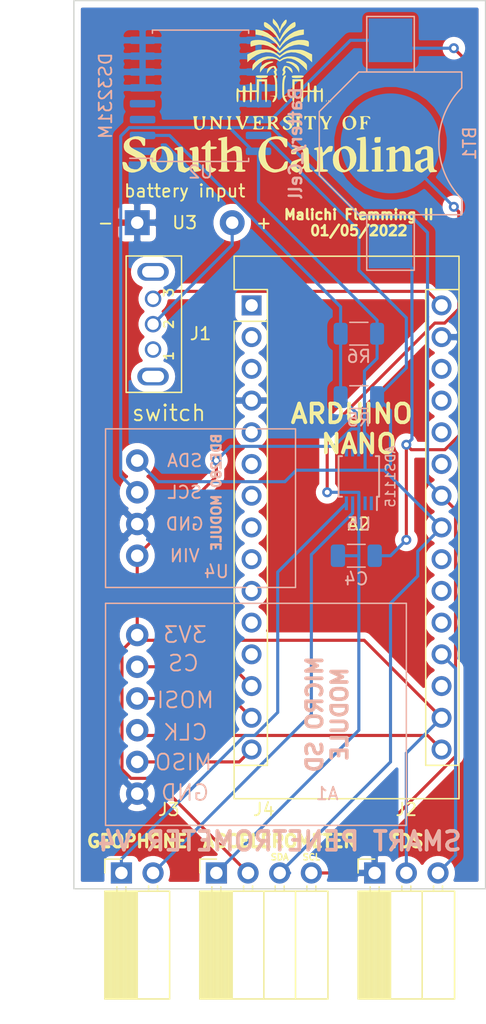
<source format=kicad_pcb>
(kicad_pcb (version 20171130) (host pcbnew "(5.1.10)-1")

  (general
    (thickness 1.6)
    (drawings 15)
    (tracks 143)
    (zones 0)
    (modules 15)
    (nets 43)
  )

  (page A4)
  (layers
    (0 F.Cu signal)
    (31 B.Cu signal)
    (32 B.Adhes user)
    (33 F.Adhes user)
    (34 B.Paste user)
    (35 F.Paste user)
    (36 B.SilkS user)
    (37 F.SilkS user)
    (38 B.Mask user)
    (39 F.Mask user)
    (40 Dwgs.User user)
    (41 Cmts.User user)
    (42 Eco1.User user)
    (43 Eco2.User user)
    (44 Edge.Cuts user)
    (45 Margin user)
    (46 B.CrtYd user)
    (47 F.CrtYd user)
    (48 B.Fab user)
    (49 F.Fab user)
  )

  (setup
    (last_trace_width 0.25)
    (trace_clearance 0.2)
    (zone_clearance 0.508)
    (zone_45_only no)
    (trace_min 0.2)
    (via_size 0.8)
    (via_drill 0.4)
    (via_min_size 0.4)
    (via_min_drill 0.3)
    (uvia_size 0.3)
    (uvia_drill 0.1)
    (uvias_allowed no)
    (uvia_min_size 0.2)
    (uvia_min_drill 0.1)
    (edge_width 0.1)
    (segment_width 0.2)
    (pcb_text_width 0.3)
    (pcb_text_size 1.5 1.5)
    (mod_edge_width 0.15)
    (mod_text_size 1 1)
    (mod_text_width 0.15)
    (pad_size 1.524 1.524)
    (pad_drill 0.762)
    (pad_to_mask_clearance 0)
    (aux_axis_origin 0 0)
    (visible_elements FFFFF77F)
    (pcbplotparams
      (layerselection 0x010fc_ffffffff)
      (usegerberextensions false)
      (usegerberattributes true)
      (usegerberadvancedattributes true)
      (creategerberjobfile true)
      (excludeedgelayer true)
      (linewidth 0.100000)
      (plotframeref false)
      (viasonmask false)
      (mode 1)
      (useauxorigin false)
      (hpglpennumber 1)
      (hpglpenspeed 20)
      (hpglpendiameter 15.000000)
      (psnegative false)
      (psa4output false)
      (plotreference true)
      (plotvalue true)
      (plotinvisibletext false)
      (padsonsilk false)
      (subtractmaskfromsilk false)
      (outputformat 1)
      (mirror false)
      (drillshape 1)
      (scaleselection 1)
      (outputdirectory ""))
  )

  (net 0 "")
  (net 1 "Net-(A1-Pad1)")
  (net 2 "Net-(A1-Pad2)")
  (net 3 "Net-(A1-Pad3)")
  (net 4 "Net-(A1-Pad4)")
  (net 5 "Net-(A1-Pad5)")
  (net 6 GND)
  (net 7 "Net-(A2-Pad1)")
  (net 8 "Net-(A2-Pad2)")
  (net 9 "Net-(A2-Pad18)")
  (net 10 "Net-(A2-Pad3)")
  (net 11 "Net-(A2-Pad19)")
  (net 12 "Net-(A2-Pad20)")
  (net 13 "Net-(A2-Pad5)")
  (net 14 "Net-(A2-Pad21)")
  (net 15 "Net-(A2-Pad6)")
  (net 16 "Net-(A2-Pad22)")
  (net 17 "Net-(A2-Pad7)")
  (net 18 "Net-(A2-Pad23)")
  (net 19 "Net-(A2-Pad8)")
  (net 20 "Net-(A2-Pad24)")
  (net 21 "Net-(A2-Pad9)")
  (net 22 "Net-(A2-Pad25)")
  (net 23 "Net-(A2-Pad10)")
  (net 24 "Net-(A2-Pad26)")
  (net 25 "Net-(A2-Pad11)")
  (net 26 "Net-(A2-Pad27)")
  (net 27 "Net-(A2-Pad12)")
  (net 28 "Net-(A2-Pad28)")
  (net 29 "Net-(A2-Pad30)")
  (net 30 "Net-(BT1-Pad1)")
  (net 31 GNDS)
  (net 32 "Net-(J1-Pad1)")
  (net 33 VCC)
  (net 34 "Net-(J3-Pad1)")
  (net 35 "Net-(J3-Pad2)")
  (net 36 "Net-(U2-Pad1)")
  (net 37 "Net-(U2-Pad3)")
  (net 38 "Net-(U2-Pad4)")
  (net 39 "Net-(U5-Pad1)")
  (net 40 "Net-(U5-Pad2)")
  (net 41 "Net-(U5-Pad6)")
  (net 42 "Net-(U5-Pad7)")

  (net_class Default "This is the default net class."
    (clearance 0.2)
    (trace_width 0.25)
    (via_dia 0.8)
    (via_drill 0.4)
    (uvia_dia 0.3)
    (uvia_drill 0.1)
    (add_net GND)
    (add_net GNDS)
    (add_net "Net-(A1-Pad1)")
    (add_net "Net-(A1-Pad2)")
    (add_net "Net-(A1-Pad3)")
    (add_net "Net-(A1-Pad4)")
    (add_net "Net-(A1-Pad5)")
    (add_net "Net-(A2-Pad1)")
    (add_net "Net-(A2-Pad10)")
    (add_net "Net-(A2-Pad11)")
    (add_net "Net-(A2-Pad12)")
    (add_net "Net-(A2-Pad18)")
    (add_net "Net-(A2-Pad19)")
    (add_net "Net-(A2-Pad2)")
    (add_net "Net-(A2-Pad20)")
    (add_net "Net-(A2-Pad21)")
    (add_net "Net-(A2-Pad22)")
    (add_net "Net-(A2-Pad23)")
    (add_net "Net-(A2-Pad24)")
    (add_net "Net-(A2-Pad25)")
    (add_net "Net-(A2-Pad26)")
    (add_net "Net-(A2-Pad27)")
    (add_net "Net-(A2-Pad28)")
    (add_net "Net-(A2-Pad3)")
    (add_net "Net-(A2-Pad30)")
    (add_net "Net-(A2-Pad5)")
    (add_net "Net-(A2-Pad6)")
    (add_net "Net-(A2-Pad7)")
    (add_net "Net-(A2-Pad8)")
    (add_net "Net-(A2-Pad9)")
    (add_net "Net-(BT1-Pad1)")
    (add_net "Net-(J1-Pad1)")
    (add_net "Net-(J3-Pad1)")
    (add_net "Net-(J3-Pad2)")
    (add_net "Net-(U2-Pad1)")
    (add_net "Net-(U2-Pad3)")
    (add_net "Net-(U2-Pad4)")
    (add_net "Net-(U5-Pad1)")
    (add_net "Net-(U5-Pad2)")
    (add_net "Net-(U5-Pad6)")
    (add_net "Net-(U5-Pad7)")
    (add_net VCC)
  )

  (module Package_SO:TSSOP-10_3x3mm_P0.5mm (layer B.Cu) (tedit 5F3E4A84) (tstamp 61D6229E)
    (at 132.08 73.66 90)
    (descr "TSSOP10: plastic thin shrink small outline package; 10 leads; body width 3 mm; (see NXP SSOP-TSSOP-VSO-REFLOW.pdf and sot552-1_po.pdf)")
    (tags "SSOP 0.5")
    (path /615B81A7)
    (attr smd)
    (fp_text reference U5 (at -3.81 0 180) (layer B.SilkS)
      (effects (font (size 1 1) (thickness 0.15)) (justify mirror))
    )
    (fp_text value ADS1115IDGS (at 0 -2.55 90) (layer B.Fab)
      (effects (font (size 1 1) (thickness 0.15)) (justify mirror))
    )
    (fp_text user %R (at 1.27 -1.27 180) (layer B.Fab)
      (effects (font (size 0.6 0.6) (thickness 0.1)) (justify mirror))
    )
    (fp_line (start -1.625 1.45) (end -2.7 1.45) (layer B.SilkS) (width 0.15))
    (fp_line (start -1.625 -1.625) (end 1.625 -1.625) (layer B.SilkS) (width 0.15))
    (fp_line (start -1.625 1.625) (end 1.625 1.625) (layer B.SilkS) (width 0.15))
    (fp_line (start -1.625 -1.625) (end -1.625 -1.35) (layer B.SilkS) (width 0.15))
    (fp_line (start 1.625 -1.625) (end 1.625 -1.35) (layer B.SilkS) (width 0.15))
    (fp_line (start 1.625 1.625) (end 1.625 1.35) (layer B.SilkS) (width 0.15))
    (fp_line (start -1.625 1.625) (end -1.625 1.45) (layer B.SilkS) (width 0.15))
    (fp_line (start -2.95 -1.8) (end 2.95 -1.8) (layer B.CrtYd) (width 0.05))
    (fp_line (start -2.95 1.8) (end 2.95 1.8) (layer B.CrtYd) (width 0.05))
    (fp_line (start 2.95 1.8) (end 2.95 -1.8) (layer B.CrtYd) (width 0.05))
    (fp_line (start -2.95 1.8) (end -2.95 -1.8) (layer B.CrtYd) (width 0.05))
    (fp_line (start -1.5 0.5) (end -0.5 1.5) (layer B.Fab) (width 0.1))
    (fp_line (start -1.5 -1.5) (end -1.5 0.5) (layer B.Fab) (width 0.1))
    (fp_line (start 1.5 -1.5) (end -1.5 -1.5) (layer B.Fab) (width 0.1))
    (fp_line (start 1.5 1.5) (end 1.5 -1.5) (layer B.Fab) (width 0.1))
    (fp_line (start -0.5 1.5) (end 1.5 1.5) (layer B.Fab) (width 0.1))
    (pad 10 smd rect (at 2.15 1 90) (size 1.1 0.25) (layers B.Cu B.Paste B.Mask)
      (net 20 "Net-(A2-Pad24)"))
    (pad 9 smd rect (at 2.15 0.5 90) (size 1.1 0.25) (layers B.Cu B.Paste B.Mask)
      (net 18 "Net-(A2-Pad23)"))
    (pad 8 smd rect (at 2.15 0 90) (size 1.1 0.25) (layers B.Cu B.Paste B.Mask)
      (net 1 "Net-(A1-Pad1)"))
    (pad 7 smd rect (at 2.15 -0.5 90) (size 1.1 0.25) (layers B.Cu B.Paste B.Mask)
      (net 42 "Net-(U5-Pad7)"))
    (pad 6 smd rect (at 2.15 -1 90) (size 1.1 0.25) (layers B.Cu B.Paste B.Mask)
      (net 41 "Net-(U5-Pad6)"))
    (pad 5 smd rect (at -2.15 -1 90) (size 1.1 0.25) (layers B.Cu B.Paste B.Mask)
      (net 34 "Net-(J3-Pad1)"))
    (pad 4 smd rect (at -2.15 -0.5 90) (size 1.1 0.25) (layers B.Cu B.Paste B.Mask)
      (net 35 "Net-(J3-Pad2)"))
    (pad 3 smd rect (at -2.15 0 90) (size 1.1 0.25) (layers B.Cu B.Paste B.Mask)
      (net 31 GNDS))
    (pad 2 smd rect (at -2.15 0.5 90) (size 1.1 0.25) (layers B.Cu B.Paste B.Mask)
      (net 40 "Net-(U5-Pad2)"))
    (pad 1 smd rect (at -2.15 1 90) (size 1.1 0.25) (layers B.Cu B.Paste B.Mask)
      (net 39 "Net-(U5-Pad1)"))
    (model ${KISYS3DMOD}/Package_SO.3dshapes/TSSOP-10_3x3mm_P0.5mm.wrl
      (at (xyz 0 0 0))
      (scale (xyz 1 1 1))
      (rotate (xyz 0 0 0))
    )
  )

  (module Module:Arduino_Nano (layer F.Cu) (tedit 58ACAF70) (tstamp 61D62127)
    (at 123.475001 59.965001)
    (descr "Arduino Nano, http://www.mouser.com/pdfdocs/Gravitech_Arduino_Nano3_0.pdf")
    (tags "Arduino Nano")
    (path /60A40C30)
    (fp_text reference A2 (at 7.62 -5.08) (layer F.Fab)
      (effects (font (size 1 1) (thickness 0.15)))
    )
    (fp_text value Arduino_Nano_v3.x (at 8.89 19.05 90) (layer F.Fab)
      (effects (font (size 1 1) (thickness 0.15)))
    )
    (fp_line (start 16.75 42.16) (end -1.53 42.16) (layer F.CrtYd) (width 0.05))
    (fp_line (start 16.75 42.16) (end 16.75 -4.06) (layer F.CrtYd) (width 0.05))
    (fp_line (start -1.53 -4.06) (end -1.53 42.16) (layer F.CrtYd) (width 0.05))
    (fp_line (start -1.53 -4.06) (end 16.75 -4.06) (layer F.CrtYd) (width 0.05))
    (fp_line (start 16.51 -3.81) (end 16.51 39.37) (layer F.Fab) (width 0.1))
    (fp_line (start 0 -3.81) (end 16.51 -3.81) (layer F.Fab) (width 0.1))
    (fp_line (start -1.27 -2.54) (end 0 -3.81) (layer F.Fab) (width 0.1))
    (fp_line (start -1.27 39.37) (end -1.27 -2.54) (layer F.Fab) (width 0.1))
    (fp_line (start 16.51 39.37) (end -1.27 39.37) (layer F.Fab) (width 0.1))
    (fp_line (start 16.64 -3.94) (end -1.4 -3.94) (layer F.SilkS) (width 0.12))
    (fp_line (start 16.64 39.5) (end 16.64 -3.94) (layer F.SilkS) (width 0.12))
    (fp_line (start -1.4 39.5) (end 16.64 39.5) (layer F.SilkS) (width 0.12))
    (fp_line (start 3.81 41.91) (end 3.81 31.75) (layer F.Fab) (width 0.1))
    (fp_line (start 11.43 41.91) (end 3.81 41.91) (layer F.Fab) (width 0.1))
    (fp_line (start 11.43 31.75) (end 11.43 41.91) (layer F.Fab) (width 0.1))
    (fp_line (start 3.81 31.75) (end 11.43 31.75) (layer F.Fab) (width 0.1))
    (fp_line (start 1.27 36.83) (end -1.4 36.83) (layer F.SilkS) (width 0.12))
    (fp_line (start 1.27 1.27) (end 1.27 36.83) (layer F.SilkS) (width 0.12))
    (fp_line (start 1.27 1.27) (end -1.4 1.27) (layer F.SilkS) (width 0.12))
    (fp_line (start 13.97 36.83) (end 16.64 36.83) (layer F.SilkS) (width 0.12))
    (fp_line (start 13.97 -1.27) (end 13.97 36.83) (layer F.SilkS) (width 0.12))
    (fp_line (start 13.97 -1.27) (end 16.64 -1.27) (layer F.SilkS) (width 0.12))
    (fp_line (start -1.4 -3.94) (end -1.4 -1.27) (layer F.SilkS) (width 0.12))
    (fp_line (start -1.4 1.27) (end -1.4 39.5) (layer F.SilkS) (width 0.12))
    (fp_line (start 1.27 -1.27) (end -1.4 -1.27) (layer F.SilkS) (width 0.12))
    (fp_line (start 1.27 1.27) (end 1.27 -1.27) (layer F.SilkS) (width 0.12))
    (fp_text user %R (at 8.604999 17.504999 180) (layer F.SilkS)
      (effects (font (size 1 1) (thickness 0.15)))
    )
    (pad 1 thru_hole rect (at 0 0) (size 1.6 1.6) (drill 1) (layers *.Cu *.Mask)
      (net 7 "Net-(A2-Pad1)"))
    (pad 17 thru_hole oval (at 15.24 33.02) (size 1.6 1.6) (drill 1) (layers *.Cu *.Mask)
      (net 1 "Net-(A1-Pad1)"))
    (pad 2 thru_hole oval (at 0 2.54) (size 1.6 1.6) (drill 1) (layers *.Cu *.Mask)
      (net 8 "Net-(A2-Pad2)"))
    (pad 18 thru_hole oval (at 15.24 30.48) (size 1.6 1.6) (drill 1) (layers *.Cu *.Mask)
      (net 9 "Net-(A2-Pad18)"))
    (pad 3 thru_hole oval (at 0 5.08) (size 1.6 1.6) (drill 1) (layers *.Cu *.Mask)
      (net 10 "Net-(A2-Pad3)"))
    (pad 19 thru_hole oval (at 15.24 27.94) (size 1.6 1.6) (drill 1) (layers *.Cu *.Mask)
      (net 11 "Net-(A2-Pad19)"))
    (pad 4 thru_hole oval (at 0 7.62) (size 1.6 1.6) (drill 1) (layers *.Cu *.Mask)
      (net 6 GND))
    (pad 20 thru_hole oval (at 15.24 25.4) (size 1.6 1.6) (drill 1) (layers *.Cu *.Mask)
      (net 12 "Net-(A2-Pad20)"))
    (pad 5 thru_hole oval (at 0 10.16) (size 1.6 1.6) (drill 1) (layers *.Cu *.Mask)
      (net 13 "Net-(A2-Pad5)"))
    (pad 21 thru_hole oval (at 15.24 22.86) (size 1.6 1.6) (drill 1) (layers *.Cu *.Mask)
      (net 14 "Net-(A2-Pad21)"))
    (pad 6 thru_hole oval (at 0 12.7) (size 1.6 1.6) (drill 1) (layers *.Cu *.Mask)
      (net 15 "Net-(A2-Pad6)"))
    (pad 22 thru_hole oval (at 15.24 20.32) (size 1.6 1.6) (drill 1) (layers *.Cu *.Mask)
      (net 16 "Net-(A2-Pad22)"))
    (pad 7 thru_hole oval (at 0 15.24) (size 1.6 1.6) (drill 1) (layers *.Cu *.Mask)
      (net 17 "Net-(A2-Pad7)"))
    (pad 23 thru_hole oval (at 15.24 17.78) (size 1.6 1.6) (drill 1) (layers *.Cu *.Mask)
      (net 18 "Net-(A2-Pad23)"))
    (pad 8 thru_hole oval (at 0 17.78) (size 1.6 1.6) (drill 1) (layers *.Cu *.Mask)
      (net 19 "Net-(A2-Pad8)"))
    (pad 24 thru_hole oval (at 15.24 15.24) (size 1.6 1.6) (drill 1) (layers *.Cu *.Mask)
      (net 20 "Net-(A2-Pad24)"))
    (pad 9 thru_hole oval (at 0 20.32) (size 1.6 1.6) (drill 1) (layers *.Cu *.Mask)
      (net 21 "Net-(A2-Pad9)"))
    (pad 25 thru_hole oval (at 15.24 12.7) (size 1.6 1.6) (drill 1) (layers *.Cu *.Mask)
      (net 22 "Net-(A2-Pad25)"))
    (pad 10 thru_hole oval (at 0 22.86) (size 1.6 1.6) (drill 1) (layers *.Cu *.Mask)
      (net 23 "Net-(A2-Pad10)"))
    (pad 26 thru_hole oval (at 15.24 10.16) (size 1.6 1.6) (drill 1) (layers *.Cu *.Mask)
      (net 24 "Net-(A2-Pad26)"))
    (pad 11 thru_hole oval (at 0 25.4) (size 1.6 1.6) (drill 1) (layers *.Cu *.Mask)
      (net 25 "Net-(A2-Pad11)"))
    (pad 27 thru_hole oval (at 15.24 7.62) (size 1.6 1.6) (drill 1) (layers *.Cu *.Mask)
      (net 26 "Net-(A2-Pad27)"))
    (pad 12 thru_hole oval (at 0 27.94) (size 1.6 1.6) (drill 1) (layers *.Cu *.Mask)
      (net 27 "Net-(A2-Pad12)"))
    (pad 28 thru_hole oval (at 15.24 5.08) (size 1.6 1.6) (drill 1) (layers *.Cu *.Mask)
      (net 28 "Net-(A2-Pad28)"))
    (pad 13 thru_hole oval (at 0 30.48) (size 1.6 1.6) (drill 1) (layers *.Cu *.Mask)
      (net 2 "Net-(A1-Pad2)"))
    (pad 29 thru_hole oval (at 15.24 2.54) (size 1.6 1.6) (drill 1) (layers *.Cu *.Mask)
      (net 6 GND))
    (pad 14 thru_hole oval (at 0 33.02) (size 1.6 1.6) (drill 1) (layers *.Cu *.Mask)
      (net 3 "Net-(A1-Pad3)"))
    (pad 30 thru_hole oval (at 15.24 0) (size 1.6 1.6) (drill 1) (layers *.Cu *.Mask)
      (net 29 "Net-(A2-Pad30)"))
    (pad 15 thru_hole oval (at 0 35.56) (size 1.6 1.6) (drill 1) (layers *.Cu *.Mask)
      (net 5 "Net-(A1-Pad5)"))
    (pad 16 thru_hole oval (at 15.24 35.56) (size 1.6 1.6) (drill 1) (layers *.Cu *.Mask)
      (net 4 "Net-(A1-Pad4)"))
    (model ${KISYS3DMOD}/Module.3dshapes/Arduino_Nano_WithMountingHoles.wrl
      (at (xyz 0 0 0))
      (scale (xyz 1 1 1))
      (rotate (xyz 0 0 0))
    )
  )

  (module "kitest:SD Module" (layer B.Cu) (tedit 61D61581) (tstamp 61D620EA)
    (at 125.73 102.87 180)
    (path /60A4A816)
    (fp_text reference A1 (at -3.81 3.81) (layer B.SilkS)
      (effects (font (size 1 1) (thickness 0.15)) (justify mirror))
    )
    (fp_text value SD_Card_Module (at -1.27 11.43) (layer B.Fab)
      (effects (font (size 1 1) (thickness 0.15)) (justify mirror))
    )
    (fp_line (start -10.16 19.05) (end 13.97 19.05) (layer B.SilkS) (width 0.12))
    (fp_line (start -10.16 1.27) (end -10.16 19.05) (layer B.SilkS) (width 0.12))
    (fp_line (start 13.97 1.27) (end -10.16 1.27) (layer B.SilkS) (width 0.12))
    (fp_line (start 13.97 19.05) (end 13.97 1.27) (layer B.SilkS) (width 0.12))
    (fp_text user GND (at 7.5946 3.8862) (layer B.SilkS)
      (effects (font (size 1.27 1.27) (thickness 0.15)) (justify mirror))
    )
    (fp_text user MISO (at 7.7216 6.3246) (layer B.SilkS)
      (effects (font (size 1.27 1.27) (thickness 0.15)) (justify mirror))
    )
    (fp_text user CLK (at 7.5692 8.7122) (layer B.SilkS)
      (effects (font (size 1.27 1.27) (thickness 0.15)) (justify mirror))
    )
    (fp_text user MOSI (at 7.5692 11.303) (layer B.SilkS)
      (effects (font (size 1.27 1.27) (thickness 0.15)) (justify mirror))
    )
    (fp_text user CS (at 7.7216 14.2494) (layer B.SilkS)
      (effects (font (size 1.27 1.27) (thickness 0.15)) (justify mirror))
    )
    (fp_text user 3V3 (at 7.5946 16.5354) (layer B.SilkS)
      (effects (font (size 1.27 1.27) (thickness 0.15)) (justify mirror))
    )
    (fp_text user "MICRO SD MODULE" (at 1.27 0) (layer F.Fab)
      (effects (font (size 1.5 1.5) (thickness 0.2)) (justify mirror))
    )
    (pad 1 thru_hole circle (at 11.43 16.51 180) (size 1.8 1.8) (drill 1) (layers *.Cu *.Mask)
      (net 1 "Net-(A1-Pad1)"))
    (pad 2 thru_hole circle (at 11.43 13.97 180) (size 1.8 1.8) (drill 1) (layers *.Cu *.Mask)
      (net 2 "Net-(A1-Pad2)"))
    (pad 3 thru_hole circle (at 11.43 11.43 180) (size 1.8 1.8) (drill 1) (layers *.Cu *.Mask)
      (net 3 "Net-(A1-Pad3)"))
    (pad 4 thru_hole circle (at 11.43 8.89 180) (size 1.8 1.8) (drill 1) (layers *.Cu *.Mask)
      (net 4 "Net-(A1-Pad4)"))
    (pad 5 thru_hole circle (at 11.43 6.35 180) (size 1.8 1.8) (drill 1) (layers *.Cu *.Mask)
      (net 5 "Net-(A1-Pad5)"))
    (pad 6 thru_hole circle (at 11.43 3.81 180) (size 1.8 1.8) (drill 1) (layers *.Cu *.Mask)
      (net 6 GND))
  )

  (module kitest:battery_holder_10mm (layer B.Cu) (tedit 5FB48E09) (tstamp 61D62143)
    (at 134.62 46.99 90)
    (path /6163F1F7)
    (fp_text reference BT1 (at 0 6.35 90) (layer B.SilkS)
      (effects (font (size 1 1) (thickness 0.15)) (justify mirror))
    )
    (fp_text value Battery_Cell (at 0 -7.62 90) (layer B.SilkS)
      (effects (font (size 1 1) (thickness 0.2)) (justify mirror))
    )
    (fp_arc (start 0 10.16) (end -4.444999 5.715001) (angle 90) (layer B.SilkS) (width 0.12))
    (fp_circle (center 0 0) (end -5.08 0.635) (layer Dwgs.User) (width 0.12))
    (fp_line (start -5.715 0) (end -5.715 5.715) (layer B.SilkS) (width 0.12))
    (fp_line (start 5.715 5.715) (end 4.445 5.715) (layer B.SilkS) (width 0.12))
    (fp_line (start -5.715 5.715) (end -4.445 5.715) (layer B.SilkS) (width 0.12))
    (fp_line (start 0 -5.715) (end -2.54 -5.715) (layer B.SilkS) (width 0.12))
    (fp_line (start -2.54 -5.715) (end 2.54 -5.715) (layer B.SilkS) (width 0.12))
    (fp_line (start 2.54 -5.715) (end 5.715 -2.54) (layer B.SilkS) (width 0.12))
    (fp_line (start -2.54 -5.715) (end -5.715 -2.54) (layer B.SilkS) (width 0.12))
    (fp_line (start -5.715 0) (end -5.715 -2.54) (layer B.SilkS) (width 0.12))
    (fp_line (start 5.715 5.715) (end 5.715 -2.54) (layer B.SilkS) (width 0.12))
    (fp_line (start 5.715 1.905) (end 9.525 1.905) (layer B.SilkS) (width 0.12))
    (fp_line (start 9.525 -1.905) (end 5.715 -1.905) (layer B.SilkS) (width 0.12))
    (fp_line (start -5.715 1.905) (end -9.525 1.905) (layer B.SilkS) (width 0.12))
    (fp_line (start -9.525 -1.905) (end -5.715 -1.905) (layer B.SilkS) (width 0.12))
    (fp_line (start 9.525 1.905) (end 10.16 1.905) (layer B.SilkS) (width 0.12))
    (fp_line (start 10.16 1.905) (end 10.16 -1.905) (layer B.SilkS) (width 0.12))
    (fp_line (start 10.16 -1.905) (end 9.525 -1.905) (layer B.SilkS) (width 0.12))
    (fp_line (start -9.525 1.905) (end -10.16 1.905) (layer B.SilkS) (width 0.12))
    (fp_line (start -10.16 1.905) (end -10.16 -1.905) (layer B.SilkS) (width 0.12))
    (fp_line (start -10.16 -1.905) (end -9.525 -1.905) (layer B.SilkS) (width 0.12))
    (pad 2 smd circle (at 0 0 180) (size 8 8) (layers B.Cu B.Mask)
      (net 31 GNDS))
    (pad 1 smd rect (at -8.255 0 180) (size 3.5 3.5) (layers B.Cu B.Mask)
      (net 30 "Net-(BT1-Pad1)"))
    (pad 1 smd rect (at 8.255 0 180) (size 3.5 3.5) (layers B.Cu B.Mask)
      (net 30 "Net-(BT1-Pad1)"))
  )

  (module Capacitor_SMD:C_1206_3216Metric (layer B.Cu) (tedit 5F68FEEE) (tstamp 61D62154)
    (at 131.875 80.01)
    (descr "Capacitor SMD 1206 (3216 Metric), square (rectangular) end terminal, IPC_7351 nominal, (Body size source: IPC-SM-782 page 76, https://www.pcb-3d.com/wordpress/wp-content/uploads/ipc-sm-782a_amendment_1_and_2.pdf), generated with kicad-footprint-generator")
    (tags capacitor)
    (path /6163E9E6)
    (attr smd)
    (fp_text reference C4 (at 0 1.85) (layer B.SilkS)
      (effects (font (size 1 1) (thickness 0.15)) (justify mirror))
    )
    (fp_text value C_Small (at 0 -1.85) (layer B.Fab)
      (effects (font (size 1 1) (thickness 0.15)) (justify mirror))
    )
    (fp_line (start 2.3 -1.15) (end -2.3 -1.15) (layer B.CrtYd) (width 0.05))
    (fp_line (start 2.3 1.15) (end 2.3 -1.15) (layer B.CrtYd) (width 0.05))
    (fp_line (start -2.3 1.15) (end 2.3 1.15) (layer B.CrtYd) (width 0.05))
    (fp_line (start -2.3 -1.15) (end -2.3 1.15) (layer B.CrtYd) (width 0.05))
    (fp_line (start -0.711252 -0.91) (end 0.711252 -0.91) (layer B.SilkS) (width 0.12))
    (fp_line (start -0.711252 0.91) (end 0.711252 0.91) (layer B.SilkS) (width 0.12))
    (fp_line (start 1.6 -0.8) (end -1.6 -0.8) (layer B.Fab) (width 0.1))
    (fp_line (start 1.6 0.8) (end 1.6 -0.8) (layer B.Fab) (width 0.1))
    (fp_line (start -1.6 0.8) (end 1.6 0.8) (layer B.Fab) (width 0.1))
    (fp_line (start -1.6 -0.8) (end -1.6 0.8) (layer B.Fab) (width 0.1))
    (fp_text user %R (at 0 0) (layer B.Fab)
      (effects (font (size 0.8 0.8) (thickness 0.12)) (justify mirror))
    )
    (pad 1 smd roundrect (at -1.475 0) (size 1.15 1.8) (layers B.Cu B.Paste B.Mask) (roundrect_rratio 0.217391)
      (net 31 GNDS))
    (pad 2 smd roundrect (at 1.475 0) (size 1.15 1.8) (layers B.Cu B.Paste B.Mask) (roundrect_rratio 0.217391)
      (net 30 "Net-(BT1-Pad1)"))
    (model ${KISYS3DMOD}/Capacitor_SMD.3dshapes/C_1206_3216Metric.wrl
      (at (xyz 0 0 0))
      (scale (xyz 1 1 1))
      (rotate (xyz 0 0 0))
    )
  )

  (module kitest:grounded_switch (layer F.Cu) (tedit 60E315E6) (tstamp 61D62165)
    (at 110.49 61.468 90)
    (path /60DFB15F)
    (fp_text reference J1 (at -0.762 8.89 180) (layer F.SilkS)
      (effects (font (size 1 1) (thickness 0.15)))
    )
    (fp_text value XLR3_Switched (at 0 -6.35 90) (layer F.Fab)
      (effects (font (size 1 1) (thickness 0.15)))
    )
    (fp_line (start -5.461 2.921) (end 5.461 2.921) (layer F.SilkS) (width 0.12))
    (fp_line (start -5.461 7.366) (end 5.461 7.366) (layer F.SilkS) (width 0.12))
    (fp_line (start 5.461 2.921) (end 5.461 7.366) (layer F.SilkS) (width 0.12))
    (fp_line (start -5.461 2.921) (end -5.461 7.366) (layer F.SilkS) (width 0.12))
    (fp_text user 1 (at -2.54 6.35 90) (layer F.SilkS)
      (effects (font (size 0.75 0.75) (thickness 0.15)))
    )
    (fp_text user 2 (at 0 6.35 90) (layer F.SilkS)
      (effects (font (size 0.75 0.75) (thickness 0.15)))
    )
    (fp_text user 3 (at 2.54 6.35 90) (layer F.SilkS)
      (effects (font (size 0.75 0.75) (thickness 0.15)))
    )
    (fp_text user switch (at -7.112 6.35 180) (layer F.SilkS)
      (effects (font (size 1.27 1.27) (thickness 0.15)))
    )
    (pad 1 thru_hole circle (at -2.032 5.08 90) (size 1.324 1.324) (drill 0.914) (layers *.Cu *.Mask)
      (net 32 "Net-(J1-Pad1)"))
    (pad 2 thru_hole circle (at 0 5.08 90) (size 1.324 1.324) (drill 0.914) (layers *.Cu *.Mask)
      (net 33 VCC))
    (pad 3 thru_hole circle (at 2.032 5.08 90) (size 1.324 1.324) (drill 0.914) (layers *.Cu *.Mask)
      (net 29 "Net-(A2-Pad30)"))
    (pad 4 thru_hole oval (at -4.191 5.08 180) (size 2.524 1.424) (drill oval 1.76 0.914) (layers *.Cu *.Mask))
    (pad 5 thru_hole oval (at 4.191 5.08 180) (size 2.524 1.424) (drill oval 1.76 0.914) (layers *.Cu *.Mask))
  )

  (module Connector_PinSocket_2.54mm:PinSocket_1x03_P2.54mm_Horizontal (layer F.Cu) (tedit 5A19A429) (tstamp 61D621A2)
    (at 133.35 105.41 90)
    (descr "Through hole angled socket strip, 1x03, 2.54mm pitch, 8.51mm socket length, single row (from Kicad 4.0.7), script generated")
    (tags "Through hole angled socket strip THT 1x03 2.54mm single row")
    (path /60E1E395)
    (fp_text reference J2 (at 5.08 2.54 180) (layer F.SilkS)
      (effects (font (size 1 1) (thickness 0.15)))
    )
    (fp_text value Conn_01x03_Female (at -4.38 7.85 90) (layer F.Fab)
      (effects (font (size 1 1) (thickness 0.15)))
    )
    (fp_line (start 1.75 6.85) (end 1.75 -1.8) (layer F.CrtYd) (width 0.05))
    (fp_line (start -10.55 6.85) (end 1.75 6.85) (layer F.CrtYd) (width 0.05))
    (fp_line (start -10.55 -1.8) (end -10.55 6.85) (layer F.CrtYd) (width 0.05))
    (fp_line (start 1.75 -1.8) (end -10.55 -1.8) (layer F.CrtYd) (width 0.05))
    (fp_line (start 0 -1.33) (end 1.11 -1.33) (layer F.SilkS) (width 0.12))
    (fp_line (start 1.11 -1.33) (end 1.11 0) (layer F.SilkS) (width 0.12))
    (fp_line (start -10.09 -1.33) (end -10.09 6.41) (layer F.SilkS) (width 0.12))
    (fp_line (start -10.09 6.41) (end -1.46 6.41) (layer F.SilkS) (width 0.12))
    (fp_line (start -1.46 -1.33) (end -1.46 6.41) (layer F.SilkS) (width 0.12))
    (fp_line (start -10.09 -1.33) (end -1.46 -1.33) (layer F.SilkS) (width 0.12))
    (fp_line (start -10.09 3.81) (end -1.46 3.81) (layer F.SilkS) (width 0.12))
    (fp_line (start -10.09 1.27) (end -1.46 1.27) (layer F.SilkS) (width 0.12))
    (fp_line (start -1.46 5.44) (end -1.05 5.44) (layer F.SilkS) (width 0.12))
    (fp_line (start -1.46 4.72) (end -1.05 4.72) (layer F.SilkS) (width 0.12))
    (fp_line (start -1.46 2.9) (end -1.05 2.9) (layer F.SilkS) (width 0.12))
    (fp_line (start -1.46 2.18) (end -1.05 2.18) (layer F.SilkS) (width 0.12))
    (fp_line (start -1.46 0.36) (end -1.11 0.36) (layer F.SilkS) (width 0.12))
    (fp_line (start -1.46 -0.36) (end -1.11 -0.36) (layer F.SilkS) (width 0.12))
    (fp_line (start -10.09 1.1519) (end -1.46 1.1519) (layer F.SilkS) (width 0.12))
    (fp_line (start -10.09 1.033805) (end -1.46 1.033805) (layer F.SilkS) (width 0.12))
    (fp_line (start -10.09 0.91571) (end -1.46 0.91571) (layer F.SilkS) (width 0.12))
    (fp_line (start -10.09 0.797615) (end -1.46 0.797615) (layer F.SilkS) (width 0.12))
    (fp_line (start -10.09 0.67952) (end -1.46 0.67952) (layer F.SilkS) (width 0.12))
    (fp_line (start -10.09 0.561425) (end -1.46 0.561425) (layer F.SilkS) (width 0.12))
    (fp_line (start -10.09 0.44333) (end -1.46 0.44333) (layer F.SilkS) (width 0.12))
    (fp_line (start -10.09 0.325235) (end -1.46 0.325235) (layer F.SilkS) (width 0.12))
    (fp_line (start -10.09 0.20714) (end -1.46 0.20714) (layer F.SilkS) (width 0.12))
    (fp_line (start -10.09 0.089045) (end -1.46 0.089045) (layer F.SilkS) (width 0.12))
    (fp_line (start -10.09 -0.02905) (end -1.46 -0.02905) (layer F.SilkS) (width 0.12))
    (fp_line (start -10.09 -0.147145) (end -1.46 -0.147145) (layer F.SilkS) (width 0.12))
    (fp_line (start -10.09 -0.26524) (end -1.46 -0.26524) (layer F.SilkS) (width 0.12))
    (fp_line (start -10.09 -0.383335) (end -1.46 -0.383335) (layer F.SilkS) (width 0.12))
    (fp_line (start -10.09 -0.50143) (end -1.46 -0.50143) (layer F.SilkS) (width 0.12))
    (fp_line (start -10.09 -0.619525) (end -1.46 -0.619525) (layer F.SilkS) (width 0.12))
    (fp_line (start -10.09 -0.73762) (end -1.46 -0.73762) (layer F.SilkS) (width 0.12))
    (fp_line (start -10.09 -0.855715) (end -1.46 -0.855715) (layer F.SilkS) (width 0.12))
    (fp_line (start -10.09 -0.97381) (end -1.46 -0.97381) (layer F.SilkS) (width 0.12))
    (fp_line (start -10.09 -1.091905) (end -1.46 -1.091905) (layer F.SilkS) (width 0.12))
    (fp_line (start -10.09 -1.21) (end -1.46 -1.21) (layer F.SilkS) (width 0.12))
    (fp_line (start 0 5.38) (end 0 4.78) (layer F.Fab) (width 0.1))
    (fp_line (start -1.52 5.38) (end 0 5.38) (layer F.Fab) (width 0.1))
    (fp_line (start 0 4.78) (end -1.52 4.78) (layer F.Fab) (width 0.1))
    (fp_line (start 0 2.84) (end 0 2.24) (layer F.Fab) (width 0.1))
    (fp_line (start -1.52 2.84) (end 0 2.84) (layer F.Fab) (width 0.1))
    (fp_line (start 0 2.24) (end -1.52 2.24) (layer F.Fab) (width 0.1))
    (fp_line (start 0 0.3) (end 0 -0.3) (layer F.Fab) (width 0.1))
    (fp_line (start -1.52 0.3) (end 0 0.3) (layer F.Fab) (width 0.1))
    (fp_line (start 0 -0.3) (end -1.52 -0.3) (layer F.Fab) (width 0.1))
    (fp_line (start -10.03 6.35) (end -10.03 -1.27) (layer F.Fab) (width 0.1))
    (fp_line (start -1.52 6.35) (end -10.03 6.35) (layer F.Fab) (width 0.1))
    (fp_line (start -1.52 -0.3) (end -1.52 6.35) (layer F.Fab) (width 0.1))
    (fp_line (start -2.49 -1.27) (end -1.52 -0.3) (layer F.Fab) (width 0.1))
    (fp_line (start -10.03 -1.27) (end -2.49 -1.27) (layer F.Fab) (width 0.1))
    (fp_text user %R (at -5.775 2.54 90) (layer F.Fab)
      (effects (font (size 1 1) (thickness 0.15)))
    )
    (pad 1 thru_hole rect (at 0 0 90) (size 1.7 1.7) (drill 1) (layers *.Cu *.Mask)
      (net 6 GND))
    (pad 2 thru_hole oval (at 0 2.54 90) (size 1.7 1.7) (drill 1) (layers *.Cu *.Mask)
      (net 1 "Net-(A1-Pad1)"))
    (pad 3 thru_hole oval (at 0 5.08 90) (size 1.7 1.7) (drill 1) (layers *.Cu *.Mask)
      (net 11 "Net-(A2-Pad19)"))
    (model ${KISYS3DMOD}/Connector_PinSocket_2.54mm.3dshapes/PinSocket_1x03_P2.54mm_Horizontal.wrl
      (at (xyz 0 0 0))
      (scale (xyz 1 1 1))
      (rotate (xyz 0 0 0))
    )
  )

  (module Connector_PinSocket_2.54mm:PinSocket_1x02_P2.54mm_Horizontal (layer F.Cu) (tedit 5A19A41B) (tstamp 61D621D8)
    (at 113.03 105.41 90)
    (descr "Through hole angled socket strip, 1x02, 2.54mm pitch, 8.51mm socket length, single row (from Kicad 4.0.7), script generated")
    (tags "Through hole angled socket strip THT 1x02 2.54mm single row")
    (path /6159743F)
    (fp_text reference J3 (at 5.08 3.81 180) (layer F.SilkS)
      (effects (font (size 1 1) (thickness 0.15)))
    )
    (fp_text value Conn_01x02_Female (at -4.38 5.31 90) (layer F.Fab)
      (effects (font (size 1 1) (thickness 0.15)))
    )
    (fp_line (start 1.75 4.35) (end 1.75 -1.75) (layer F.CrtYd) (width 0.05))
    (fp_line (start -10.55 4.35) (end 1.75 4.35) (layer F.CrtYd) (width 0.05))
    (fp_line (start -10.55 -1.75) (end -10.55 4.35) (layer F.CrtYd) (width 0.05))
    (fp_line (start 1.75 -1.75) (end -10.55 -1.75) (layer F.CrtYd) (width 0.05))
    (fp_line (start 0 -1.33) (end 1.11 -1.33) (layer F.SilkS) (width 0.12))
    (fp_line (start 1.11 -1.33) (end 1.11 0) (layer F.SilkS) (width 0.12))
    (fp_line (start -10.09 -1.33) (end -10.09 3.87) (layer F.SilkS) (width 0.12))
    (fp_line (start -10.09 3.87) (end -1.46 3.87) (layer F.SilkS) (width 0.12))
    (fp_line (start -1.46 -1.33) (end -1.46 3.87) (layer F.SilkS) (width 0.12))
    (fp_line (start -10.09 -1.33) (end -1.46 -1.33) (layer F.SilkS) (width 0.12))
    (fp_line (start -10.09 1.27) (end -1.46 1.27) (layer F.SilkS) (width 0.12))
    (fp_line (start -1.46 2.9) (end -1.05 2.9) (layer F.SilkS) (width 0.12))
    (fp_line (start -1.46 2.18) (end -1.05 2.18) (layer F.SilkS) (width 0.12))
    (fp_line (start -1.46 0.36) (end -1.11 0.36) (layer F.SilkS) (width 0.12))
    (fp_line (start -1.46 -0.36) (end -1.11 -0.36) (layer F.SilkS) (width 0.12))
    (fp_line (start -10.09 1.1519) (end -1.46 1.1519) (layer F.SilkS) (width 0.12))
    (fp_line (start -10.09 1.033805) (end -1.46 1.033805) (layer F.SilkS) (width 0.12))
    (fp_line (start -10.09 0.91571) (end -1.46 0.91571) (layer F.SilkS) (width 0.12))
    (fp_line (start -10.09 0.797615) (end -1.46 0.797615) (layer F.SilkS) (width 0.12))
    (fp_line (start -10.09 0.67952) (end -1.46 0.67952) (layer F.SilkS) (width 0.12))
    (fp_line (start -10.09 0.561425) (end -1.46 0.561425) (layer F.SilkS) (width 0.12))
    (fp_line (start -10.09 0.44333) (end -1.46 0.44333) (layer F.SilkS) (width 0.12))
    (fp_line (start -10.09 0.325235) (end -1.46 0.325235) (layer F.SilkS) (width 0.12))
    (fp_line (start -10.09 0.20714) (end -1.46 0.20714) (layer F.SilkS) (width 0.12))
    (fp_line (start -10.09 0.089045) (end -1.46 0.089045) (layer F.SilkS) (width 0.12))
    (fp_line (start -10.09 -0.02905) (end -1.46 -0.02905) (layer F.SilkS) (width 0.12))
    (fp_line (start -10.09 -0.147145) (end -1.46 -0.147145) (layer F.SilkS) (width 0.12))
    (fp_line (start -10.09 -0.26524) (end -1.46 -0.26524) (layer F.SilkS) (width 0.12))
    (fp_line (start -10.09 -0.383335) (end -1.46 -0.383335) (layer F.SilkS) (width 0.12))
    (fp_line (start -10.09 -0.50143) (end -1.46 -0.50143) (layer F.SilkS) (width 0.12))
    (fp_line (start -10.09 -0.619525) (end -1.46 -0.619525) (layer F.SilkS) (width 0.12))
    (fp_line (start -10.09 -0.73762) (end -1.46 -0.73762) (layer F.SilkS) (width 0.12))
    (fp_line (start -10.09 -0.855715) (end -1.46 -0.855715) (layer F.SilkS) (width 0.12))
    (fp_line (start -10.09 -0.97381) (end -1.46 -0.97381) (layer F.SilkS) (width 0.12))
    (fp_line (start -10.09 -1.091905) (end -1.46 -1.091905) (layer F.SilkS) (width 0.12))
    (fp_line (start -10.09 -1.21) (end -1.46 -1.21) (layer F.SilkS) (width 0.12))
    (fp_line (start 0 2.84) (end 0 2.24) (layer F.Fab) (width 0.1))
    (fp_line (start -1.52 2.84) (end 0 2.84) (layer F.Fab) (width 0.1))
    (fp_line (start 0 2.24) (end -1.52 2.24) (layer F.Fab) (width 0.1))
    (fp_line (start 0 0.3) (end 0 -0.3) (layer F.Fab) (width 0.1))
    (fp_line (start -1.52 0.3) (end 0 0.3) (layer F.Fab) (width 0.1))
    (fp_line (start 0 -0.3) (end -1.52 -0.3) (layer F.Fab) (width 0.1))
    (fp_line (start -10.03 3.81) (end -10.03 -1.27) (layer F.Fab) (width 0.1))
    (fp_line (start -1.52 3.81) (end -10.03 3.81) (layer F.Fab) (width 0.1))
    (fp_line (start -1.52 -0.3) (end -1.52 3.81) (layer F.Fab) (width 0.1))
    (fp_line (start -2.49 -1.27) (end -1.52 -0.3) (layer F.Fab) (width 0.1))
    (fp_line (start -10.03 -1.27) (end -2.49 -1.27) (layer F.Fab) (width 0.1))
    (fp_text user %R (at -6.35 0 90) (layer F.Fab)
      (effects (font (size 1 1) (thickness 0.15)))
    )
    (pad 1 thru_hole rect (at 0 0 90) (size 1.7 1.7) (drill 1) (layers *.Cu *.Mask)
      (net 34 "Net-(J3-Pad1)"))
    (pad 2 thru_hole oval (at 0 2.54 90) (size 1.7 1.7) (drill 1) (layers *.Cu *.Mask)
      (net 35 "Net-(J3-Pad2)"))
    (model ${KISYS3DMOD}/Connector_PinSocket_2.54mm.3dshapes/PinSocket_1x02_P2.54mm_Horizontal.wrl
      (at (xyz 0 0 0))
      (scale (xyz 1 1 1))
      (rotate (xyz 0 0 0))
    )
  )

  (module Connector_PinSocket_2.54mm:PinSocket_1x04_P2.54mm_Horizontal (layer F.Cu) (tedit 5A19A424) (tstamp 61D6221C)
    (at 120.65 105.41 90)
    (descr "Through hole angled socket strip, 1x04, 2.54mm pitch, 8.51mm socket length, single row (from Kicad 4.0.7), script generated")
    (tags "Through hole angled socket strip THT 1x04 2.54mm single row")
    (path /619C4A57)
    (fp_text reference J4 (at 5.08 3.81 180) (layer F.SilkS)
      (effects (font (size 1 1) (thickness 0.15)))
    )
    (fp_text value Conn_01x04_Female (at -4.38 10.39 90) (layer F.Fab)
      (effects (font (size 1 1) (thickness 0.15)))
    )
    (fp_line (start 1.75 9.45) (end 1.75 -1.75) (layer F.CrtYd) (width 0.05))
    (fp_line (start -10.55 9.45) (end 1.75 9.45) (layer F.CrtYd) (width 0.05))
    (fp_line (start -10.55 -1.75) (end -10.55 9.45) (layer F.CrtYd) (width 0.05))
    (fp_line (start 1.75 -1.75) (end -10.55 -1.75) (layer F.CrtYd) (width 0.05))
    (fp_line (start 0 -1.33) (end 1.11 -1.33) (layer F.SilkS) (width 0.12))
    (fp_line (start 1.11 -1.33) (end 1.11 0) (layer F.SilkS) (width 0.12))
    (fp_line (start -10.09 -1.33) (end -10.09 8.95) (layer F.SilkS) (width 0.12))
    (fp_line (start -10.09 8.95) (end -1.46 8.95) (layer F.SilkS) (width 0.12))
    (fp_line (start -1.46 -1.33) (end -1.46 8.95) (layer F.SilkS) (width 0.12))
    (fp_line (start -10.09 -1.33) (end -1.46 -1.33) (layer F.SilkS) (width 0.12))
    (fp_line (start -10.09 6.35) (end -1.46 6.35) (layer F.SilkS) (width 0.12))
    (fp_line (start -10.09 3.81) (end -1.46 3.81) (layer F.SilkS) (width 0.12))
    (fp_line (start -10.09 1.27) (end -1.46 1.27) (layer F.SilkS) (width 0.12))
    (fp_line (start -1.46 7.98) (end -1.05 7.98) (layer F.SilkS) (width 0.12))
    (fp_line (start -1.46 7.26) (end -1.05 7.26) (layer F.SilkS) (width 0.12))
    (fp_line (start -1.46 5.44) (end -1.05 5.44) (layer F.SilkS) (width 0.12))
    (fp_line (start -1.46 4.72) (end -1.05 4.72) (layer F.SilkS) (width 0.12))
    (fp_line (start -1.46 2.9) (end -1.05 2.9) (layer F.SilkS) (width 0.12))
    (fp_line (start -1.46 2.18) (end -1.05 2.18) (layer F.SilkS) (width 0.12))
    (fp_line (start -1.46 0.36) (end -1.11 0.36) (layer F.SilkS) (width 0.12))
    (fp_line (start -1.46 -0.36) (end -1.11 -0.36) (layer F.SilkS) (width 0.12))
    (fp_line (start -10.09 1.1519) (end -1.46 1.1519) (layer F.SilkS) (width 0.12))
    (fp_line (start -10.09 1.033805) (end -1.46 1.033805) (layer F.SilkS) (width 0.12))
    (fp_line (start -10.09 0.91571) (end -1.46 0.91571) (layer F.SilkS) (width 0.12))
    (fp_line (start -10.09 0.797615) (end -1.46 0.797615) (layer F.SilkS) (width 0.12))
    (fp_line (start -10.09 0.67952) (end -1.46 0.67952) (layer F.SilkS) (width 0.12))
    (fp_line (start -10.09 0.561425) (end -1.46 0.561425) (layer F.SilkS) (width 0.12))
    (fp_line (start -10.09 0.44333) (end -1.46 0.44333) (layer F.SilkS) (width 0.12))
    (fp_line (start -10.09 0.325235) (end -1.46 0.325235) (layer F.SilkS) (width 0.12))
    (fp_line (start -10.09 0.20714) (end -1.46 0.20714) (layer F.SilkS) (width 0.12))
    (fp_line (start -10.09 0.089045) (end -1.46 0.089045) (layer F.SilkS) (width 0.12))
    (fp_line (start -10.09 -0.02905) (end -1.46 -0.02905) (layer F.SilkS) (width 0.12))
    (fp_line (start -10.09 -0.147145) (end -1.46 -0.147145) (layer F.SilkS) (width 0.12))
    (fp_line (start -10.09 -0.26524) (end -1.46 -0.26524) (layer F.SilkS) (width 0.12))
    (fp_line (start -10.09 -0.383335) (end -1.46 -0.383335) (layer F.SilkS) (width 0.12))
    (fp_line (start -10.09 -0.50143) (end -1.46 -0.50143) (layer F.SilkS) (width 0.12))
    (fp_line (start -10.09 -0.619525) (end -1.46 -0.619525) (layer F.SilkS) (width 0.12))
    (fp_line (start -10.09 -0.73762) (end -1.46 -0.73762) (layer F.SilkS) (width 0.12))
    (fp_line (start -10.09 -0.855715) (end -1.46 -0.855715) (layer F.SilkS) (width 0.12))
    (fp_line (start -10.09 -0.97381) (end -1.46 -0.97381) (layer F.SilkS) (width 0.12))
    (fp_line (start -10.09 -1.091905) (end -1.46 -1.091905) (layer F.SilkS) (width 0.12))
    (fp_line (start -10.09 -1.21) (end -1.46 -1.21) (layer F.SilkS) (width 0.12))
    (fp_line (start 0 7.92) (end 0 7.32) (layer F.Fab) (width 0.1))
    (fp_line (start -1.52 7.92) (end 0 7.92) (layer F.Fab) (width 0.1))
    (fp_line (start 0 7.32) (end -1.52 7.32) (layer F.Fab) (width 0.1))
    (fp_line (start 0 5.38) (end 0 4.78) (layer F.Fab) (width 0.1))
    (fp_line (start -1.52 5.38) (end 0 5.38) (layer F.Fab) (width 0.1))
    (fp_line (start 0 4.78) (end -1.52 4.78) (layer F.Fab) (width 0.1))
    (fp_line (start 0 2.84) (end 0 2.24) (layer F.Fab) (width 0.1))
    (fp_line (start -1.52 2.84) (end 0 2.84) (layer F.Fab) (width 0.1))
    (fp_line (start 0 2.24) (end -1.52 2.24) (layer F.Fab) (width 0.1))
    (fp_line (start 0 0.3) (end 0 -0.3) (layer F.Fab) (width 0.1))
    (fp_line (start -1.52 0.3) (end 0 0.3) (layer F.Fab) (width 0.1))
    (fp_line (start 0 -0.3) (end -1.52 -0.3) (layer F.Fab) (width 0.1))
    (fp_line (start -10.03 8.89) (end -10.03 -1.27) (layer F.Fab) (width 0.1))
    (fp_line (start -1.52 8.89) (end -10.03 8.89) (layer F.Fab) (width 0.1))
    (fp_line (start -1.52 -0.3) (end -1.52 8.89) (layer F.Fab) (width 0.1))
    (fp_line (start -2.49 -1.27) (end -1.52 -0.3) (layer F.Fab) (width 0.1))
    (fp_line (start -10.03 -1.27) (end -2.49 -1.27) (layer F.Fab) (width 0.1))
    (fp_text user %R (at -6.35 1.27) (layer F.Fab)
      (effects (font (size 1 1) (thickness 0.15)))
    )
    (pad 1 thru_hole rect (at 0 0 90) (size 1.7 1.7) (drill 1) (layers *.Cu *.Mask)
      (net 31 GNDS))
    (pad 2 thru_hole oval (at 0 2.54 90) (size 1.7 1.7) (drill 1) (layers *.Cu *.Mask)
      (net 1 "Net-(A1-Pad1)"))
    (pad 3 thru_hole oval (at 0 5.08 90) (size 1.7 1.7) (drill 1) (layers *.Cu *.Mask)
      (net 18 "Net-(A2-Pad23)"))
    (pad 4 thru_hole oval (at 0 7.62 90) (size 1.7 1.7) (drill 1) (layers *.Cu *.Mask)
      (net 20 "Net-(A2-Pad24)"))
    (model ${KISYS3DMOD}/Connector_PinSocket_2.54mm.3dshapes/PinSocket_1x04_P2.54mm_Horizontal.wrl
      (at (xyz 0 0 0))
      (scale (xyz 1 1 1))
      (rotate (xyz 0 0 0))
    )
  )

  (module Resistor_SMD:R_1206_3216Metric (layer B.Cu) (tedit 5F68FEEE) (tstamp 61D6222D)
    (at 132.08 67.31)
    (descr "Resistor SMD 1206 (3216 Metric), square (rectangular) end terminal, IPC_7351 nominal, (Body size source: IPC-SM-782 page 72, https://www.pcb-3d.com/wordpress/wp-content/uploads/ipc-sm-782a_amendment_1_and_2.pdf), generated with kicad-footprint-generator")
    (tags resistor)
    (path /6162D30F)
    (attr smd)
    (fp_text reference R5 (at 0 1.82) (layer B.SilkS)
      (effects (font (size 1 1) (thickness 0.15)) (justify mirror))
    )
    (fp_text value R_Small_US (at 0 -1.82) (layer B.Fab)
      (effects (font (size 1 1) (thickness 0.15)) (justify mirror))
    )
    (fp_line (start 2.28 -1.12) (end -2.28 -1.12) (layer B.CrtYd) (width 0.05))
    (fp_line (start 2.28 1.12) (end 2.28 -1.12) (layer B.CrtYd) (width 0.05))
    (fp_line (start -2.28 1.12) (end 2.28 1.12) (layer B.CrtYd) (width 0.05))
    (fp_line (start -2.28 -1.12) (end -2.28 1.12) (layer B.CrtYd) (width 0.05))
    (fp_line (start -0.727064 -0.91) (end 0.727064 -0.91) (layer B.SilkS) (width 0.12))
    (fp_line (start -0.727064 0.91) (end 0.727064 0.91) (layer B.SilkS) (width 0.12))
    (fp_line (start 1.6 -0.8) (end -1.6 -0.8) (layer B.Fab) (width 0.1))
    (fp_line (start 1.6 0.8) (end 1.6 -0.8) (layer B.Fab) (width 0.1))
    (fp_line (start -1.6 0.8) (end 1.6 0.8) (layer B.Fab) (width 0.1))
    (fp_line (start -1.6 -0.8) (end -1.6 0.8) (layer B.Fab) (width 0.1))
    (fp_text user %R (at 0 0) (layer B.Fab)
      (effects (font (size 0.8 0.8) (thickness 0.12)) (justify mirror))
    )
    (pad 1 smd roundrect (at -1.4625 0) (size 1.125 1.75) (layers B.Cu B.Paste B.Mask) (roundrect_rratio 0.222222)
      (net 1 "Net-(A1-Pad1)"))
    (pad 2 smd roundrect (at 1.4625 0) (size 1.125 1.75) (layers B.Cu B.Paste B.Mask) (roundrect_rratio 0.222222)
      (net 18 "Net-(A2-Pad23)"))
    (model ${KISYS3DMOD}/Resistor_SMD.3dshapes/R_1206_3216Metric.wrl
      (at (xyz 0 0 0))
      (scale (xyz 1 1 1))
      (rotate (xyz 0 0 0))
    )
  )

  (module Resistor_SMD:R_1206_3216Metric (layer B.Cu) (tedit 5F68FEEE) (tstamp 61D6223E)
    (at 132.08 62.23)
    (descr "Resistor SMD 1206 (3216 Metric), square (rectangular) end terminal, IPC_7351 nominal, (Body size source: IPC-SM-782 page 72, https://www.pcb-3d.com/wordpress/wp-content/uploads/ipc-sm-782a_amendment_1_and_2.pdf), generated with kicad-footprint-generator")
    (tags resistor)
    (path /6162E2E0)
    (attr smd)
    (fp_text reference R6 (at 0 1.82) (layer B.SilkS)
      (effects (font (size 1 1) (thickness 0.15)) (justify mirror))
    )
    (fp_text value R_Small_US (at 0 -1.82) (layer B.Fab)
      (effects (font (size 1 1) (thickness 0.15)) (justify mirror))
    )
    (fp_text user %R (at 0 0) (layer B.Fab)
      (effects (font (size 0.8 0.8) (thickness 0.12)) (justify mirror))
    )
    (fp_line (start -1.6 -0.8) (end -1.6 0.8) (layer B.Fab) (width 0.1))
    (fp_line (start -1.6 0.8) (end 1.6 0.8) (layer B.Fab) (width 0.1))
    (fp_line (start 1.6 0.8) (end 1.6 -0.8) (layer B.Fab) (width 0.1))
    (fp_line (start 1.6 -0.8) (end -1.6 -0.8) (layer B.Fab) (width 0.1))
    (fp_line (start -0.727064 0.91) (end 0.727064 0.91) (layer B.SilkS) (width 0.12))
    (fp_line (start -0.727064 -0.91) (end 0.727064 -0.91) (layer B.SilkS) (width 0.12))
    (fp_line (start -2.28 -1.12) (end -2.28 1.12) (layer B.CrtYd) (width 0.05))
    (fp_line (start -2.28 1.12) (end 2.28 1.12) (layer B.CrtYd) (width 0.05))
    (fp_line (start 2.28 1.12) (end 2.28 -1.12) (layer B.CrtYd) (width 0.05))
    (fp_line (start 2.28 -1.12) (end -2.28 -1.12) (layer B.CrtYd) (width 0.05))
    (pad 2 smd roundrect (at 1.4625 0) (size 1.125 1.75) (layers B.Cu B.Paste B.Mask) (roundrect_rratio 0.222222)
      (net 20 "Net-(A2-Pad24)"))
    (pad 1 smd roundrect (at -1.4625 0) (size 1.125 1.75) (layers B.Cu B.Paste B.Mask) (roundrect_rratio 0.222222)
      (net 1 "Net-(A1-Pad1)"))
    (model ${KISYS3DMOD}/Resistor_SMD.3dshapes/R_1206_3216Metric.wrl
      (at (xyz 0 0 0))
      (scale (xyz 1 1 1))
      (rotate (xyz 0 0 0))
    )
  )

  (module Package_SO:SOIC-16W_7.5x10.3mm_P1.27mm (layer B.Cu) (tedit 5D9F72B1) (tstamp 61D62265)
    (at 119.38 43.18)
    (descr "SOIC, 16 Pin (JEDEC MS-013AA, https://www.analog.com/media/en/package-pcb-resources/package/pkg_pdf/soic_wide-rw/rw_16.pdf), generated with kicad-footprint-generator ipc_gullwing_generator.py")
    (tags "SOIC SO")
    (path /60DCDB50)
    (attr smd)
    (fp_text reference U2 (at 0 6.1) (layer B.SilkS)
      (effects (font (size 1 1) (thickness 0.15)) (justify mirror))
    )
    (fp_text value DS3231M (at -7.62 0 90) (layer B.SilkS)
      (effects (font (size 1 1) (thickness 0.15)) (justify mirror))
    )
    (fp_line (start 5.93 5.4) (end -5.93 5.4) (layer B.CrtYd) (width 0.05))
    (fp_line (start 5.93 -5.4) (end 5.93 5.4) (layer B.CrtYd) (width 0.05))
    (fp_line (start -5.93 -5.4) (end 5.93 -5.4) (layer B.CrtYd) (width 0.05))
    (fp_line (start -5.93 5.4) (end -5.93 -5.4) (layer B.CrtYd) (width 0.05))
    (fp_line (start -3.75 4.15) (end -2.75 5.15) (layer B.Fab) (width 0.1))
    (fp_line (start -3.75 -5.15) (end -3.75 4.15) (layer B.Fab) (width 0.1))
    (fp_line (start 3.75 -5.15) (end -3.75 -5.15) (layer B.Fab) (width 0.1))
    (fp_line (start 3.75 5.15) (end 3.75 -5.15) (layer B.Fab) (width 0.1))
    (fp_line (start -2.75 5.15) (end 3.75 5.15) (layer B.Fab) (width 0.1))
    (fp_line (start -3.86 5.005) (end -5.675 5.005) (layer B.SilkS) (width 0.12))
    (fp_line (start -3.86 5.26) (end -3.86 5.005) (layer B.SilkS) (width 0.12))
    (fp_line (start 0 5.26) (end -3.86 5.26) (layer B.SilkS) (width 0.12))
    (fp_line (start 3.86 5.26) (end 3.86 5.005) (layer B.SilkS) (width 0.12))
    (fp_line (start 0 5.26) (end 3.86 5.26) (layer B.SilkS) (width 0.12))
    (fp_line (start -3.86 -5.26) (end -3.86 -5.005) (layer B.SilkS) (width 0.12))
    (fp_line (start 0 -5.26) (end -3.86 -5.26) (layer B.SilkS) (width 0.12))
    (fp_line (start 3.86 -5.26) (end 3.86 -5.005) (layer B.SilkS) (width 0.12))
    (fp_line (start 0 -5.26) (end 3.86 -5.26) (layer B.SilkS) (width 0.12))
    (fp_text user %R (at 0 0) (layer B.Fab)
      (effects (font (size 1 1) (thickness 0.15)) (justify mirror))
    )
    (pad 1 smd roundrect (at -4.65 4.445) (size 2.05 0.6) (layers B.Cu B.Paste B.Mask) (roundrect_rratio 0.25)
      (net 36 "Net-(U2-Pad1)"))
    (pad 2 smd roundrect (at -4.65 3.175) (size 2.05 0.6) (layers B.Cu B.Paste B.Mask) (roundrect_rratio 0.25)
      (net 1 "Net-(A1-Pad1)"))
    (pad 3 smd roundrect (at -4.65 1.905) (size 2.05 0.6) (layers B.Cu B.Paste B.Mask) (roundrect_rratio 0.25)
      (net 37 "Net-(U2-Pad3)"))
    (pad 4 smd roundrect (at -4.65 0.635) (size 2.05 0.6) (layers B.Cu B.Paste B.Mask) (roundrect_rratio 0.25)
      (net 38 "Net-(U2-Pad4)"))
    (pad 5 smd roundrect (at -4.65 -0.635) (size 2.05 0.6) (layers B.Cu B.Paste B.Mask) (roundrect_rratio 0.25)
      (net 6 GND))
    (pad 6 smd roundrect (at -4.65 -1.905) (size 2.05 0.6) (layers B.Cu B.Paste B.Mask) (roundrect_rratio 0.25)
      (net 6 GND))
    (pad 7 smd roundrect (at -4.65 -3.175) (size 2.05 0.6) (layers B.Cu B.Paste B.Mask) (roundrect_rratio 0.25)
      (net 6 GND))
    (pad 8 smd roundrect (at -4.65 -4.445) (size 2.05 0.6) (layers B.Cu B.Paste B.Mask) (roundrect_rratio 0.25)
      (net 6 GND))
    (pad 9 smd roundrect (at 4.65 -4.445) (size 2.05 0.6) (layers B.Cu B.Paste B.Mask) (roundrect_rratio 0.25)
      (net 6 GND))
    (pad 10 smd roundrect (at 4.65 -3.175) (size 2.05 0.6) (layers B.Cu B.Paste B.Mask) (roundrect_rratio 0.25)
      (net 6 GND))
    (pad 11 smd roundrect (at 4.65 -1.905) (size 2.05 0.6) (layers B.Cu B.Paste B.Mask) (roundrect_rratio 0.25)
      (net 6 GND))
    (pad 12 smd roundrect (at 4.65 -0.635) (size 2.05 0.6) (layers B.Cu B.Paste B.Mask) (roundrect_rratio 0.25)
      (net 6 GND))
    (pad 13 smd roundrect (at 4.65 0.635) (size 2.05 0.6) (layers B.Cu B.Paste B.Mask) (roundrect_rratio 0.25)
      (net 6 GND))
    (pad 14 smd roundrect (at 4.65 1.905) (size 2.05 0.6) (layers B.Cu B.Paste B.Mask) (roundrect_rratio 0.25)
      (net 30 "Net-(BT1-Pad1)"))
    (pad 15 smd roundrect (at 4.65 3.175) (size 2.05 0.6) (layers B.Cu B.Paste B.Mask) (roundrect_rratio 0.25)
      (net 18 "Net-(A2-Pad23)"))
    (pad 16 smd roundrect (at 4.65 4.445) (size 2.05 0.6) (layers B.Cu B.Paste B.Mask) (roundrect_rratio 0.25)
      (net 20 "Net-(A2-Pad24)"))
    (model ${KISYS3DMOD}/Package_SO.3dshapes/SOIC-16W_7.5x10.3mm_P1.27mm.wrl
      (at (xyz 0 0 0))
      (scale (xyz 1 1 1))
      (rotate (xyz 0 0 0))
    )
  )

  (module kitest:Battery_Input (layer F.Cu) (tedit 60E0B0ED) (tstamp 61D6226E)
    (at 118.11 52.07)
    (path /60A6877D)
    (fp_text reference U3 (at 0 1.27) (layer F.SilkS)
      (effects (font (size 1 1) (thickness 0.15)))
    )
    (fp_text value Battery_Input (at 0 -3.81) (layer F.Fab)
      (effects (font (size 1 1) (thickness 0.15)))
    )
    (fp_text user + (at 6.35 1.27) (layer F.SilkS)
      (effects (font (size 1 1) (thickness 0.15)))
    )
    (fp_text user - (at -6.35 1.27) (layer F.SilkS)
      (effects (font (size 1 1) (thickness 0.15)))
    )
    (fp_text user "battery input" (at 0 -1.27) (layer F.SilkS)
      (effects (font (size 1 1) (thickness 0.15)))
    )
    (pad 1 thru_hole circle (at 3.81 1.27) (size 2 2) (drill 1) (layers *.Cu *.Mask)
      (net 33 VCC))
    (pad 2 thru_hole rect (at -3.81 1.27) (size 2 2) (drill 1) (layers *.Cu *.Mask)
      (net 6 GND))
  )

  (module kitest:TDS_module (layer B.Cu) (tedit 61D615C1) (tstamp 61D6227F)
    (at 119.38 76.2 180)
    (path /615601EA)
    (fp_text reference U4 (at -1.27 -5.08) (layer B.SilkS)
      (effects (font (size 1 1) (thickness 0.15)) (justify mirror))
    )
    (fp_text value 4023 (at 0 0.5) (layer B.Fab)
      (effects (font (size 1 1) (thickness 0.15)) (justify mirror))
    )
    (fp_line (start 7.62 0) (end 7.62 -6.35) (layer B.SilkS) (width 0.12))
    (fp_line (start 7.62 -6.35) (end -7.62 -6.35) (layer B.SilkS) (width 0.12))
    (fp_line (start -7.62 -6.35) (end -7.62 6.35) (layer B.SilkS) (width 0.12))
    (fp_line (start -7.62 6.35) (end 7.62 6.35) (layer B.SilkS) (width 0.12))
    (fp_line (start 7.62 6.35) (end 7.62 0) (layer B.SilkS) (width 0.12))
    (fp_text user SDA (at 1.27 3.81) (layer B.SilkS)
      (effects (font (size 1 1) (thickness 0.15)) (justify mirror))
    )
    (fp_text user SCL (at 1.27 1.27) (layer B.SilkS)
      (effects (font (size 1 1) (thickness 0.15)) (justify mirror))
    )
    (fp_text user GND (at 1.27 -1.27) (layer B.SilkS)
      (effects (font (size 1 1) (thickness 0.15)) (justify mirror))
    )
    (fp_text user VIN (at 1.27 -3.81) (layer B.SilkS)
      (effects (font (size 1 1) (thickness 0.15)) (justify mirror))
    )
    (pad 12 thru_hole circle (at 5.08 3.81 180) (size 1.8 1.8) (drill 1) (layers *.Cu *.Mask)
      (net 18 "Net-(A2-Pad23)"))
    (pad 11 thru_hole circle (at 5.08 1.27 180) (size 1.8 1.8) (drill 1) (layers *.Cu *.Mask)
      (net 20 "Net-(A2-Pad24)"))
    (pad 10 thru_hole circle (at 5.08 -1.27 180) (size 1.8 1.8) (drill 1) (layers *.Cu *.Mask)
      (net 6 GND))
    (pad 13 thru_hole circle (at 5.08 -3.81 180) (size 1.8 1.8) (drill 1) (layers *.Cu *.Mask)
      (net 1 "Net-(A1-Pad1)"))
  )

  (module kitest:uofsc_logo_1in (layer F.Cu) (tedit 0) (tstamp 61D668C3)
    (at 125.73 43.18)
    (path /61DD33C0)
    (fp_text reference U1 (at 0 0) (layer F.SilkS) hide
      (effects (font (size 1.524 1.524) (thickness 0.3)))
    )
    (fp_text value 4001 (at 0.75 0) (layer F.SilkS) hide
      (effects (font (size 1.524 1.524) (thickness 0.3)))
    )
    (fp_poly (pts (xy -0.345863 -5.986629) (xy -0.208353 -5.807707) (xy -0.094785 -5.596647) (xy -0.069113 -5.530106)
      (xy -0.018043 -5.383184) (xy 0.011995 -5.323152) (xy 0.03184 -5.340215) (xy 0.051578 -5.421042)
      (xy 0.160158 -5.715011) (xy 0.346604 -5.968237) (xy 0.460054 -6.075704) (xy 0.526827 -6.098006)
      (xy 0.556262 -6.034984) (xy 0.55992 -5.964618) (xy 0.52447 -5.83199) (xy 0.412337 -5.671233)
      (xy 0.337294 -5.588674) (xy 0.189233 -5.406494) (xy 0.087627 -5.226451) (xy 0.064541 -5.159628)
      (xy 0.030058 -5.042701) (xy 0.004102 -5.015001) (xy -0.023016 -5.06473) (xy -0.069621 -5.190717)
      (xy -0.112523 -5.305964) (xy -0.180871 -5.421625) (xy -0.29617 -5.559076) (xy -0.365184 -5.626608)
      (xy -0.485291 -5.745806) (xy -0.541624 -5.842245) (xy -0.552797 -5.952965) (xy -0.550118 -5.994603)
      (xy -0.534469 -6.181382) (xy -0.345863 -5.986629)) (layer F.SilkS) (width 0.01))
    (fp_poly (pts (xy 1.25344 -5.859649) (xy 1.271656 -5.748144) (xy 1.272545 -5.71343) (xy 1.26529 -5.598861)
      (xy 1.227825 -5.524803) (xy 1.136605 -5.462378) (xy 1.0235 -5.407998) (xy 0.841848 -5.295806)
      (xy 0.634069 -5.123632) (xy 0.427059 -4.918398) (xy 0.247719 -4.707025) (xy 0.122945 -4.516435)
      (xy 0.113275 -4.496992) (xy 0.053502 -4.38626) (xy 0.008915 -4.328877) (xy 0.00321 -4.326654)
      (xy -0.034909 -4.367618) (xy -0.100967 -4.472447) (xy -0.147459 -4.556311) (xy -0.32129 -4.815208)
      (xy -0.555173 -5.070129) (xy -0.814848 -5.287062) (xy -0.997306 -5.399999) (xy -1.144228 -5.482779)
      (xy -1.221871 -5.555928) (xy -1.254958 -5.648898) (xy -1.262893 -5.716405) (xy -1.260045 -5.847639)
      (xy -1.214719 -5.900097) (xy -1.11503 -5.877665) (xy -0.985829 -5.806994) (xy -0.757535 -5.630424)
      (xy -0.527039 -5.387811) (xy -0.321326 -5.110642) (xy -0.188642 -4.876713) (xy -0.106865 -4.712549)
      (xy -0.040636 -4.591644) (xy -0.002569 -4.536802) (xy 0 -4.535681) (xy 0.032934 -4.577812)
      (xy 0.094575 -4.688447) (xy 0.169881 -4.840133) (xy 0.295683 -5.061435) (xy 0.459636 -5.287055)
      (xy 0.645151 -5.500163) (xy 0.835636 -5.683925) (xy 1.0145 -5.821511) (xy 1.165155 -5.89609)
      (xy 1.219115 -5.904609) (xy 1.25344 -5.859649)) (layer F.SilkS) (width 0.01))
    (fp_poly (pts (xy 1.934268 -4.901623) (xy 1.60296 -4.846723) (xy 1.193739 -4.740874) (xy 0.810179 -4.569412)
      (xy 0.474656 -4.345365) (xy 0.209552 -4.081762) (xy 0.149617 -4.000629) (xy 0.067627 -3.88927)
      (xy 0.008112 -3.82457) (xy -0.004124 -3.817983) (xy -0.04645 -3.857511) (xy -0.104915 -3.950704)
      (xy -0.218424 -4.104206) (xy -0.395614 -4.278606) (xy -0.608568 -4.450378) (xy -0.829368 -4.595997)
      (xy -0.940218 -4.654617) (xy -1.139975 -4.732459) (xy -1.382238 -4.803812) (xy -1.573549 -4.845439)
      (xy -1.934269 -4.907295) (xy -1.934269 -5.307968) (xy -1.675831 -5.27736) (xy -1.318259 -5.188045)
      (xy -0.96033 -5.012099) (xy -0.621208 -4.762805) (xy -0.320058 -4.453447) (xy -0.148947 -4.218993)
      (xy 0.010407 -3.97066) (xy 0.19975 -4.263609) (xy 0.474495 -4.615095) (xy 0.798048 -4.90456)
      (xy 1.153566 -5.120437) (xy 1.524207 -5.251159) (xy 1.675831 -5.27736) (xy 1.934268 -5.307968)
      (xy 1.934268 -4.901623)) (layer F.SilkS) (width 0.01))
    (fp_poly (pts (xy -1.549721 -4.467832) (xy -1.157613 -4.404309) (xy -0.804035 -4.261001) (xy -0.470866 -4.029261)
      (xy -0.300439 -3.87171) (xy 0.00531 -3.56596) (xy 0.295341 -3.861033) (xy 0.639503 -4.153287)
      (xy 1.005668 -4.348921) (xy 1.402859 -4.45229) (xy 1.552505 -4.467582) (xy 1.771438 -4.470933)
      (xy 1.984435 -4.456563) (xy 2.12515 -4.432136) (xy 2.257479 -4.391288) (xy 2.320552 -4.340653)
      (xy 2.340036 -4.245702) (xy 2.341483 -4.141089) (xy 2.336525 -4.000686) (xy 2.315232 -3.940861)
      (xy 2.267975 -3.940609) (xy 2.252405 -3.946776) (xy 2.154879 -3.981106) (xy 1.999537 -4.028436)
      (xy 1.883367 -4.061143) (xy 1.535821 -4.105018) (xy 1.164036 -4.060364) (xy 0.784572 -3.931921)
      (xy 0.413991 -3.72443) (xy 0.232419 -3.588608) (xy 0.109574 -3.491005) (xy 0.021962 -3.4271)
      (xy -0.005243 -3.412332) (xy -0.051958 -3.443681) (xy -0.150037 -3.522055) (xy -0.229058 -3.588534)
      (xy -0.566583 -3.826538) (xy -0.932596 -3.994849) (xy -1.306677 -4.087632) (xy -1.668405 -4.099054)
      (xy -1.883367 -4.061143) (xy -2.054672 -4.012161) (xy -2.19544 -3.967725) (xy -2.252405 -3.946776)
      (xy -2.307003 -3.936287) (xy -2.333421 -3.980536) (xy -2.341286 -4.100527) (xy -2.341483 -4.141089)
      (xy -2.336774 -4.284606) (xy -2.305538 -4.360853) (xy -2.222107 -4.40436) (xy -2.125151 -4.432136)
      (xy -1.959126 -4.459292) (xy -1.742472 -4.471671) (xy -1.549721 -4.467832)) (layer F.SilkS) (width 0.01))
    (fp_poly (pts (xy -0.769255 -3.666955) (xy -0.526579 -3.574769) (xy -0.280949 -3.42093) (xy -0.222857 -3.377597)
      (xy 0.005932 -3.202958) (xy 0.193848 -3.350617) (xy 0.391226 -3.49722) (xy 0.560103 -3.594759)
      (xy 0.731333 -3.652953) (xy 0.935773 -3.681521) (xy 1.204278 -3.690182) (xy 1.272545 -3.690381)
      (xy 1.518265 -3.688381) (xy 1.695336 -3.677899) (xy 1.836898 -3.652217) (xy 1.97609 -3.604614)
      (xy 2.146052 -3.52837) (xy 2.201503 -3.502008) (xy 2.595992 -3.313635) (xy 2.595992 -2.683865)
      (xy 2.34122 -2.922174) (xy 2.000401 -3.18758) (xy 1.640115 -3.371107) (xy 1.273022 -3.470954)
      (xy 0.911784 -3.485316) (xy 0.569061 -3.412393) (xy 0.257514 -3.25038) (xy 0.221627 -3.223952)
      (xy -0.006835 -3.049564) (xy -0.176929 -3.198908) (xy -0.457039 -3.38032) (xy -0.776905 -3.47598)
      (xy -1.124018 -3.487496) (xy -1.485864 -3.416479) (xy -1.849934 -3.264537) (xy -2.203715 -3.03328)
      (xy -2.337157 -2.921077) (xy -2.595992 -2.688362) (xy -2.595992 -3.303056) (xy -2.217317 -3.490208)
      (xy -2.008689 -3.586729) (xy -1.833033 -3.646828) (xy -1.646901 -3.681549) (xy -1.406846 -3.701937)
      (xy -1.377767 -3.703637) (xy -1.041982 -3.706805) (xy -0.769255 -3.666955)) (layer F.SilkS) (width 0.01))
    (fp_poly (pts (xy -0.557753 -3.125461) (xy -0.281638 -3.038895) (xy -0.090941 -2.917024) (xy -0.013901 -2.862169)
      (xy 0.050263 -2.882405) (xy 0.090941 -2.917024) (xy 0.312675 -3.054987) (xy 0.592623 -3.135088)
      (xy 0.903816 -3.15521) (xy 1.219285 -3.113237) (xy 1.474069 -3.025571) (xy 1.675473 -2.917461)
      (xy 1.879195 -2.786035) (xy 1.970362 -2.71725) (xy 2.097171 -2.605775) (xy 2.162209 -2.51403)
      (xy 2.185885 -2.401656) (xy 2.188777 -2.285311) (xy 2.188777 -2.032348) (xy 1.879386 -2.363088)
      (xy 1.55892 -2.657982) (xy 1.235957 -2.863565) (xy 0.917174 -2.977785) (xy 0.60925 -2.998588)
      (xy 0.318863 -2.923923) (xy 0.219787 -2.87321) (xy -0.002035 -2.743214) (xy -0.163119 -2.857917)
      (xy -0.37308 -2.953979) (xy -0.621759 -2.994142) (xy -0.954908 -2.968098) (xy -1.286178 -2.841338)
      (xy -1.616339 -2.613473) (xy -1.880476 -2.357806) (xy -2.188778 -2.021349) (xy -2.188778 -2.251964)
      (xy -2.177803 -2.404386) (xy -2.131075 -2.518308) (xy -2.02789 -2.638915) (xy -1.997896 -2.668556)
      (xy -1.692451 -2.907049) (xy -1.351036 -3.071221) (xy -0.998306 -3.150313) (xy -0.881017 -3.155912)
      (xy -0.557753 -3.125461)) (layer F.SilkS) (width 0.01))
    (fp_poly (pts (xy 0.817569 -2.732449) (xy 0.980841 -2.694791) (xy 1.094389 -2.652195) (xy 1.344347 -2.501053)
      (xy 1.504049 -2.323303) (xy 1.568909 -2.124717) (xy 1.568681 -2.055136) (xy 1.552505 -1.857916)
      (xy 1.46777 -2.010622) (xy 1.33055 -2.201129) (xy 1.147384 -2.379364) (xy 0.944498 -2.525797)
      (xy 0.748117 -2.620898) (xy 0.613349 -2.646894) (xy 0.529273 -2.667747) (xy 0.509018 -2.697796)
      (xy 0.55289 -2.736192) (xy 0.66533 -2.746996) (xy 0.817569 -2.732449)) (layer F.SilkS) (width 0.01))
    (fp_poly (pts (xy -0.536629 -2.736235) (xy -0.517496 -2.703772) (xy -0.586782 -2.65811) (xy -0.739668 -2.606335)
      (xy -0.746953 -2.604371) (xy -0.963269 -2.505751) (xy -1.189459 -2.332457) (xy -1.400455 -2.105437)
      (xy -1.487889 -1.985171) (xy -1.572616 -1.857916) (xy -1.575286 -2.068326) (xy -1.565711 -2.206517)
      (xy -1.519038 -2.312062) (xy -1.414748 -2.425633) (xy -1.377952 -2.459427) (xy -1.109509 -2.639305)
      (xy -0.806138 -2.735418) (xy -0.648998 -2.748414) (xy -0.536629 -2.736235)) (layer F.SilkS) (width 0.01))
    (fp_poly (pts (xy 0.565115 -2.377783) (xy 0.776717 -2.313148) (xy 0.931621 -2.193091) (xy 1.011316 -2.034311)
      (xy 1.018036 -1.969131) (xy 1.018036 -1.818132) (xy 0.810103 -2.054357) (xy 0.689474 -2.179135)
      (xy 0.586066 -2.264747) (xy 0.531113 -2.290581) (xy 0.468735 -2.247754) (xy 0.426306 -2.151164)
      (xy 0.417343 -2.048648) (xy 0.446782 -1.992176) (xy 0.468553 -1.927502) (xy 0.442886 -1.822055)
      (xy 0.386932 -1.713751) (xy 0.317844 -1.640505) (xy 0.282417 -1.628858) (xy 0.212954 -1.641056)
      (xy 0.203607 -1.651914) (xy 0.22249 -1.710027) (xy 0.26434 -1.808264) (xy 0.299278 -1.914217)
      (xy 0.274472 -1.971658) (xy 0.260569 -1.981425) (xy 0.226263 -2.028413) (xy 0.239667 -2.116891)
      (xy 0.276381 -2.213514) (xy 0.333838 -2.334729) (xy 0.395467 -2.384544) (xy 0.501379 -2.385778)
      (xy 0.565115 -2.377783)) (layer F.SilkS) (width 0.01))
    (fp_poly (pts (xy 1.69223 -1.62547) (xy 1.843389 -1.612768) (xy 1.915463 -1.586945) (xy 1.919738 -1.544194)
      (xy 1.873186 -1.486333) (xy 1.797843 -1.459175) (xy 1.653599 -1.439092) (xy 1.472028 -1.427067)
      (xy 1.284703 -1.424081) (xy 1.123199 -1.431119) (xy 1.019089 -1.449163) (xy 1.001069 -1.459185)
      (xy 0.969089 -1.536386) (xy 0.967134 -1.560989) (xy 0.992397 -1.594276) (xy 1.077794 -1.615327)
      (xy 1.237739 -1.626164) (xy 1.450701 -1.628858) (xy 1.69223 -1.62547)) (layer F.SilkS) (width 0.01))
    (fp_poly (pts (xy -1.19398 -1.627919) (xy -1.04807 -1.622666) (xy -0.971081 -1.609445) (xy -0.946573 -1.584603)
      (xy -0.958104 -1.544487) (xy -0.967134 -1.527054) (xy -1.007357 -1.475276) (xy -1.075149 -1.444542)
      (xy -1.194018 -1.429627) (xy -1.387472 -1.425308) (xy -1.425251 -1.425251) (xy -1.63223 -1.428406)
      (xy -1.761017 -1.441356) (xy -1.83512 -1.469324) (xy -1.878046 -1.517534) (xy -1.883367 -1.527054)
      (xy -1.903273 -1.573085) (xy -1.892629 -1.602622) (xy -1.834995 -1.619317) (xy -1.713932 -1.626825)
      (xy -1.512997 -1.628798) (xy -1.425251 -1.628858) (xy -1.19398 -1.627919)) (layer F.SilkS) (width 0.01))
    (fp_poly (pts (xy 4.072144 0.381763) (xy 4.046693 0.407214) (xy 4.021242 0.381763) (xy 4.046693 0.356312)
      (xy 4.072144 0.381763)) (layer F.SilkS) (width 0.01))
    (fp_poly (pts (xy 4.123046 0.483567) (xy 4.097595 0.509018) (xy 4.072144 0.483567) (xy 4.097595 0.458116)
      (xy 4.123046 0.483567)) (layer F.SilkS) (width 0.01))
    (fp_poly (pts (xy 3.969016 0.396971) (xy 3.988748 0.432665) (xy 4.005282 0.498926) (xy 4.000426 0.509018)
      (xy 3.9579 0.475355) (xy 3.919439 0.432665) (xy 3.888466 0.370657) (xy 3.90776 0.356312)
      (xy 3.969016 0.396971)) (layer F.SilkS) (width 0.01))
    (fp_poly (pts (xy 3.749543 0.343587) (xy 3.756266 0.447801) (xy 3.749543 0.470841) (xy 3.730964 0.477236)
      (xy 3.723869 0.407214) (xy 3.731868 0.334952) (xy 3.749543 0.343587)) (layer F.SilkS) (width 0.01))
    (fp_poly (pts (xy 1.883367 -0.407215) (xy 2.239679 -0.407215) (xy 2.239679 -0.738076) (xy 2.245106 -0.925191)
      (xy 2.264072 -1.028966) (xy 2.300602 -1.067417) (xy 2.313603 -1.068938) (xy 2.358218 -1.039989)
      (xy 2.386256 -0.942393) (xy 2.402232 -0.760024) (xy 2.402681 -0.750802) (xy 2.412974 -0.577251)
      (xy 2.431749 -0.480742) (xy 2.472328 -0.436626) (xy 2.548033 -0.420255) (xy 2.583266 -0.416715)
      (xy 2.68855 -0.412469) (xy 2.735796 -0.445003) (xy 2.74825 -0.54114) (xy 2.748697 -0.607597)
      (xy 2.756954 -0.742088) (xy 2.790451 -0.802102) (xy 2.850501 -0.814429) (xy 2.917104 -0.797355)
      (xy 2.946541 -0.728343) (xy 2.952304 -0.610822) (xy 2.957698 -0.480459) (xy 2.991 -0.422526)
      (xy 3.077891 -0.40767) (xy 3.130461 -0.407215) (xy 3.25325 -0.418603) (xy 3.302793 -0.46306)
      (xy 3.308617 -0.509018) (xy 3.340444 -0.591927) (xy 3.38497 -0.610822) (xy 3.419146 -0.594828)
      (xy 3.441649 -0.536091) (xy 3.45468 -0.418474) (xy 3.460438 -0.225841) (xy 3.461322 -0.050902)
      (xy 3.459141 0.199725) (xy 3.451132 0.364749) (xy 3.435093 0.460305) (xy 3.408825 0.502529)
      (xy 3.38497 0.509018) (xy 3.345794 0.489838) (xy 3.322283 0.420247) (xy 3.311048 0.282169)
      (xy 3.308617 0.101803) (xy 3.308617 -0.305411) (xy 2.952304 -0.305411) (xy 2.952304 0.101803)
      (xy 2.950179 0.304695) (xy 2.94039 0.426293) (xy 2.917817 0.487075) (xy 2.877342 0.507519)
      (xy 2.850501 0.509018) (xy 2.799778 0.500516) (xy 2.769378 0.461359) (xy 2.754183 0.37107)
      (xy 2.749072 0.209169) (xy 2.748697 0.101803) (xy 2.748697 -0.305411) (xy 2.392385 -0.305411)
      (xy 2.392385 0.101803) (xy 2.388788 0.310742) (xy 2.37574 0.436133) (xy 2.34985 0.496054)
      (xy 2.316032 0.509018) (xy 2.276856 0.489838) (xy 2.253345 0.420247) (xy 2.24211 0.282169)
      (xy 2.239679 0.101803) (xy 2.239679 -0.305411) (xy 1.883367 -0.305411) (xy 1.883367 0.101803)
      (xy 1.881241 0.304695) (xy 1.871452 0.426293) (xy 1.848879 0.487075) (xy 1.808404 0.507519)
      (xy 1.781563 0.509018) (xy 1.744047 0.504388) (xy 1.71709 0.480894) (xy 1.698951 0.424131)
      (xy 1.68789 0.319694) (xy 1.682166 0.153178) (xy 1.68004 -0.089821) (xy 1.679759 -0.333651)
      (xy 1.679759 -1.17632) (xy 1.437976 -1.160805) (xy 1.196192 -1.145291) (xy 1.182206 -0.318137)
      (xy 1.175531 -0.004017) (xy 1.166813 0.221683) (xy 1.154613 0.372343) (xy 1.137488 0.461345)
      (xy 1.113998 0.502069) (xy 1.093128 0.509018) (xy 1.065935 0.495367) (xy 1.046025 0.445802)
      (xy 1.03234 0.347405) (xy 1.023821 0.187258) (xy 1.019409 -0.047558) (xy 1.018045 -0.36996)
      (xy 1.018036 -0.407215) (xy 1.018036 -1.323447) (xy 1.883367 -1.323447) (xy 1.883367 -0.407215)) (layer F.SilkS) (width 0.01))
    (fp_poly (pts (xy 0.48613 -1.625398) (xy 0.502642 -1.598307) (xy 0.479898 -1.522518) (xy 0.432665 -1.407651)
      (xy 0.392929 -1.262528) (xy 0.368167 -1.046631) (xy 0.357151 -0.747173) (xy 0.356312 -0.612457)
      (xy 0.356312 0) (xy 0.572645 0.008556) (xy 0.788978 0.017113) (xy 0.598096 0.03708)
      (xy 0.46893 0.056453) (xy 0.418856 0.09421) (xy 0.439834 0.173588) (xy 0.509208 0.293915)
      (xy 0.58337 0.421267) (xy 0.603674 0.484884) (xy 0.571395 0.506616) (xy 0.521743 0.508626)
      (xy 0.442527 0.466469) (xy 0.350371 0.359186) (xy 0.318136 0.307659) (xy 0.271299 0.216459)
      (xy 0.23921 0.121747) (xy 0.219138 0.002266) (xy 0.208355 -0.163244) (xy 0.20413 -0.396039)
      (xy 0.203607 -0.584365) (xy 0.212252 -0.976076) (xy 0.238835 -1.271886) (xy 0.284327 -1.476276)
      (xy 0.349699 -1.593726) (xy 0.430068 -1.628858) (xy 0.48613 -1.625398)) (layer F.SilkS) (width 0.01))
    (fp_poly (pts (xy -0.355424 -2.359049) (xy -0.29491 -2.26611) (xy -0.271328 -2.217624) (xy -0.218904 -2.087569)
      (xy -0.21999 -2.016307) (xy -0.24562 -1.990665) (xy -0.283326 -1.934377) (xy -0.262449 -1.828624)
      (xy -0.254509 -1.807014) (xy -0.22512 -1.690996) (xy -0.254267 -1.629503) (xy -0.262368 -1.624001)
      (xy -0.299172 -1.572642) (xy -0.276137 -1.478846) (xy -0.264341 -1.451952) (xy -0.237348 -1.336654)
      (xy -0.217678 -1.132454) (xy -0.206239 -0.852053) (xy -0.203607 -0.602632) (xy -0.205097 -0.311045)
      (xy -0.211239 -0.100612) (xy -0.224543 0.049296) (xy -0.247519 0.159307) (xy -0.282676 0.250048)
      (xy -0.314784 0.311205) (xy -0.409695 0.442798) (xy -0.501066 0.506416) (xy -0.519426 0.509018)
      (xy -0.573735 0.502647) (xy -0.582918 0.467282) (xy -0.545841 0.378549) (xy -0.510053 0.307438)
      (xy -0.447821 0.180446) (xy -0.411264 0.09616) (xy -0.407215 0.081453) (xy -0.45213 0.061072)
      (xy -0.563515 0.041102) (xy -0.598096 0.03708) (xy -0.788978 0.017113) (xy -0.572645 0.008556)
      (xy -0.356313 0) (xy -0.356313 -0.630056) (xy -0.361891 -0.961144) (xy -0.379532 -1.205355)
      (xy -0.410593 -1.377049) (xy -0.433349 -1.444485) (xy -0.478648 -1.563416) (xy -0.480263 -1.616231)
      (xy -0.438096 -1.628814) (xy -0.432666 -1.628858) (xy -0.386241 -1.640118) (xy -0.385673 -1.691412)
      (xy -0.427783 -1.80318) (xy -0.470831 -1.921012) (xy -0.467736 -1.979207) (xy -0.426271 -2.006032)
      (xy -0.379282 -2.045334) (xy -0.398753 -2.123489) (xy -0.411914 -2.149846) (xy -0.462299 -2.24303)
      (xy -0.486103 -2.28198) (xy -0.542909 -2.279508) (xy -0.640296 -2.215483) (xy -0.755632 -2.108154)
      (xy -0.866287 -1.975772) (xy -0.866928 -1.974888) (xy -1.018036 -1.766289) (xy -1.018036 -1.94321)
      (xy -0.971929 -2.132316) (xy -0.841925 -2.276599) (xy -0.6405 -2.364042) (xy -0.567153 -2.37751)
      (xy -0.432178 -2.388619) (xy -0.355424 -2.359049)) (layer F.SilkS) (width 0.01))
    (fp_poly (pts (xy -1.018036 -0.407215) (xy -1.019155 -0.075419) (xy -1.023217 0.167509) (xy -1.031282 0.334487)
      (xy -1.044407 0.438433) (xy -1.063652 0.492266) (xy -1.090075 0.508902) (xy -1.093128 0.509018)
      (xy -1.121899 0.493996) (xy -1.143301 0.440012) (xy -1.158777 0.333682) (xy -1.169766 0.161627)
      (xy -1.17771 -0.089535) (xy -1.182206 -0.318137) (xy -1.196193 -1.145291) (xy -1.654309 -1.145291)
      (xy -1.668295 -0.318137) (xy -1.67497 -0.004017) (xy -1.683688 0.221683) (xy -1.695888 0.372343)
      (xy -1.713013 0.461345) (xy -1.736503 0.502069) (xy -1.757373 0.509018) (xy -1.796035 0.488855)
      (xy -1.819232 0.416535) (xy -1.830238 0.274311) (xy -1.832465 0.101803) (xy -1.832465 -0.305411)
      (xy -2.23968 -0.305411) (xy -2.23968 0.101803) (xy -2.243276 0.310742) (xy -2.256324 0.436133)
      (xy -2.282214 0.496054) (xy -2.316032 0.509018) (xy -2.355208 0.489838) (xy -2.378719 0.420247)
      (xy -2.389954 0.282169) (xy -2.392385 0.101803) (xy -2.392385 -0.305411) (xy -2.748698 -0.305411)
      (xy -2.748698 0.101803) (xy -2.750823 0.304695) (xy -2.760612 0.426293) (xy -2.783185 0.487075)
      (xy -2.82366 0.507519) (xy -2.850501 0.509018) (xy -2.901224 0.500516) (xy -2.931624 0.461359)
      (xy -2.946819 0.37107) (xy -2.95193 0.209169) (xy -2.952305 0.101803) (xy -2.952305 -0.305411)
      (xy -3.308617 -0.305411) (xy -3.308617 0.101803) (xy -3.312214 0.310742) (xy -3.325262 0.436133)
      (xy -3.351152 0.496054) (xy -3.38497 0.509018) (xy -3.419147 0.493024) (xy -3.44165 0.434287)
      (xy -3.45468 0.316669) (xy -3.460438 0.124037) (xy -3.461323 -0.050902) (xy -3.458711 -0.305583)
      (xy -3.449632 -0.47342) (xy -3.432215 -0.569273) (xy -3.404593 -0.607996) (xy -3.390907 -0.610822)
      (xy -3.322536 -0.568175) (xy -3.293869 -0.509018) (xy -3.239068 -0.431172) (xy -3.115702 -0.40724)
      (xy -3.109776 -0.407215) (xy -3.008848 -0.414838) (xy -2.963983 -0.45719) (xy -2.95258 -0.563497)
      (xy -2.952305 -0.610822) (xy -2.943768 -0.744029) (xy -2.909262 -0.802902) (xy -2.850501 -0.814429)
      (xy -2.783898 -0.797355) (xy -2.754461 -0.728343) (xy -2.748698 -0.610822) (xy -2.743304 -0.480459)
      (xy -2.710002 -0.422526) (xy -2.623111 -0.40767) (xy -2.570541 -0.407215) (xy -2.392385 -0.407215)
      (xy -2.392385 -0.738076) (xy -2.386958 -0.925191) (xy -2.367992 -1.028966) (xy -2.331462 -1.067417)
      (xy -2.318461 -1.068938) (xy -2.273846 -1.039989) (xy -2.245808 -0.942393) (xy -2.229832 -0.760024)
      (xy -2.229383 -0.750802) (xy -2.214229 -0.432666) (xy -1.857916 -0.432666) (xy -1.843209 -0.878056)
      (xy -1.828502 -1.323447) (xy -1.018036 -1.323447) (xy -1.018036 -0.407215)) (layer F.SilkS) (width 0.01))
    (fp_poly (pts (xy 7.127791 1.641362) (xy 7.20292 1.661585) (xy 7.240457 1.699069) (xy 7.254724 1.734497)
      (xy 7.269432 1.843031) (xy 7.231909 1.870088) (xy 7.158987 1.806754) (xy 7.147646 1.791217)
      (xy 7.0354 1.701684) (xy 6.894308 1.679759) (xy 6.786612 1.684813) (xy 6.735614 1.718443)
      (xy 6.720116 1.808352) (xy 6.719038 1.908817) (xy 6.726365 2.053208) (xy 6.755147 2.121272)
      (xy 6.813063 2.137875) (xy 6.905552 2.096217) (xy 6.962323 2.023346) (xy 6.994537 1.969154)
      (xy 7.011207 1.987114) (xy 7.017126 2.08937) (xy 7.017559 2.163326) (xy 7.014824 2.306086)
      (xy 7.003425 2.359261) (xy 6.978569 2.334995) (xy 6.962323 2.303306) (xy 6.885592 2.215121)
      (xy 6.813063 2.188777) (xy 6.750027 2.231579) (xy 6.716198 2.335917) (xy 6.711951 2.465691)
      (xy 6.737665 2.584802) (xy 6.793716 2.657151) (xy 6.808116 2.662707) (xy 6.812326 2.675087)
      (xy 6.732626 2.68353) (xy 6.617234 2.685986) (xy 6.482082 2.682397) (xy 6.416184 2.673084)
      (xy 6.426353 2.662707) (xy 6.468648 2.638826) (xy 6.495197 2.581051) (xy 6.509467 2.469945)
      (xy 6.514924 2.286074) (xy 6.515431 2.163326) (xy 6.513031 1.936639) (xy 6.503519 1.792254)
      (xy 6.483429 1.710736) (xy 6.449294 1.672651) (xy 6.426353 1.663945) (xy 6.432372 1.653127)
      (xy 6.522904 1.643578) (xy 6.680657 1.636727) (xy 6.779235 1.634762) (xy 6.993689 1.633916)
      (xy 7.127791 1.641362)) (layer F.SilkS) (width 0.01))
    (fp_poly (pts (xy 3.387966 1.632435) (xy 3.514722 1.640293) (xy 3.568899 1.656745) (xy 3.555854 1.670611)
      (xy 3.513443 1.700694) (xy 3.513738 1.755376) (xy 3.561515 1.858475) (xy 3.611311 1.947142)
      (xy 3.750392 2.189074) (xy 3.886854 1.938349) (xy 3.961513 1.794932) (xy 3.988435 1.716102)
      (xy 3.971531 1.678714) (xy 3.933201 1.664145) (xy 3.920299 1.648952) (xy 3.992701 1.63796)
      (xy 4.046693 1.635542) (xy 4.158887 1.640241) (xy 4.200511 1.658118) (xy 4.192497 1.667813)
      (xy 4.137223 1.729368) (xy 4.052694 1.850979) (xy 3.976164 1.974685) (xy 3.876495 2.181884)
      (xy 3.822819 2.37509) (xy 3.817214 2.533719) (xy 3.861757 2.63719) (xy 3.906713 2.662707)
      (xy 3.908851 2.674507) (xy 3.827134 2.682522) (xy 3.690381 2.684959) (xy 3.5509 2.681339)
      (xy 3.482957 2.672867) (xy 3.499499 2.661872) (xy 3.580139 2.624936) (xy 3.611219 2.535801)
      (xy 3.614028 2.465962) (xy 3.584863 2.322733) (xy 3.509664 2.136442) (xy 3.406878 1.942808)
      (xy 3.294948 1.777549) (xy 3.2146 1.692485) (xy 3.18403 1.65502) (xy 3.221723 1.636561)
      (xy 3.34244 1.631996) (xy 3.387966 1.632435)) (layer F.SilkS) (width 0.01))
    (fp_poly (pts (xy 2.901403 1.781563) (xy 2.891236 1.902619) (xy 2.861861 1.923998) (xy 2.814966 1.845277)
      (xy 2.799599 1.807014) (xy 2.722645 1.703743) (xy 2.648153 1.679759) (xy 2.600119 1.686836)
      (xy 2.569873 1.720718) (xy 2.553337 1.800383) (xy 2.546435 1.944809) (xy 2.54509 2.159594)
      (xy 2.547457 2.387283) (xy 2.556842 2.532594) (xy 2.576674 2.61489) (xy 2.610382 2.653532)
      (xy 2.634168 2.662707) (xy 2.638378 2.675087) (xy 2.558678 2.68353) (xy 2.443286 2.685986)
      (xy 2.308134 2.682397) (xy 2.242236 2.673084) (xy 2.252405 2.662707) (xy 2.294559 2.638943)
      (xy 2.32108 2.581456) (xy 2.335395 2.470885) (xy 2.340933 2.287867) (xy 2.341483 2.159594)
      (xy 2.339963 1.935961) (xy 2.332685 1.79514) (xy 2.315574 1.718153) (xy 2.284553 1.686022)
      (xy 2.238419 1.679759) (xy 2.137087 1.726296) (xy 2.086974 1.807014) (xy 2.035659 1.9127)
      (xy 2.001412 1.918173) (xy 1.985919 1.823855) (xy 1.98517 1.781563) (xy 1.98517 1.628857)
      (xy 2.901403 1.628857) (xy 2.901403 1.781563)) (layer F.SilkS) (width 0.01))
    (fp_poly (pts (xy 1.645058 1.637312) (xy 1.697951 1.651879) (xy 1.671177 1.68138) (xy 1.667034 1.683836)
      (xy 1.623142 1.725611) (xy 1.59616 1.802554) (xy 1.582361 1.935734) (xy 1.578021 2.146218)
      (xy 1.577956 2.187574) (xy 1.580594 2.407679) (xy 1.591001 2.545988) (xy 1.612913 2.622431)
      (xy 1.650064 2.656936) (xy 1.667034 2.662707) (xy 1.673577 2.675889) (xy 1.596026 2.685157)
      (xy 1.501603 2.687872) (xy 1.370584 2.684533) (xy 1.306155 2.673935) (xy 1.310721 2.664084)
      (xy 1.344494 2.609468) (xy 1.365202 2.472826) (xy 1.373913 2.245746) (xy 1.374348 2.163326)
      (xy 1.368859 1.908941) (xy 1.351678 1.747391) (xy 1.321736 1.670263) (xy 1.310721 1.662569)
      (xy 1.318777 1.64783) (xy 1.407555 1.637424) (xy 1.501603 1.634424) (xy 1.645058 1.637312)) (layer F.SilkS) (width 0.01))
    (fp_poly (pts (xy -0.458739 1.640834) (xy -0.29597 1.668156) (xy -0.23442 1.694995) (xy -0.168769 1.797888)
      (xy -0.165953 1.933081) (xy -0.221139 2.056818) (xy -0.27996 2.107291) (xy -0.381617 2.165305)
      (xy -0.411795 2.196359) (xy -0.388198 2.222595) (xy -0.377837 2.229721) (xy -0.318071 2.291577)
      (xy -0.232028 2.402904) (xy -0.203607 2.443286) (xy -0.114886 2.563485) (xy -0.042637 2.646246)
      (xy -0.027904 2.65884) (xy -0.032821 2.68432) (xy -0.11657 2.696017) (xy -0.127255 2.696101)
      (xy -0.225697 2.681194) (xy -0.310196 2.623119) (xy -0.406181 2.501547) (xy -0.44708 2.440411)
      (xy -0.542713 2.310184) (xy -0.622656 2.229558) (xy -0.663412 2.215272) (xy -0.695104 2.281412)
      (xy -0.711844 2.407134) (xy -0.712625 2.442558) (xy -0.697695 2.586165) (xy -0.646877 2.653908)
      (xy -0.623547 2.662707) (xy -0.617004 2.675889) (xy -0.694555 2.685157) (xy -0.788978 2.687872)
      (xy -0.919997 2.684533) (xy -0.984426 2.673935) (xy -0.97986 2.664084) (xy -0.946087 2.609468)
      (xy -0.925379 2.472826) (xy -0.916668 2.245746) (xy -0.916233 2.163326) (xy -0.921722 1.908941)
      (xy -0.921735 1.908817) (xy -0.712625 1.908817) (xy -0.696923 2.067996) (xy -0.642152 2.137039)
      (xy -0.536813 2.123812) (xy -0.45477 2.085183) (xy -0.376532 1.993379) (xy -0.360198 1.864902)
      (xy -0.410963 1.747626) (xy -0.417395 1.740841) (xy -0.514901 1.691529) (xy -0.595551 1.679759)
      (xy -0.66803 1.690973) (xy -0.702365 1.742576) (xy -0.712328 1.86151) (xy -0.712625 1.908817)
      (xy -0.921735 1.908817) (xy -0.938903 1.747391) (xy -0.968845 1.670263) (xy -0.97986 1.662569)
      (xy -0.965637 1.649672) (xy -0.869532 1.639235) (xy -0.711465 1.633258) (xy -0.684178 1.632876)
      (xy -0.458739 1.640834)) (layer F.SilkS) (width 0.01))
    (fp_poly (pts (xy -1.325711 1.908817) (xy -1.416845 1.790352) (xy -1.514279 1.705095) (xy -1.646654 1.685898)
      (xy -1.682948 1.688548) (xy -1.798972 1.70908) (xy -1.852054 1.762669) (xy -1.872546 1.882336)
      (xy -1.873714 1.896092) (xy -1.877282 2.02114) (xy -1.847998 2.074948) (xy -1.768207 2.08694)
      (xy -1.759185 2.086974) (xy -1.654539 2.060954) (xy -1.628858 2.010621) (xy -1.601372 1.942882)
      (xy -1.577956 1.934268) (xy -1.546081 1.979426) (xy -1.528352 2.092235) (xy -1.527054 2.137875)
      (xy -1.538344 2.265375) (xy -1.566546 2.336291) (xy -1.577956 2.341483) (xy -1.623115 2.300254)
      (xy -1.628858 2.26513) (xy -1.673263 2.203818) (xy -1.759039 2.188777) (xy -1.840079 2.197242)
      (xy -1.874546 2.241297) (xy -1.877256 2.348933) (xy -1.873568 2.40511) (xy -1.85869 2.541023)
      (xy -1.820379 2.605818) (xy -1.728695 2.62997) (xy -1.645876 2.636885) (xy -1.505025 2.638293)
      (xy -1.432429 2.607875) (xy -1.400662 2.547807) (xy -1.352724 2.464051) (xy -1.314571 2.443286)
      (xy -1.284285 2.480764) (xy -1.29255 2.523802) (xy -1.320017 2.620778) (xy -1.323447 2.651057)
      (xy -1.370493 2.671738) (xy -1.49628 2.687356) (xy -1.677783 2.695575) (xy -1.768838 2.696247)
      (xy -1.98428 2.692275) (xy -2.106688 2.681338) (xy -2.144673 2.662144) (xy -2.125151 2.642816)
      (xy -2.080126 2.599458) (xy -2.052954 2.519354) (xy -2.039611 2.380844) (xy -2.036072 2.163326)
      (xy -2.039642 1.945113) (xy -2.053032 1.806879) (xy -2.080267 1.726964) (xy -2.125151 1.683836)
      (xy -2.14183 1.658003) (xy -2.080195 1.641342) (xy -1.931635 1.632562) (xy -1.768838 1.630405)
      (xy -1.323447 1.628857) (xy -1.325711 1.908817)) (layer F.SilkS) (width 0.01))
    (fp_poly (pts (xy -3.903186 1.63624) (xy -3.850126 1.651417) (xy -3.876429 1.680961) (xy -3.881263 1.683836)
      (xy -3.926287 1.727194) (xy -3.953459 1.807299) (xy -3.966803 1.945808) (xy -3.970341 2.163326)
      (xy -3.966772 2.38154) (xy -3.953381 2.519774) (xy -3.926146 2.599689) (xy -3.881263 2.642816)
      (xy -3.849486 2.673572) (xy -3.896245 2.6897) (xy -4.032626 2.694679) (xy -4.046694 2.6947)
      (xy -4.190201 2.690413) (xy -4.243261 2.675236) (xy -4.216958 2.645691) (xy -4.212124 2.642816)
      (xy -4.1671 2.599458) (xy -4.139928 2.519354) (xy -4.126585 2.380844) (xy -4.123046 2.163326)
      (xy -4.126616 1.945113) (xy -4.140006 1.806879) (xy -4.167241 1.726964) (xy -4.212124 1.683836)
      (xy -4.243901 1.653081) (xy -4.197142 1.636953) (xy -4.060761 1.631974) (xy -4.046694 1.631953)
      (xy -3.903186 1.63624)) (layer F.SilkS) (width 0.01))
    (fp_poly (pts (xy -4.587357 1.636314) (xy -4.556301 1.653958) (xy -4.593888 1.683836) (xy -4.636372 1.723714)
      (xy -4.663079 1.796901) (xy -4.677379 1.923703) (xy -4.682638 2.124428) (xy -4.682966 2.220999)
      (xy -4.686441 2.457226) (xy -4.698022 2.604517) (xy -4.719444 2.675541) (xy -4.746593 2.68544)
      (xy -4.802288 2.636971) (xy -4.899085 2.524152) (xy -5.02065 2.36669) (xy -5.090181 2.270965)
      (xy -5.37014 1.877328) (xy -5.385262 2.2449) (xy -5.386878 2.466466) (xy -5.368545 2.599953)
      (xy -5.33436 2.654354) (xy -5.331889 2.680328) (xy -5.419992 2.691348) (xy -5.471944 2.691111)
      (xy -5.576576 2.683282) (xy -5.603321 2.669499) (xy -5.586473 2.662707) (xy -5.544178 2.638826)
      (xy -5.517628 2.581051) (xy -5.503359 2.469945) (xy -5.497902 2.286074) (xy -5.497395 2.163326)
      (xy -5.499795 1.936639) (xy -5.509307 1.792254) (xy -5.529397 1.710736) (xy -5.563532 1.672651)
      (xy -5.586473 1.663945) (xy -5.60231 1.648032) (xy -5.531894 1.637117) (xy -5.497395 1.635589)
      (xy -5.406498 1.639546) (xy -5.332382 1.668364) (xy -5.255263 1.738406) (xy -5.155358 1.866039)
      (xy -5.06473 1.993478) (xy -4.810221 2.356444) (xy -4.794856 2.035462) (xy -4.794526 1.825778)
      (xy -4.819103 1.705431) (xy -4.845758 1.672448) (xy -4.849122 1.645259) (xy -4.760024 1.632031)
      (xy -4.708417 1.631185) (xy -4.587357 1.636314)) (layer F.SilkS) (width 0.01))
    (fp_poly (pts (xy 5.895884 1.675857) (xy 6.053483 1.838467) (xy 6.063144 1.853859) (xy 6.144581 2.073123)
      (xy 6.134943 2.291194) (xy 6.041643 2.485316) (xy 5.872092 2.632732) (xy 5.797854 2.668387)
      (xy 5.609611 2.730807) (xy 5.46605 2.738617) (xy 5.325984 2.691893) (xy 5.282342 2.669351)
      (xy 5.141354 2.561373) (xy 5.064592 2.412724) (xy 5.039442 2.197672) (xy 5.039278 2.173537)
      (xy 5.073378 1.973781) (xy 5.248463 1.973781) (xy 5.251224 2.133977) (xy 5.253913 2.168358)
      (xy 5.289434 2.374236) (xy 5.351874 2.521707) (xy 5.369426 2.544301) (xy 5.503744 2.630068)
      (xy 5.65673 2.639505) (xy 5.790689 2.573483) (xy 5.82537 2.533764) (xy 5.875048 2.411283)
      (xy 5.902521 2.241955) (xy 5.904609 2.184316) (xy 5.873518 1.966177) (xy 5.790418 1.80292)
      (xy 5.670571 1.705252) (xy 5.529237 1.683883) (xy 5.381678 1.749517) (xy 5.338869 1.787383)
      (xy 5.274937 1.870539) (xy 5.248463 1.973781) (xy 5.073378 1.973781) (xy 5.080101 1.934404)
      (xy 5.201902 1.75686) (xy 5.403678 1.642224) (xy 5.455387 1.626463) (xy 5.694805 1.604547)
      (xy 5.895884 1.675857)) (layer F.SilkS) (width 0.01))
    (fp_poly (pts (xy 0.831583 1.628438) (xy 0.933117 1.690068) (xy 0.967134 1.780303) (xy 0.953221 1.867521)
      (xy 0.906397 1.865734) (xy 0.819035 1.77461) (xy 0.81845 1.773889) (xy 0.719563 1.694971)
      (xy 0.593959 1.698506) (xy 0.478765 1.75528) (xy 0.456161 1.837815) (xy 0.523175 1.936775)
      (xy 0.676837 2.042819) (xy 0.708862 2.059616) (xy 0.897265 2.187549) (xy 0.997462 2.327572)
      (xy 1.00783 2.466655) (xy 0.926747 2.591771) (xy 0.785708 2.676991) (xy 0.628314 2.732277)
      (xy 0.507954 2.738533) (xy 0.373773 2.698104) (xy 0.369038 2.696209) (xy 0.272849 2.611312)
      (xy 0.254509 2.521279) (xy 0.272873 2.415998) (xy 0.324988 2.405037) (xy 0.406387 2.488362)
      (xy 0.429998 2.522712) (xy 0.535677 2.621261) (xy 0.653493 2.645655) (xy 0.753257 2.599018)
      (xy 0.804782 2.484475) (xy 0.804848 2.483914) (xy 0.802231 2.397938) (xy 0.756734 2.33102)
      (xy 0.647619 2.259972) (xy 0.566827 2.217729) (xy 0.374476 2.095291) (xy 0.28035 1.970062)
      (xy 0.280914 1.836293) (xy 0.3022 1.787562) (xy 0.397336 1.687542) (xy 0.535844 1.627478)
      (xy 0.689876 1.607676) (xy 0.831583 1.628438)) (layer F.SilkS) (width 0.01))
    (fp_poly (pts (xy -2.502415 1.633886) (xy -2.467378 1.652955) (xy -2.502464 1.692485) (xy -2.553277 1.76595)
      (xy -2.625374 1.911217) (xy -2.70718 2.103734) (xy -2.753977 2.225909) (xy -2.833902 2.428858)
      (xy -2.908475 2.593179) (xy -2.967116 2.696744) (xy -2.990468 2.720599) (xy -3.05142 2.695674)
      (xy -3.114878 2.596013) (xy -3.120985 2.581664) (xy -3.173565 2.447001) (xy -3.243678 2.25993)
      (xy -3.306738 2.086974) (xy -3.378104 1.909939) (xy -3.449594 1.76756) (xy -3.504086 1.692485)
      (xy -3.535008 1.654846) (xy -3.497776 1.635715) (xy -3.377584 1.629711) (xy -3.331072 1.629637)
      (xy -3.183774 1.636881) (xy -3.135464 1.657735) (xy -3.152494 1.676569) (xy -3.18579 1.714409)
      (xy -3.189503 1.782771) (xy -3.160959 1.903516) (xy -3.10277 2.083004) (xy -3.040486 2.25587)
      (xy -2.987983 2.383434) (xy -2.95519 2.441923) (xy -2.952305 2.443286) (xy -2.923822 2.398815)
      (xy -2.873952 2.281252) (xy -2.812623 2.114371) (xy -2.801839 2.083004) (xy -2.740736 1.893556)
      (xy -2.71439 1.776918) (xy -2.720127 1.711229) (xy -2.752116 1.676569) (xy -2.7689 1.645887)
      (xy -2.691718 1.631367) (xy -2.62444 1.629637) (xy -2.502415 1.633886)) (layer F.SilkS) (width 0.01))
    (fp_poly (pts (xy -6.618772 1.642279) (xy -6.564809 1.654193) (xy -6.579058 1.663945) (xy -6.626391 1.692384)
      (xy -6.653654 1.761454) (xy -6.665856 1.893073) (xy -6.668136 2.053929) (xy -6.648432 2.339592)
      (xy -6.589161 2.531914) (xy -6.490082 2.631453) (xy -6.414377 2.646894) (xy -6.296829 2.621113)
      (xy -6.218961 2.535414) (xy -6.175054 2.377264) (xy -6.159387 2.134128) (xy -6.159118 2.08758)
      (xy -6.166746 1.850833) (xy -6.190094 1.710119) (xy -6.222746 1.662569) (xy -6.219069 1.646924)
      (xy -6.134795 1.637829) (xy -6.082766 1.636895) (xy -5.971962 1.642247) (xy -5.933214 1.655716)
      (xy -5.942786 1.662569) (xy -5.981041 1.728159) (xy -6.001899 1.888932) (xy -6.006413 2.06968)
      (xy -6.00961 2.270117) (xy -6.025009 2.399855) (xy -6.061322 2.489941) (xy -6.12726 2.571419)
      (xy -6.155203 2.599907) (xy -6.332605 2.719903) (xy -6.519507 2.74411) (xy -6.700187 2.671096)
      (xy -6.725521 2.65188) (xy -6.785973 2.591158) (xy -6.82421 2.511554) (xy -6.847002 2.387593)
      (xy -6.861117 2.193801) (xy -6.864142 2.130136) (xy -6.879863 1.923069) (xy -6.904364 1.763527)
      (xy -6.933622 1.675674) (xy -6.941098 1.667813) (xy -6.929751 1.647808) (xy -6.838551 1.636494)
      (xy -6.744489 1.635542) (xy -6.618772 1.642279)) (layer F.SilkS) (width 0.01))
    (fp_poly (pts (xy 8.083588 3.52495) (xy 8.068662 3.660883) (xy 8.03041 3.725681) (xy 7.939187 3.749815)
      (xy 7.858221 3.756611) (xy 7.720833 3.758731) (xy 7.651499 3.729504) (xy 7.618276 3.656342)
      (xy 7.606075 3.509828) (xy 7.617177 3.424681) (xy 7.650901 3.35124) (xy 7.723402 3.317187)
      (xy 7.865285 3.308626) (xy 7.872773 3.308617) (xy 8.09924 3.308617) (xy 8.083588 3.52495)) (layer F.SilkS) (width 0.01))
    (fp_poly (pts (xy 10.062127 4.038297) (xy 10.198558 4.066955) (xy 10.299986 4.111809) (xy 10.372009 4.187023)
      (xy 10.420224 4.306762) (xy 10.450229 4.485191) (xy 10.467623 4.736475) (xy 10.478003 5.074778)
      (xy 10.478379 5.09158) (xy 10.496438 5.904609) (xy 10.622092 5.904609) (xy 10.716678 5.925843)
      (xy 10.731287 5.988297) (xy 10.675725 6.032309) (xy 10.548185 6.062362) (xy 10.377344 6.078247)
      (xy 10.191881 6.079752) (xy 10.020472 6.066667) (xy 9.891795 6.038782) (xy 9.834528 5.995887)
      (xy 9.834308 5.994878) (xy 9.86385 5.922038) (xy 9.923387 5.890505) (xy 9.967716 5.872415)
      (xy 9.997301 5.833828) (xy 10.015067 5.756938) (xy 10.023941 5.623943) (xy 10.026849 5.417038)
      (xy 10.02696 5.260376) (xy 10.024146 5.012025) (xy 10.017026 4.792168) (xy 10.006706 4.62597)
      (xy 9.995427 4.542429) (xy 9.921366 4.43048) (xy 9.787077 4.390561) (xy 9.605904 4.424336)
      (xy 9.484075 4.478627) (xy 9.264128 4.595309) (xy 9.264128 5.244022) (xy 9.265042 5.511515)
      (xy 9.269596 5.694368) (xy 9.280507 5.809745) (xy 9.300492 5.874804) (xy 9.33227 5.906707)
      (xy 9.371294 5.92076) (xy 9.447902 5.96587) (xy 9.458455 6.008804) (xy 9.404168 6.032723)
      (xy 9.277184 6.053899) (xy 9.106606 6.070599) (xy 8.921534 6.081089) (xy 8.751072 6.083635)
      (xy 8.62432 6.076506) (xy 8.572699 6.061556) (xy 8.547417 5.985673) (xy 8.599846 5.923081)
      (xy 8.678757 5.904609) (xy 8.806012 5.904609) (xy 8.806012 4.315617) (xy 8.678757 4.347556)
      (xy 8.583503 4.356635) (xy 8.552395 4.306789) (xy 8.551503 4.285463) (xy 8.57857 4.220321)
      (xy 8.672583 4.169715) (xy 8.809895 4.131788) (xy 9.024049 4.086651) (xy 9.158482 4.073735)
      (xy 9.231196 4.09673) (xy 9.260193 4.159322) (xy 9.264128 4.224849) (xy 9.271741 4.332152)
      (xy 9.290079 4.377546) (xy 9.290362 4.377555) (xy 9.343004 4.351491) (xy 9.455127 4.283322)
      (xy 9.595111 4.192631) (xy 9.761677 4.089672) (xy 9.883518 4.039335) (xy 9.995075 4.030238)
      (xy 10.062127 4.038297)) (layer F.SilkS) (width 0.01))
    (fp_poly (pts (xy 8.093387 5.904609) (xy 8.224373 5.904609) (xy 8.322349 5.924701) (xy 8.338902 5.986287)
      (xy 8.313946 6.025999) (xy 8.246144 6.051681) (xy 8.11718 6.066681) (xy 7.908733 6.074348)
      (xy 7.851583 6.075365) (xy 7.629064 6.076856) (xy 7.489529 6.07067) (xy 7.414256 6.053558)
      (xy 7.38452 6.022273) (xy 7.380741 5.993687) (xy 7.419078 5.921626) (xy 7.508016 5.904609)
      (xy 7.63527 5.904609) (xy 7.63527 4.333415) (xy 7.49529 4.317309) (xy 7.39841 4.289987)
      (xy 7.368349 4.2503) (xy 7.421958 4.209551) (xy 7.543597 4.162043) (xy 7.700787 4.117202)
      (xy 7.861049 4.084455) (xy 7.978858 4.073126) (xy 8.093387 4.072144) (xy 8.093387 5.904609)) (layer F.SilkS) (width 0.01))
    (fp_poly (pts (xy 6.881729 3.289337) (xy 6.892857 3.345069) (xy 6.902835 3.488717) (xy 6.91123 3.706397)
      (xy 6.91761 3.984226) (xy 6.921545 4.308318) (xy 6.922645 4.606077) (xy 6.922645 5.897528)
      (xy 7.037174 5.913794) (xy 7.126719 5.953684) (xy 7.151703 6.001882) (xy 7.12976 6.03726)
      (xy 7.053346 6.060073) (xy 6.906588 6.072896) (xy 6.680851 6.078235) (xy 6.45747 6.078174)
      (xy 6.317336 6.070656) (xy 6.241982 6.052504) (xy 6.212939 6.02054) (xy 6.210009 5.997227)
      (xy 6.25436 5.921647) (xy 6.324549 5.895424) (xy 6.361331 5.888125) (xy 6.38941 5.869711)
      (xy 6.41015 5.827688) (xy 6.424916 5.74956) (xy 6.435071 5.622833) (xy 6.44198 5.435012)
      (xy 6.447006 5.173603) (xy 6.451515 4.82611) (xy 6.452759 4.721142) (xy 6.46644 3.563126)
      (xy 6.312779 3.563126) (xy 6.197508 3.537216) (xy 6.157362 3.478603) (xy 6.198688 3.415964)
      (xy 6.273647 3.386351) (xy 6.541187 3.327807) (xy 6.723343 3.293661) (xy 6.833037 3.28185)
      (xy 6.881729 3.289337)) (layer F.SilkS) (width 0.01))
    (fp_poly (pts (xy 4.217195 4.026202) (xy 4.261067 4.060833) (xy 4.256016 4.154764) (xy 4.245922 4.212124)
      (xy 4.213703 4.367027) (xy 4.175321 4.446426) (xy 4.109361 4.475473) (xy 4.018385 4.479358)
      (xy 3.854694 4.525507) (xy 3.663378 4.664972) (xy 3.457926 4.850586) (xy 3.47235 5.364872)
      (xy 3.486773 5.879158) (xy 3.677655 5.894956) (xy 3.813025 5.920907) (xy 3.866035 5.974865)
      (xy 3.868537 5.99676) (xy 3.857166 6.035494) (xy 3.811415 6.060648) (xy 3.713828 6.075031)
      (xy 3.546948 6.081458) (xy 3.334631 6.082765) (xy 3.049481 6.076972) (xy 2.865433 6.059589)
      (xy 2.782446 6.030612) (xy 2.778218 6.024114) (xy 2.783708 5.941753) (xy 2.87738 5.905878)
      (xy 2.909886 5.904609) (xy 2.945279 5.897791) (xy 2.970417 5.86751) (xy 2.987035 5.799022)
      (xy 2.996872 5.677586) (xy 3.001664 5.488459) (xy 3.003147 5.216898) (xy 3.003206 5.112431)
      (xy 3.002829 4.813102) (xy 3.000276 4.600979) (xy 2.993419 4.461463) (xy 2.980126 4.379957)
      (xy 2.958267 4.341863) (xy 2.925712 4.332582) (xy 2.889932 4.336179) (xy 2.789052 4.318469)
      (xy 2.760387 4.270513) (xy 2.776003 4.217154) (xy 2.858586 4.174029) (xy 3.025037 4.132518)
      (xy 3.034856 4.130533) (xy 3.197748 4.09897) (xy 3.318137 4.077768) (xy 3.361451 4.072144)
      (xy 3.387576 4.117854) (xy 3.41635 4.235316) (xy 3.433157 4.339378) (xy 3.448655 4.464992)
      (xy 3.463651 4.538101) (xy 3.491341 4.553599) (xy 3.544918 4.506377) (xy 3.637575 4.391329)
      (xy 3.781629 4.204479) (xy 3.893287 4.083066) (xy 4.00195 4.030112) (xy 4.102072 4.021242)
      (xy 4.217195 4.026202)) (layer F.SilkS) (width 0.01))
    (fp_poly (pts (xy -4.22485 3.824207) (xy -4.222752 4.047778) (xy -4.217067 4.228059) (xy -4.20871 4.344384)
      (xy -4.200387 4.377555) (xy -4.14833 4.352166) (xy -4.035553 4.28565) (xy -3.888622 4.19377)
      (xy -3.715565 4.091143) (xy -3.588705 4.041118) (xy -3.474727 4.032726) (xy -3.419835 4.039435)
      (xy -3.285714 4.06791) (xy -3.18601 4.113053) (xy -3.115234 4.189005) (xy -3.067896 4.309906)
      (xy -3.038508 4.489897) (xy -3.021581 4.743119) (xy -3.011625 5.083713) (xy -3.01146 5.0915)
      (xy -2.994262 5.904609) (xy -2.87148 5.904609) (xy -2.770883 5.933351) (xy -2.748682 5.993687)
      (xy -2.760486 6.037367) (xy -2.808836 6.064065) (xy -2.913108 6.077777) (xy -3.092679 6.082498)
      (xy -3.18071 6.082765) (xy -3.413697 6.077472) (xy -3.558785 6.060257) (xy -3.629397 6.02912)
      (xy -3.639053 6.014428) (xy -3.619859 5.948148) (xy -3.563336 5.919413) (xy -3.521528 5.902002)
      (xy -3.493002 5.864259) (xy -3.475239 5.789246) (xy -3.465721 5.660027) (xy -3.461928 5.459666)
      (xy -3.461323 5.233602) (xy -3.465266 4.976729) (xy -3.476033 4.750417) (xy -3.492032 4.577557)
      (xy -3.511671 4.481042) (xy -3.514016 4.476012) (xy -3.610049 4.394169) (xy -3.762419 4.388362)
      (xy -3.960158 4.458242) (xy -4.023492 4.492084) (xy -4.224066 4.606613) (xy -4.224458 5.255611)
      (xy -4.223727 5.522721) (xy -4.219446 5.70441) (xy -4.209057 5.81706) (xy -4.19 5.877047)
      (xy -4.159716 5.900752) (xy -4.123046 5.904609) (xy -4.037282 5.94066) (xy -4.021243 5.993687)
      (xy -4.033055 6.037365) (xy -4.08141 6.064063) (xy -4.185683 6.077776) (xy -4.36525 6.082497)
      (xy -4.453345 6.082765) (xy -4.695586 6.075736) (xy -4.849531 6.055216) (xy -4.907954 6.024114)
      (xy -4.902464 5.941753) (xy -4.808792 5.905878) (xy -4.776286 5.904609) (xy -4.746412 5.899156)
      (xy -4.723681 5.874679) (xy -4.707124 5.819004) (xy -4.695771 5.719953) (xy -4.688649 5.565352)
      (xy -4.68479 5.343024) (xy -4.683223 5.040794) (xy -4.682966 4.733867) (xy -4.682966 3.563126)
      (xy -4.810221 3.563126) (xy -4.912153 3.536877) (xy -4.937475 3.487743) (xy -4.926376 3.444096)
      (xy -4.880851 3.409688) (xy -4.782557 3.377769) (xy -4.613153 3.34159) (xy -4.466633 3.314468)
      (xy -4.22485 3.270859) (xy -4.22485 3.824207)) (layer F.SilkS) (width 0.01))
    (fp_poly (pts (xy 11.952454 4.045695) (xy 12.121445 4.108171) (xy 12.242803 4.192342) (xy 12.268409 4.226857)
      (xy 12.287374 4.310846) (xy 12.303825 4.474384) (xy 12.316177 4.695221) (xy 12.322846 4.951107)
      (xy 12.32331 4.997756) (xy 12.328225 5.330688) (xy 12.339048 5.575422) (xy 12.358463 5.745513)
      (xy 12.389155 5.854516) (xy 12.43381 5.915985) (xy 12.495112 5.943476) (xy 12.511205 5.946326)
      (xy 12.599687 5.987138) (xy 12.623647 6.035404) (xy 12.588654 6.084669) (xy 12.474224 6.106281)
      (xy 12.398752 6.108216) (xy 12.244374 6.11401) (xy 12.127622 6.128526) (xy 12.10405 6.135004)
      (xy 12.037041 6.11048) (xy 11.971938 5.989351) (xy 11.96879 5.980784) (xy 11.903337 5.799776)
      (xy 11.658576 5.979447) (xy 11.510617 6.085372) (xy 11.412045 6.13835) (xy 11.330044 6.145488)
      (xy 11.231799 6.113893) (xy 11.166751 6.085976) (xy 10.975509 5.954443) (xy 10.866905 5.767096)
      (xy 10.846511 5.620745) (xy 11.305438 5.620745) (xy 11.334413 5.749136) (xy 11.361282 5.792625)
      (xy 11.460889 5.847862) (xy 11.589507 5.828093) (xy 11.712286 5.76638) (xy 11.799822 5.703903)
      (xy 11.843838 5.627932) (xy 11.858897 5.503361) (xy 11.86012 5.410067) (xy 11.855948 5.260164)
      (xy 11.845226 5.162516) (xy 11.835699 5.141082) (xy 11.754807 5.161849) (xy 11.626503 5.212643)
      (xy 11.488789 5.276202) (xy 11.379665 5.335264) (xy 11.339156 5.366635) (xy 11.306098 5.475523)
      (xy 11.305438 5.620745) (xy 10.846511 5.620745) (xy 10.843703 5.600598) (xy 10.860147 5.454328)
      (xy 10.917081 5.342633) (xy 11.030454 5.251391) (xy 11.216218 5.16648) (xy 11.409849 5.099358)
      (xy 11.834669 4.96194) (xy 11.834669 4.631571) (xy 11.831838 4.45282) (xy 11.817791 4.351656)
      (xy 11.784196 4.303907) (xy 11.72272 4.285397) (xy 11.714963 4.284258) (xy 11.520147 4.283803)
      (xy 11.395395 4.352122) (xy 11.330983 4.494761) (xy 11.329098 4.504335) (xy 11.299192 4.619734)
      (xy 11.245057 4.670399) (xy 11.131951 4.682761) (xy 11.094286 4.682966) (xy 10.964859 4.677233)
      (xy 10.907708 4.643331) (xy 10.893355 4.556203) (xy 10.892986 4.511867) (xy 10.898091 4.425042)
      (xy 10.926185 4.362419) (xy 10.996436 4.307334) (xy 11.128015 4.243124) (xy 11.273588 4.181005)
      (xy 11.468755 4.105195) (xy 11.641547 4.048853) (xy 11.760086 4.022138) (xy 11.77501 4.021242)
      (xy 11.952454 4.045695)) (layer F.SilkS) (width 0.01))
    (fp_poly (pts (xy 5.499883 4.056145) (xy 5.684307 4.145191) (xy 5.851756 4.264882) (xy 5.943439 4.363677)
      (xy 6.091499 4.654196) (xy 6.152654 4.960089) (xy 6.130579 5.26298) (xy 6.028948 5.544492)
      (xy 5.851438 5.78625) (xy 5.624649 5.957551) (xy 5.373487 6.077687) (xy 5.165225 6.128945)
      (xy 4.972385 6.116004) (xy 4.870478 6.08596) (xy 4.645292 5.974667) (xy 4.47833 5.812296)
      (xy 4.367902 5.631099) (xy 4.292058 5.397526) (xy 4.266063 5.118591) (xy 4.268 5.097759)
      (xy 4.743016 5.097759) (xy 4.779607 5.35746) (xy 4.853499 5.592766) (xy 4.963292 5.780466)
      (xy 5.094772 5.891133) (xy 5.187258 5.938167) (xy 5.242911 5.948634) (xy 5.316675 5.925298)
      (xy 5.369288 5.904933) (xy 5.505379 5.799053) (xy 5.596921 5.602297) (xy 5.643625 5.315467)
      (xy 5.6501 5.125272) (xy 5.625048 4.82218) (xy 5.555086 4.571065) (xy 5.448006 4.382028)
      (xy 5.311597 4.265173) (xy 5.153651 4.230601) (xy 4.997637 4.27924) (xy 4.871037 4.404404)
      (xy 4.787332 4.59802) (xy 4.745125 4.836875) (xy 4.743016 5.097759) (xy 4.268 5.097759)
      (xy 4.292081 4.838876) (xy 4.323582 4.717721) (xy 4.437097 4.513984) (xy 4.624481 4.32345)
      (xy 4.857964 4.16515) (xy 5.109778 4.058113) (xy 5.339897 4.021242) (xy 5.499883 4.056145)) (layer F.SilkS) (width 0.01))
    (fp_poly (pts (xy 1.975701 4.045695) (xy 2.144691 4.108171) (xy 2.26605 4.192342) (xy 2.291655 4.226857)
      (xy 2.31105 4.311484) (xy 2.32792 4.475083) (xy 2.340555 4.694822) (xy 2.347246 4.947874)
      (xy 2.347505 4.972305) (xy 2.352977 5.31089) (xy 2.363928 5.561008) (xy 2.382884 5.735949)
      (xy 2.412374 5.849007) (xy 2.454924 5.913474) (xy 2.513061 5.942643) (xy 2.532692 5.946326)
      (xy 2.622069 5.984887) (xy 2.646894 6.030693) (xy 2.603609 6.077097) (xy 2.46942 6.106688)
      (xy 2.358969 6.116231) (xy 2.194784 6.123251) (xy 2.101367 6.110248) (xy 2.047924 6.064249)
      (xy 2.003663 5.972279) (xy 2.000747 5.965302) (xy 1.93045 5.796938) (xy 1.683756 5.978028)
      (xy 1.535209 6.084431) (xy 1.436289 6.137925) (xy 1.354403 6.145635) (xy 1.256961 6.114688)
      (xy 1.189998 6.085976) (xy 0.998612 5.954864) (xy 0.890154 5.773555) (xy 0.870829 5.558766)
      (xy 0.875848 5.541371) (xy 1.332699 5.541371) (xy 1.346712 5.708552) (xy 1.417081 5.819541)
      (xy 1.514553 5.853707) (xy 1.605561 5.828253) (xy 1.733384 5.765295) (xy 1.762829 5.747752)
      (xy 1.865933 5.674493) (xy 1.916564 5.596328) (xy 1.933074 5.474528) (xy 1.934268 5.385921)
      (xy 1.931627 5.235495) (xy 1.914163 5.164236) (xy 1.867562 5.149511) (xy 1.794288 5.164552)
      (xy 1.550677 5.255169) (xy 1.395144 5.383447) (xy 1.332699 5.541371) (xy 0.875848 5.541371)
      (xy 0.924856 5.371541) (xy 0.973631 5.300244) (xy 1.060647 5.239497) (xy 1.206585 5.178371)
      (xy 1.421148 5.109236) (xy 1.620952 5.046013) (xy 1.783706 4.98895) (xy 1.884405 4.947054)
      (xy 1.902439 4.935907) (xy 1.920225 4.864577) (xy 1.91711 4.723085) (xy 1.902439 4.597721)
      (xy 1.871749 4.42817) (xy 1.835904 4.335244) (xy 1.781871 4.294068) (xy 1.738209 4.284258)
      (xy 1.543393 4.283803) (xy 1.418642 4.352122) (xy 1.35423 4.494761) (xy 1.352345 4.504335)
      (xy 1.322438 4.619734) (xy 1.268303 4.670399) (xy 1.155198 4.682761) (xy 1.117533 4.682966)
      (xy 0.988105 4.677233) (xy 0.930955 4.643331) (xy 0.916601 4.556203) (xy 0.916232 4.511867)
      (xy 0.921337 4.425042) (xy 0.949431 4.362419) (xy 1.019683 4.307334) (xy 1.151261 4.243124)
      (xy 1.296834 4.181005) (xy 1.492001 4.105195) (xy 1.664794 4.048853) (xy 1.783332 4.022138)
      (xy 1.798257 4.021242) (xy 1.975701 4.045695)) (layer F.SilkS) (width 0.01))
    (fp_poly (pts (xy 0.038683 3.256933) (xy 0.34772 3.355494) (xy 0.610821 3.478724) (xy 0.610821 3.800885)
      (xy 0.607565 3.976909) (xy 0.5929 4.074044) (xy 0.559483 4.115126) (xy 0.507209 4.123046)
      (xy 0.420309 4.086417) (xy 0.338984 3.967345) (xy 0.30872 3.901708) (xy 0.217593 3.738413)
      (xy 0.104638 3.598163) (xy 0.068745 3.565922) (xy -0.031129 3.500937) (xy -0.140714 3.470332)
      (xy -0.297175 3.466472) (xy -0.391608 3.471352) (xy -0.6246 3.502802) (xy -0.791816 3.575757)
      (xy -0.923882 3.710352) (xy -1.034402 3.893988) (xy -1.099017 4.084749) (xy -1.137601 4.341287)
      (xy -1.149657 4.630833) (xy -1.134691 4.920614) (xy -1.092209 5.17786) (xy -1.055583 5.297138)
      (xy -0.905756 5.574271) (xy -0.70484 5.769272) (xy -0.459372 5.87655) (xy -0.359082 5.89284)
      (xy -0.095434 5.875676) (xy 0.117851 5.770316) (xy 0.277365 5.578893) (xy 0.332797 5.459793)
      (xy 0.397116 5.320638) (xy 0.464894 5.256606) (xy 0.545339 5.242886) (xy 0.6284 5.251317)
      (xy 0.657616 5.296034) (xy 0.647967 5.406166) (xy 0.643493 5.433767) (xy 0.622085 5.590454)
      (xy 0.611578 5.720425) (xy 0.611382 5.731447) (xy 0.56657 5.825741) (xy 0.430607 5.917944)
      (xy 0.199692 6.01008) (xy -0.050902 6.083761) (xy -0.262022 6.133775) (xy -0.421365 6.150273)
      (xy -0.573361 6.133024) (xy -0.76244 6.081798) (xy -0.768153 6.080041) (xy -1.075296 5.936353)
      (xy -1.325525 5.722025) (xy -1.515287 5.453112) (xy -1.641035 5.145672) (xy -1.699218 4.815759)
      (xy -1.686286 4.479429) (xy -1.59869 4.152737) (xy -1.43288 3.85174) (xy -1.296151 3.691929)
      (xy -0.999978 3.459506) (xy -0.666191 3.306955) (xy -0.313675 3.238142) (xy 0.038683 3.256933)) (layer F.SilkS) (width 0.01))
    (fp_poly (pts (xy -5.568837 3.611672) (xy -5.549642 3.751469) (xy -5.548297 3.817635) (xy -5.548297 4.072144)
      (xy -5.290055 4.072144) (xy -5.136895 4.077353) (xy -5.063043 4.098443) (xy -5.046298 4.143611)
      (xy -5.04873 4.161222) (xy -5.088563 4.221038) (xy -5.193671 4.254293) (xy -5.306971 4.265815)
      (xy -5.548297 4.281329) (xy -5.543223 4.902087) (xy -5.53879 5.219241) (xy -5.528606 5.449092)
      (xy -5.508375 5.606131) (xy -5.473799 5.70485) (xy -5.420584 5.759737) (xy -5.344433 5.785285)
      (xy -5.279052 5.793153) (xy -5.138435 5.826056) (xy -5.093439 5.88901) (xy -5.144631 5.975617)
      (xy -5.255611 6.057872) (xy -5.407963 6.135256) (xy -5.536936 6.149473) (xy -5.691377 6.103452)
      (xy -5.731561 6.086433) (xy -5.850197 6.01464) (xy -5.921 5.935045) (xy -5.922442 5.931557)
      (xy -5.933935 5.852436) (xy -5.943693 5.691502) (xy -5.950955 5.468744) (xy -5.954964 5.204146)
      (xy -5.955511 5.060566) (xy -5.955511 4.275751) (xy -6.099733 4.275751) (xy -6.216355 4.264812)
      (xy -6.278 4.241706) (xy -6.278128 4.183022) (xy -6.218105 4.107237) (xy -6.128367 4.043704)
      (xy -6.049426 4.021242) (xy -5.969383 3.981286) (xy -5.955511 3.928962) (xy -5.919142 3.835576)
      (xy -5.831167 3.721578) (xy -5.723282 3.620446) (xy -5.627185 3.56566) (xy -5.609139 3.563126)
      (xy -5.568837 3.611672)) (layer F.SilkS) (width 0.01))
    (fp_poly (pts (xy -6.609582 4.078758) (xy -6.557831 4.126911) (xy -6.529255 4.227753) (xy -6.51714 4.3936)
      (xy -6.51477 4.63677) (xy -6.515431 4.962926) (xy -6.514924 5.283466) (xy -6.512336 5.51622)
      (xy -6.506064 5.675201) (xy -6.494508 5.774425) (xy -6.476065 5.827907) (xy -6.449133 5.849662)
      (xy -6.413627 5.853707) (xy -6.331091 5.884069) (xy -6.311824 5.92663) (xy -6.327663 5.977902)
      (xy -6.388562 6.016251) (xy -6.514597 6.050123) (xy -6.675433 6.079609) (xy -6.800962 6.092474)
      (xy -6.866665 6.06105) (xy -6.911594 5.965279) (xy -6.914569 5.956799) (xy -6.959002 5.850815)
      (xy -6.99383 5.803026) (xy -6.995362 5.802805) (xy -7.048973 5.828203) (xy -7.162494 5.894566)
      (xy -7.300975 5.980962) (xy -7.450029 6.071838) (xy -7.56575 6.134185) (xy -7.6201 6.153908)
      (xy -7.693532 6.139537) (xy -7.817894 6.111525) (xy -7.830869 6.10847) (xy -7.961657 6.067001)
      (xy -8.048095 6.020962) (xy -8.051158 6.0181) (xy -8.112638 5.900803) (xy -8.156773 5.688239)
      (xy -8.183788 5.378716) (xy -8.193909 4.97054) (xy -8.193976 4.947001) (xy -8.195112 4.685843)
      (xy -8.199358 4.510177) (xy -8.209773 4.403691) (xy -8.229413 4.350074) (xy -8.261336 4.333013)
      (xy -8.308465 4.336179) (xy -8.409001 4.318849) (xy -8.437681 4.272221) (xy -8.417148 4.214955)
      (xy -8.320103 4.166577) (xy -8.193269 4.132241) (xy -8.02137 4.091804) (xy -7.898975 4.071157)
      (xy -7.817721 4.083194) (xy -7.769248 4.140805) (xy -7.745195 4.256884) (xy -7.737201 4.444322)
      (xy -7.736906 4.716011) (xy -7.737074 4.835671) (xy -7.735991 5.133234) (xy -7.731385 5.346291)
      (xy -7.721223 5.492129) (xy -7.703471 5.588036) (xy -7.676095 5.651298) (xy -7.637061 5.699203)
      (xy -7.635271 5.701002) (xy -7.54391 5.77558) (xy -7.45394 5.794239) (xy -7.334982 5.755915)
      (xy -7.202605 5.685819) (xy -6.998998 5.570508) (xy -6.998998 4.961306) (xy -6.999656 4.704443)
      (xy -7.003756 4.532743) (xy -7.01449 4.429564) (xy -7.035052 4.378267) (xy -7.068632 4.362209)
      (xy -7.113527 4.364229) (xy -7.20498 4.348965) (xy -7.228056 4.279369) (xy -7.20402 4.21408)
      (xy -7.117985 4.165955) (xy -6.971042 4.127264) (xy -6.809472 4.091251) (xy -6.691224 4.070977)
      (xy -6.609582 4.078758)) (layer F.SilkS) (width 0.01))
    (fp_poly (pts (xy -9.122843 4.079346) (xy -8.887558 4.208714) (xy -8.693633 4.42616) (xy -8.667558 4.468426)
      (xy -8.585536 4.631928) (xy -8.544107 4.792245) (xy -8.531744 4.997555) (xy -8.531687 5.036182)
      (xy -8.549499 5.291023) (xy -8.597466 5.487209) (xy -8.615919 5.528015) (xy -8.784585 5.752995)
      (xy -9.022888 5.9429) (xy -9.29919 6.073027) (xy -9.323552 6.08058) (xy -9.485113 6.12836)
      (xy -9.586039 6.149407) (xy -9.66425 6.14249) (xy -9.75767 6.106379) (xy -9.851605 6.06344)
      (xy -10.102004 5.89951) (xy -10.282396 5.678687) (xy -10.391719 5.418979) (xy -10.428911 5.138397)
      (xy -10.419143 5.061487) (xy -9.925426 5.061487) (xy -9.899708 5.322128) (xy -9.838204 5.546791)
      (xy -9.814352 5.599025) (xy -9.719736 5.747052) (xy -9.614408 5.86042) (xy -9.569539 5.89096)
      (xy -9.459005 5.941341) (xy -9.38778 5.944058) (xy -9.303582 5.895889) (xy -9.270077 5.872506)
      (xy -9.136283 5.721218) (xy -9.050121 5.504694) (xy -9.011068 5.247392) (xy -9.018605 4.973772)
      (xy -9.072211 4.708292) (xy -9.171366 4.475411) (xy -9.30334 4.310112) (xy -9.452222 4.237507)
      (xy -9.613884 4.254146) (xy -9.761582 4.355455) (xy -9.793563 4.393975) (xy -9.871784 4.564384)
      (xy -9.915928 4.797897) (xy -9.925426 5.061487) (xy -10.419143 5.061487) (xy -10.39291 4.854951)
      (xy -10.282655 4.58665) (xy -10.097084 4.351503) (xy -9.959086 4.240484) (xy -9.670384 4.093152)
      (xy -9.387711 4.040132) (xy -9.122843 4.079346)) (layer F.SilkS) (width 0.01))
    (fp_poly (pts (xy -11.041536 3.3139) (xy -11.006137 3.329073) (xy -10.791183 3.425882) (xy -10.791183 3.723562)
      (xy -10.795316 3.89197) (xy -10.812819 3.982021) (xy -10.851346 4.016999) (xy -10.889039 4.021242)
      (xy -10.97901 3.975841) (xy -11.045429 3.843882) (xy -11.160516 3.636306) (xy -11.339156 3.507029)
      (xy -11.573944 3.461348) (xy -11.580161 3.461322) (xy -11.802416 3.496577) (xy -11.964372 3.595098)
      (xy -12.052078 3.746019) (xy -12.063728 3.837907) (xy -12.047112 3.955703) (xy -11.988546 4.060254)
      (xy -11.874947 4.163032) (xy -11.693236 4.275508) (xy -11.43033 4.409152) (xy -11.390694 4.428114)
      (xy -11.087774 4.589528) (xy -10.873737 4.746704) (xy -10.736814 4.910698) (xy -10.665239 5.092567)
      (xy -10.660911 5.113812) (xy -10.661423 5.368047) (xy -10.757171 5.602598) (xy -10.942291 5.809754)
      (xy -11.210923 5.981806) (xy -11.374291 6.052096) (xy -11.634806 6.131255) (xy -11.851394 6.150447)
      (xy -12.06004 6.112773) (xy -12.064057 6.111558) (xy -12.283728 6.02501) (xy -12.447924 5.920891)
      (xy -12.536229 5.812926) (xy -12.543625 5.789154) (xy -12.567447 5.662006) (xy -12.594979 5.501151)
      (xy -12.598217 5.481224) (xy -12.614232 5.355843) (xy -12.59366 5.303902) (xy -12.516348 5.298373)
      (xy -12.465387 5.303067) (xy -12.344959 5.332875) (xy -12.274877 5.41279) (xy -12.242505 5.494586)
      (xy -12.125941 5.695599) (xy -11.934317 5.828309) (xy -11.669631 5.891846) (xy -11.502434 5.898323)
      (xy -11.387509 5.869455) (xy -11.277983 5.793025) (xy -11.272507 5.788337) (xy -11.167434 5.671174)
      (xy -11.127504 5.534247) (xy -11.124358 5.455961) (xy -11.1386 5.313302) (xy -11.190484 5.194181)
      (xy -11.293742 5.085095) (xy -11.462112 4.972541) (xy -11.709326 4.843014) (xy -11.785009 4.806422)
      (xy -12.064968 4.663783) (xy -12.262547 4.538299) (xy -12.392258 4.415886) (xy -12.468614 4.282455)
      (xy -12.506126 4.123923) (xy -12.508528 4.104142) (xy -12.496413 3.860489) (xy -12.397084 3.654716)
      (xy -12.205683 3.479488) (xy -12.02701 3.377228) (xy -11.689351 3.260418) (xy -11.356661 3.23911)
      (xy -11.041536 3.3139)) (layer F.SilkS) (width 0.01))
  )

  (gr_text "Malichi Flemming II\n01/05/2022" (at 132.08 53.34) (layer F.SilkS)
    (effects (font (size 0.8 0.8) (thickness 0.2)))
  )
  (gr_text "SMART PENETROMETER V4" (at 125.73 102.87) (layer B.SilkS)
    (effects (font (size 1.5 1.5) (thickness 0.3)) (justify mirror))
  )
  (gr_text ADS1115 (at 134.62 73.66 90) (layer B.SilkS)
    (effects (font (size 0.75 0.75) (thickness 0.125)) (justify mirror))
  )
  (gr_text "BDE280 MODULE" (at 120.65 74.93 90) (layer B.SilkS)
    (effects (font (size 0.75 0.75) (thickness 0.1875)) (justify mirror))
  )
  (gr_text "MICRO SD\nMODULE" (at 129.54 92.71 90) (layer B.SilkS)
    (effects (font (size 1.25 1.25) (thickness 0.3)) (justify mirror))
  )
  (gr_text SCL (at 128.27 104.14) (layer F.SilkS)
    (effects (font (size 0.5 0.5) (thickness 0.125)))
  )
  (gr_text SDA (at 125.73 104.14) (layer F.SilkS)
    (effects (font (size 0.5 0.5) (thickness 0.125)))
  )
  (gr_text TDS (at 135.89 102.87) (layer F.SilkS)
    (effects (font (size 1 1) (thickness 0.25)))
  )
  (gr_text ACCELEROMETER (at 125.73 102.87) (layer F.SilkS)
    (effects (font (size 1 1) (thickness 0.25)))
  )
  (gr_text GEOPHONE (at 114.3 102.87) (layer F.SilkS)
    (effects (font (size 1 1) (thickness 0.25)))
  )
  (gr_text "ARDUINO \nNANO" (at 132.08 69.85) (layer F.SilkS)
    (effects (font (size 1.5 1.5) (thickness 0.3)))
  )
  (gr_line (start 142.24 35.56) (end 142.24 106.68) (layer Edge.Cuts) (width 0.1))
  (gr_line (start 109.22 35.56) (end 142.24 35.56) (layer Edge.Cuts) (width 0.1))
  (gr_line (start 109.22 106.68) (end 109.22 35.56) (layer Edge.Cuts) (width 0.1))
  (gr_line (start 142.24 106.68) (end 109.22 106.68) (layer Edge.Cuts) (width 0.1))

  (segment (start 130.6175 60.076498) (end 130.6175 62.23) (width 0.25) (layer B.Cu) (net 1) (status 20))
  (segment (start 116.896002 46.355) (end 130.6175 60.076498) (width 0.25) (layer B.Cu) (net 1))
  (segment (start 114.73 46.355) (end 116.896002 46.355) (width 0.25) (layer B.Cu) (net 1) (status 10))
  (segment (start 130.6175 62.23) (end 130.6175 67.31) (width 0.25) (layer B.Cu) (net 1) (status 30))
  (segment (start 130.6175 67.31) (end 132.08 68.7725) (width 0.25) (layer B.Cu) (net 1) (status 10))
  (segment (start 113.074999 87.585001) (end 114.3 86.36) (width 0.25) (layer F.Cu) (net 1) (status 20))
  (segment (start 113.074999 97.108001) (end 113.074999 87.585001) (width 0.25) (layer F.Cu) (net 1))
  (segment (start 113.801997 97.834999) (end 113.074999 97.108001) (width 0.25) (layer F.Cu) (net 1))
  (segment (start 115.614999 97.834999) (end 113.801997 97.834999) (width 0.25) (layer F.Cu) (net 1))
  (segment (start 123.19 105.41) (end 115.614999 97.834999) (width 0.25) (layer F.Cu) (net 1) (status 10))
  (segment (start 135.89 95.810002) (end 135.89 105.41) (width 0.25) (layer B.Cu) (net 1) (status 20))
  (segment (start 138.715001 92.985001) (end 135.89 95.810002) (width 0.25) (layer B.Cu) (net 1) (status 10))
  (segment (start 130.079996 71.250002) (end 121.789998 71.250002) (width 0.25) (layer B.Cu) (net 1))
  (segment (start 131.479998 69.85) (end 130.079996 71.250002) (width 0.25) (layer B.Cu) (net 1))
  (segment (start 132.08 69.85) (end 131.479998 69.85) (width 0.25) (layer B.Cu) (net 1))
  (segment (start 132.08 68.7725) (end 132.08 69.85) (width 0.25) (layer B.Cu) (net 1))
  (segment (start 132.08 69.85) (end 132.08 71.12) (width 0.25) (layer B.Cu) (net 1) (status 20))
  (segment (start 121.789998 71.250002) (end 120.65 72.39) (width 0.25) (layer B.Cu) (net 1))
  (via (at 120.65 72.39) (size 0.8) (drill 0.4) (layers F.Cu B.Cu) (net 1))
  (segment (start 120.65 73.66) (end 120.65 72.39) (width 0.25) (layer F.Cu) (net 1))
  (segment (start 114.3 80.01) (end 120.65 73.66) (width 0.25) (layer F.Cu) (net 1) (status 10))
  (segment (start 114.3 80.01) (end 114.3 86.36) (width 0.25) (layer F.Cu) (net 1) (status 30))
  (segment (start 114.72 86.78) (end 114.3 86.36) (width 0.25) (layer F.Cu) (net 1) (status 30))
  (segment (start 132.51 86.78) (end 114.72 86.78) (width 0.25) (layer F.Cu) (net 1) (status 20))
  (segment (start 138.715001 92.985001) (end 132.51 86.78) (width 0.25) (layer F.Cu) (net 1) (status 10))
  (segment (start 121.93 88.9) (end 123.475001 90.445001) (width 0.25) (layer F.Cu) (net 2) (status 20))
  (segment (start 114.3 88.9) (end 121.93 88.9) (width 0.25) (layer F.Cu) (net 2) (status 10))
  (segment (start 121.93 91.44) (end 123.475001 92.985001) (width 0.25) (layer F.Cu) (net 3) (status 20))
  (segment (start 114.3 91.44) (end 121.93 91.44) (width 0.25) (layer F.Cu) (net 3) (status 10))
  (segment (start 137.59 94.4) (end 138.715001 95.525001) (width 0.25) (layer F.Cu) (net 4) (status 20))
  (segment (start 114.72 94.4) (end 137.59 94.4) (width 0.25) (layer F.Cu) (net 4) (status 10))
  (segment (start 114.3 93.98) (end 114.72 94.4) (width 0.25) (layer F.Cu) (net 4) (status 30))
  (segment (start 122.480002 96.52) (end 123.475001 95.525001) (width 0.25) (layer F.Cu) (net 5) (status 20))
  (segment (start 114.3 96.52) (end 122.480002 96.52) (width 0.25) (layer F.Cu) (net 5) (status 10))
  (segment (start 124.03 41.275) (end 124.03 44.02) (width 0.25) (layer B.Cu) (net 6) (status 30))
  (segment (start 124.03 44.02) (end 124.03 42.545) (width 0.25) (layer B.Cu) (net 6) (status 30))
  (segment (start 124.03 40.005) (end 124.03 38.735) (width 0.25) (layer B.Cu) (net 6) (status 30))
  (segment (start 124.03 40.005) (end 124.03 41.275) (width 0.25) (layer B.Cu) (net 6) (status 30))
  (segment (start 139.840002 103.999998) (end 138.43 105.41) (width 0.25) (layer B.Cu) (net 11) (status 20))
  (segment (start 139.840002 89.030002) (end 139.840002 103.999998) (width 0.25) (layer B.Cu) (net 11))
  (segment (start 138.715001 87.905001) (end 139.840002 89.030002) (width 0.25) (layer B.Cu) (net 11) (status 10))
  (segment (start 114.3 72.39) (end 115.99 74.08) (width 0.25) (layer B.Cu) (net 18) (status 10))
  (segment (start 126.530998 105.41) (end 125.73 105.41) (width 0.25) (layer B.Cu) (net 18) (status 30))
  (segment (start 132.58 73.16) (end 132.58 71.51) (width 0.25) (layer B.Cu) (net 18) (status 20))
  (segment (start 136.805001 79.655001) (end 138.715001 77.745001) (width 0.25) (layer B.Cu) (net 18) (status 20))
  (segment (start 136.805001 81.634999) (end 136.805001 79.655001) (width 0.25) (layer B.Cu) (net 18))
  (segment (start 134.62 83.82) (end 136.805001 81.634999) (width 0.25) (layer B.Cu) (net 18))
  (segment (start 134.62 96.52) (end 134.62 83.82) (width 0.25) (layer B.Cu) (net 18))
  (segment (start 125.73 105.41) (end 134.62 96.52) (width 0.25) (layer B.Cu) (net 18) (status 10))
  (segment (start 133.5425 67.31) (end 134.62 68.3875) (width 0.25) (layer B.Cu) (net 18) (status 10))
  (segment (start 127.08641 73.14359) (end 126.15 74.08) (width 0.25) (layer B.Cu) (net 18))
  (segment (start 115.99 74.08) (end 126.15 74.08) (width 0.25) (layer B.Cu) (net 18))
  (segment (start 134.62 68.3875) (end 134.62 72.67) (width 0.25) (layer B.Cu) (net 18))
  (segment (start 127.10282 73.16) (end 127.08641 73.14359) (width 0.25) (layer B.Cu) (net 18))
  (segment (start 132.85 73.16) (end 127.10282 73.16) (width 0.25) (layer B.Cu) (net 18))
  (segment (start 132.58 73.16) (end 132.85 73.16) (width 0.25) (layer B.Cu) (net 18))
  (segment (start 132.85 73.16) (end 134.13 73.16) (width 0.25) (layer B.Cu) (net 18))
  (segment (start 138.715001 77.745001) (end 134.13 73.16) (width 0.25) (layer B.Cu) (net 18) (status 10))
  (segment (start 134.62 72.67) (end 134.13 73.16) (width 0.25) (layer B.Cu) (net 18))
  (segment (start 124.456768 46.355) (end 124.03 46.355) (width 0.25) (layer B.Cu) (net 18) (status 30))
  (segment (start 132.08 57.15) (end 132.08 53.978232) (width 0.25) (layer B.Cu) (net 18))
  (segment (start 135.89 60.96) (end 132.08 57.15) (width 0.25) (layer B.Cu) (net 18))
  (segment (start 135.89 64.9625) (end 135.89 60.96) (width 0.25) (layer B.Cu) (net 18))
  (segment (start 132.08 53.978232) (end 124.456768 46.355) (width 0.25) (layer B.Cu) (net 18) (status 20))
  (segment (start 133.5425 67.31) (end 135.89 64.9625) (width 0.25) (layer B.Cu) (net 18) (status 10))
  (segment (start 124.03 47.625) (end 124.03 51.64) (width 0.25) (layer B.Cu) (net 20) (status 10))
  (segment (start 133.5425 61.1525) (end 133.5425 62.23) (width 0.25) (layer B.Cu) (net 20) (status 20))
  (segment (start 124.03 51.64) (end 133.5425 61.1525) (width 0.25) (layer B.Cu) (net 20))
  (segment (start 138.600002 75.32) (end 138.715001 75.205001) (width 0.25) (layer B.Cu) (net 20) (status 30))
  (segment (start 132.65499 70.28499) (end 133.08 70.71) (width 0.25) (layer B.Cu) (net 20))
  (segment (start 133.08 70.71) (end 132.53001 70.16001) (width 0.25) (layer B.Cu) (net 20))
  (segment (start 133.08 71.51) (end 133.08 70.71) (width 0.25) (layer B.Cu) (net 20) (status 10))
  (segment (start 139.840002 76.330002) (end 138.715001 75.205001) (width 0.25) (layer F.Cu) (net 20) (status 20))
  (segment (start 139.840002 96.065002) (end 139.840002 76.330002) (width 0.25) (layer F.Cu) (net 20))
  (segment (start 130.495004 105.41) (end 139.840002 96.065002) (width 0.25) (layer F.Cu) (net 20))
  (segment (start 128.27 105.41) (end 130.495004 105.41) (width 0.25) (layer F.Cu) (net 20) (status 10))
  (segment (start 123.603232 47.625) (end 124.03 47.625) (width 0.25) (layer B.Cu) (net 20) (status 30))
  (segment (start 133.5425 64.20752) (end 132.53001 65.22001) (width 0.25) (layer B.Cu) (net 20))
  (segment (start 133.5425 62.23) (end 133.5425 64.20752) (width 0.25) (layer B.Cu) (net 20) (status 10))
  (segment (start 132.53001 70.16001) (end 132.53001 65.22001) (width 0.25) (layer B.Cu) (net 20))
  (segment (start 121.708222 45.72999) (end 122.444116 46.465884) (width 0.25) (layer B.Cu) (net 20))
  (segment (start 112.974999 46.413233) (end 113.658242 45.72999) (width 0.25) (layer B.Cu) (net 20))
  (segment (start 112.974999 73.604999) (end 112.974999 46.413233) (width 0.25) (layer B.Cu) (net 20))
  (segment (start 114.3 74.93) (end 112.974999 73.604999) (width 0.25) (layer B.Cu) (net 20) (status 10))
  (segment (start 122.444116 46.465884) (end 123.603232 47.625) (width 0.25) (layer B.Cu) (net 20) (status 20))
  (segment (start 113.658242 45.72999) (end 121.708222 45.72999) (width 0.25) (layer B.Cu) (net 20))
  (segment (start 121.92 45.941768) (end 122.444116 46.465884) (width 0.25) (layer B.Cu) (net 20))
  (segment (start 137.59 74.08) (end 138.715001 75.205001) (width 0.25) (layer B.Cu) (net 20) (status 20))
  (segment (start 137.59 54.129998) (end 137.59 74.08) (width 0.25) (layer B.Cu) (net 20))
  (segment (start 136.345001 52.884999) (end 137.59 54.129998) (width 0.25) (layer B.Cu) (net 20))
  (segment (start 132.256767 52.884999) (end 136.345001 52.884999) (width 0.25) (layer B.Cu) (net 20))
  (segment (start 125.101758 45.72999) (end 132.256767 52.884999) (width 0.25) (layer B.Cu) (net 20))
  (segment (start 121.708222 45.72999) (end 125.101758 45.72999) (width 0.25) (layer B.Cu) (net 20))
  (segment (start 116.166 58.84) (end 115.57 59.436) (width 0.25) (layer F.Cu) (net 29) (status 20))
  (segment (start 137.59 58.84) (end 116.166 58.84) (width 0.25) (layer F.Cu) (net 29))
  (segment (start 138.715001 59.965001) (end 137.59 58.84) (width 0.25) (layer F.Cu) (net 29) (status 10))
  (segment (start 124.46 45.085) (end 124.03 45.085) (width 0.25) (layer B.Cu) (net 30) (status 30))
  (segment (start 131.405 38.735) (end 134.62 38.735) (width 0.25) (layer B.Cu) (net 30) (status 20))
  (segment (start 125.055 45.085) (end 131.405 38.735) (width 0.25) (layer B.Cu) (net 30))
  (segment (start 124.03 45.085) (end 125.055 45.085) (width 0.25) (layer B.Cu) (net 30) (status 10))
  (segment (start 136.340009 56.965009) (end 136.340009 70.669991) (width 0.25) (layer B.Cu) (net 30) (status 10))
  (segment (start 134.62 55.245) (end 136.340009 56.965009) (width 0.25) (layer B.Cu) (net 30) (status 30))
  (segment (start 136.340009 70.669991) (end 135.89 71.12) (width 0.25) (layer B.Cu) (net 30))
  (via (at 135.89 71.12) (size 0.8) (drill 0.4) (layers F.Cu B.Cu) (net 30))
  (via (at 135.89 78.74) (size 0.8) (drill 0.4) (layers F.Cu B.Cu) (net 30))
  (segment (start 134.62 80.01) (end 135.89 78.74) (width 0.25) (layer B.Cu) (net 30))
  (segment (start 133.35 80.01) (end 134.62 80.01) (width 0.25) (layer B.Cu) (net 30) (status 10))
  (segment (start 135.89 71.12) (end 135.89 78.74) (width 0.25) (layer F.Cu) (net 30))
  (segment (start 140.550008 69.954996) (end 140.550008 40.220008) (width 0.25) (layer F.Cu) (net 30))
  (segment (start 136.289999 71.519999) (end 138.985005 71.519999) (width 0.25) (layer F.Cu) (net 30))
  (segment (start 138.985005 71.519999) (end 140.550008 69.954996) (width 0.25) (layer F.Cu) (net 30))
  (segment (start 135.89 71.12) (end 136.289999 71.519999) (width 0.25) (layer F.Cu) (net 30))
  (segment (start 140.550008 40.220008) (end 139.7 39.37) (width 0.25) (layer F.Cu) (net 30))
  (via (at 139.7 39.37) (size 0.8) (drill 0.4) (layers F.Cu B.Cu) (net 30))
  (segment (start 135.255 39.37) (end 134.62 38.735) (width 0.25) (layer B.Cu) (net 30) (status 30))
  (segment (start 139.7 39.37) (end 135.255 39.37) (width 0.25) (layer B.Cu) (net 30) (status 20))
  (segment (start 132.08 93.98) (end 120.65 105.41) (width 0.25) (layer B.Cu) (net 31) (status 20))
  (segment (start 134.62 46.99) (end 139.7 52.07) (width 0.25) (layer B.Cu) (net 31) (status 10))
  (via (at 139.7 52.07) (size 0.8) (drill 0.4) (layers F.Cu B.Cu) (net 31))
  (segment (start 130.4 80.01) (end 132.08 80.01) (width 0.25) (layer B.Cu) (net 31) (status 10))
  (segment (start 132.08 80.01) (end 132.08 93.98) (width 0.25) (layer B.Cu) (net 31))
  (segment (start 132.08 75.81) (end 132.08 80.01) (width 0.25) (layer B.Cu) (net 31) (status 10))
  (segment (start 132.08 75.81) (end 132.08 74.93) (width 0.25) (layer B.Cu) (net 31) (status 10))
  (segment (start 132.08 74.93) (end 129.54 74.93) (width 0.25) (layer B.Cu) (net 31))
  (via (at 129.54 74.93) (size 0.8) (drill 0.4) (layers F.Cu B.Cu) (net 31))
  (segment (start 140.099999 52.469999) (end 139.7 52.07) (width 0.25) (layer F.Cu) (net 31))
  (segment (start 140.099999 60.245005) (end 140.099999 52.469999) (width 0.25) (layer F.Cu) (net 31))
  (segment (start 138.965004 61.38) (end 140.099999 60.245005) (width 0.25) (layer F.Cu) (net 31))
  (segment (start 138.175 61.38) (end 138.965004 61.38) (width 0.25) (layer F.Cu) (net 31))
  (segment (start 129.54 70.015) (end 138.175 61.38) (width 0.25) (layer F.Cu) (net 31))
  (segment (start 129.54 74.93) (end 129.54 70.015) (width 0.25) (layer F.Cu) (net 31))
  (segment (start 121.92 55.118) (end 121.92 53.34) (width 0.25) (layer B.Cu) (net 33) (status 20))
  (segment (start 115.57 61.468) (end 121.92 55.118) (width 0.25) (layer B.Cu) (net 33) (status 10))
  (segment (start 122.935 94.4) (end 113.03 104.305) (width 0.25) (layer B.Cu) (net 34))
  (segment (start 123.725004 94.4) (end 122.935 94.4) (width 0.25) (layer B.Cu) (net 34))
  (segment (start 113.03 104.305) (end 113.03 105.41) (width 0.25) (layer B.Cu) (net 34) (status 20))
  (segment (start 125.572502 81.317498) (end 125.572502 92.552502) (width 0.25) (layer B.Cu) (net 34))
  (segment (start 131.08 75.81) (end 125.572502 81.317498) (width 0.25) (layer B.Cu) (net 34) (status 10))
  (segment (start 125.572502 92.552502) (end 123.725004 94.4) (width 0.25) (layer B.Cu) (net 34))
  (segment (start 128.27 92.71) (end 115.57 105.41) (width 0.25) (layer B.Cu) (net 35) (status 20))
  (segment (start 131.58 76.61) (end 128.27 79.92) (width 0.25) (layer B.Cu) (net 35))
  (segment (start 128.27 79.92) (end 128.27 92.71) (width 0.25) (layer B.Cu) (net 35))
  (segment (start 131.58 75.81) (end 131.58 76.61) (width 0.25) (layer B.Cu) (net 35) (status 10))

  (zone (net 6) (net_name GND) (layer F.Cu) (tstamp 61D65F42) (hatch edge 0.508)
    (connect_pads (clearance 0.508))
    (min_thickness 0.254)
    (fill yes (arc_segments 32) (thermal_gap 0.508) (thermal_bridge_width 0.508))
    (polygon
      (pts
        (xy 142.24 106.68) (xy 109.22 106.68) (xy 109.22 35.56) (xy 142.24 35.56)
      )
    )
    (filled_polygon
      (pts
        (xy 141.555001 105.995) (xy 139.795037 105.995) (xy 139.857932 105.843158) (xy 139.915 105.55626) (xy 139.915 105.26374)
        (xy 139.857932 104.976842) (xy 139.74599 104.706589) (xy 139.583475 104.463368) (xy 139.376632 104.256525) (xy 139.133411 104.09401)
        (xy 138.863158 103.982068) (xy 138.57626 103.925) (xy 138.28374 103.925) (xy 137.996842 103.982068) (xy 137.726589 104.09401)
        (xy 137.483368 104.256525) (xy 137.276525 104.463368) (xy 137.16 104.63776) (xy 137.043475 104.463368) (xy 136.836632 104.256525)
        (xy 136.593411 104.09401) (xy 136.323158 103.982068) (xy 136.03626 103.925) (xy 135.74374 103.925) (xy 135.456842 103.982068)
        (xy 135.186589 104.09401) (xy 134.943368 104.256525) (xy 134.811513 104.38838) (xy 134.789502 104.31582) (xy 134.730537 104.205506)
        (xy 134.651185 104.108815) (xy 134.554494 104.029463) (xy 134.44418 103.970498) (xy 134.324482 103.934188) (xy 134.2 103.921928)
        (xy 133.63575 103.925) (xy 133.477 104.08375) (xy 133.477 105.283) (xy 133.497 105.283) (xy 133.497 105.537)
        (xy 133.477 105.537) (xy 133.477 105.557) (xy 133.223 105.557) (xy 133.223 105.537) (xy 132.02375 105.537)
        (xy 131.865 105.69575) (xy 131.863371 105.995) (xy 130.980174 105.995) (xy 131.035005 105.950001) (xy 131.058808 105.920997)
        (xy 131.864949 105.114856) (xy 131.865 105.12425) (xy 132.02375 105.283) (xy 133.223 105.283) (xy 133.223 104.08375)
        (xy 133.06425 103.925) (xy 133.054856 103.924949) (xy 140.351006 96.6288) (xy 140.380003 96.605003) (xy 140.429901 96.544202)
        (xy 140.474976 96.489279) (xy 140.545548 96.357249) (xy 140.549468 96.344325) (xy 140.589005 96.213988) (xy 140.600002 96.102335)
        (xy 140.600002 96.102325) (xy 140.603678 96.065002) (xy 140.600002 96.027679) (xy 140.600002 76.367327) (xy 140.603678 76.330002)
        (xy 140.600002 76.292677) (xy 140.600002 76.292669) (xy 140.589005 76.181016) (xy 140.545548 76.037755) (xy 140.474976 75.905726)
        (xy 140.380003 75.790001) (xy 140.351005 75.766203) (xy 140.113689 75.528887) (xy 140.150001 75.346336) (xy 140.150001 75.063666)
        (xy 140.094854 74.786427) (xy 139.986681 74.525274) (xy 139.829638 74.290242) (xy 139.62976 74.090364) (xy 139.397242 73.935001)
        (xy 139.62976 73.779638) (xy 139.829638 73.57976) (xy 139.986681 73.344728) (xy 140.094854 73.083575) (xy 140.150001 72.806336)
        (xy 140.150001 72.523666) (xy 140.094854 72.246427) (xy 139.986681 71.985274) (xy 139.829638 71.750242) (xy 139.829601 71.750205)
        (xy 141.061017 70.51879) (xy 141.090009 70.494997) (xy 141.113803 70.466004) (xy 141.113807 70.466) (xy 141.184981 70.379273)
        (xy 141.184982 70.379272) (xy 141.255554 70.247243) (xy 141.299011 70.103982) (xy 141.310008 69.992329) (xy 141.310008 69.99232)
        (xy 141.313684 69.954997) (xy 141.310008 69.917674) (xy 141.310008 40.257331) (xy 141.313684 40.220008) (xy 141.310008 40.182685)
        (xy 141.310008 40.182675) (xy 141.299011 40.071022) (xy 141.255554 39.927761) (xy 141.184982 39.795732) (xy 141.090009 39.680007)
        (xy 141.061011 39.656209) (xy 140.735 39.330198) (xy 140.735 39.268061) (xy 140.695226 39.068102) (xy 140.617205 38.879744)
        (xy 140.503937 38.710226) (xy 140.359774 38.566063) (xy 140.190256 38.452795) (xy 140.001898 38.374774) (xy 139.801939 38.335)
        (xy 139.598061 38.335) (xy 139.398102 38.374774) (xy 139.209744 38.452795) (xy 139.040226 38.566063) (xy 138.896063 38.710226)
        (xy 138.782795 38.879744) (xy 138.704774 39.068102) (xy 138.665 39.268061) (xy 138.665 39.471939) (xy 138.704774 39.671898)
        (xy 138.782795 39.860256) (xy 138.896063 40.029774) (xy 139.040226 40.173937) (xy 139.209744 40.287205) (xy 139.398102 40.365226)
        (xy 139.598061 40.405) (xy 139.660198 40.405) (xy 139.790009 40.534811) (xy 139.790009 51.035) (xy 139.598061 51.035)
        (xy 139.398102 51.074774) (xy 139.209744 51.152795) (xy 139.040226 51.266063) (xy 138.896063 51.410226) (xy 138.782795 51.579744)
        (xy 138.704774 51.768102) (xy 138.665 51.968061) (xy 138.665 52.171939) (xy 138.704774 52.371898) (xy 138.782795 52.560256)
        (xy 138.896063 52.729774) (xy 139.040226 52.873937) (xy 139.209744 52.987205) (xy 139.34 53.041159) (xy 139.339999 58.670652)
        (xy 139.133575 58.585148) (xy 138.856336 58.530001) (xy 138.573666 58.530001) (xy 138.391114 58.566313) (xy 138.153804 58.329002)
        (xy 138.130001 58.299999) (xy 138.014276 58.205026) (xy 137.882247 58.134454) (xy 137.738986 58.090997) (xy 137.627333 58.08)
        (xy 137.627322 58.08) (xy 137.59 58.076324) (xy 137.552678 58.08) (xy 117.203532 58.08) (xy 117.245408 58.028974)
        (xy 117.370487 57.794969) (xy 117.44751 57.541058) (xy 117.473517 57.277) (xy 117.44751 57.012942) (xy 117.370487 56.759031)
        (xy 117.245408 56.525026) (xy 117.077081 56.319919) (xy 116.871974 56.151592) (xy 116.637969 56.026513) (xy 116.384058 55.94949)
        (xy 116.186169 55.93) (xy 114.953831 55.93) (xy 114.755942 55.94949) (xy 114.502031 56.026513) (xy 114.268026 56.151592)
        (xy 114.062919 56.319919) (xy 113.894592 56.525026) (xy 113.769513 56.759031) (xy 113.69249 57.012942) (xy 113.666483 57.277)
        (xy 113.69249 57.541058) (xy 113.769513 57.794969) (xy 113.894592 58.028974) (xy 114.062919 58.234081) (xy 114.268026 58.402408)
        (xy 114.502031 58.527487) (xy 114.61117 58.560594) (xy 114.562554 58.60921) (xy 114.420613 58.82164) (xy 114.322843 59.057679)
        (xy 114.273 59.308257) (xy 114.273 59.563743) (xy 114.322843 59.814321) (xy 114.420613 60.05036) (xy 114.562554 60.26279)
        (xy 114.74321 60.443446) (xy 114.756012 60.452) (xy 114.74321 60.460554) (xy 114.562554 60.64121) (xy 114.420613 60.85364)
        (xy 114.322843 61.089679) (xy 114.273 61.340257) (xy 114.273 61.595743) (xy 114.322843 61.846321) (xy 114.420613 62.08236)
        (xy 114.562554 62.29479) (xy 114.74321 62.475446) (xy 114.756012 62.484) (xy 114.74321 62.492554) (xy 114.562554 62.67321)
        (xy 114.420613 62.88564) (xy 114.322843 63.121679) (xy 114.273 63.372257) (xy 114.273 63.627743) (xy 114.322843 63.878321)
        (xy 114.420613 64.11436) (xy 114.562554 64.32679) (xy 114.61117 64.375406) (xy 114.502031 64.408513) (xy 114.268026 64.533592)
        (xy 114.062919 64.701919) (xy 113.894592 64.907026) (xy 113.769513 65.141031) (xy 113.69249 65.394942) (xy 113.666483 65.659)
        (xy 113.69249 65.923058) (xy 113.769513 66.176969) (xy 113.894592 66.410974) (xy 114.062919 66.616081) (xy 114.268026 66.784408)
        (xy 114.502031 66.909487) (xy 114.755942 66.98651) (xy 114.953831 67.006) (xy 116.186169 67.006) (xy 116.384058 66.98651)
        (xy 116.637969 66.909487) (xy 116.871974 66.784408) (xy 117.077081 66.616081) (xy 117.245408 66.410974) (xy 117.370487 66.176969)
        (xy 117.44751 65.923058) (xy 117.473517 65.659) (xy 117.44751 65.394942) (xy 117.370487 65.141031) (xy 117.245408 64.907026)
        (xy 117.077081 64.701919) (xy 116.871974 64.533592) (xy 116.637969 64.408513) (xy 116.52883 64.375406) (xy 116.577446 64.32679)
        (xy 116.719387 64.11436) (xy 116.817157 63.878321) (xy 116.867 63.627743) (xy 116.867 63.372257) (xy 116.817157 63.121679)
        (xy 116.719387 62.88564) (xy 116.577446 62.67321) (xy 116.39679 62.492554) (xy 116.383988 62.484) (xy 116.39679 62.475446)
        (xy 116.577446 62.29479) (xy 116.719387 62.08236) (xy 116.817157 61.846321) (xy 116.867 61.595743) (xy 116.867 61.340257)
        (xy 116.817157 61.089679) (xy 116.719387 60.85364) (xy 116.577446 60.64121) (xy 116.39679 60.460554) (xy 116.383988 60.452)
        (xy 116.39679 60.443446) (xy 116.577446 60.26279) (xy 116.719387 60.05036) (xy 116.817157 59.814321) (xy 116.859788 59.6)
        (xy 122.036929 59.6) (xy 122.036929 60.765001) (xy 122.049189 60.889483) (xy 122.085499 61.009181) (xy 122.144464 61.119495)
        (xy 122.223816 61.216186) (xy 122.320507 61.295538) (xy 122.430821 61.354503) (xy 122.550519 61.390813) (xy 122.558962 61.391644)
        (xy 122.360364 61.590242) (xy 122.203321 61.825274) (xy 122.095148 62.086427) (xy 122.040001 62.363666) (xy 122.040001 62.646336)
        (xy 122.095148 62.923575) (xy 122.203321 63.184728) (xy 122.360364 63.41976) (xy 122.560242 63.619638) (xy 122.79276 63.775001)
        (xy 122.560242 63.930364) (xy 122.360364 64.130242) (xy 122.203321 64.365274) (xy 122.095148 64.626427) (xy 122.040001 64.903666)
        (xy 122.040001 65.186336) (xy 122.095148 65.463575) (xy 122.203321 65.724728) (xy 122.360364 65.95976) (xy 122.560242 66.159638)
        (xy 122.795274 66.316681) (xy 122.805866 66.321068) (xy 122.61987 66.432616) (xy 122.411482 66.621587) (xy 122.243964 66.847581)
        (xy 122.123755 67.101914) (xy 122.083097 67.235962) (xy 122.205086 67.458001) (xy 123.348001 67.458001) (xy 123.348001 67.438001)
        (xy 123.602001 67.438001) (xy 123.602001 67.458001) (xy 124.744916 67.458001) (xy 124.866905 67.235962) (xy 124.826247 67.101914)
        (xy 124.706038 66.847581) (xy 124.53852 66.621587) (xy 124.330132 66.432616) (xy 124.144136 66.321068) (xy 124.154728 66.316681)
        (xy 124.38976 66.159638) (xy 124.589638 65.95976) (xy 124.746681 65.724728) (xy 124.854854 65.463575) (xy 124.910001 65.186336)
        (xy 124.910001 64.903666) (xy 124.854854 64.626427) (xy 124.746681 64.365274) (xy 124.589638 64.130242) (xy 124.38976 63.930364)
        (xy 124.157242 63.775001) (xy 124.38976 63.619638) (xy 124.589638 63.41976) (xy 124.746681 63.184728) (xy 124.854854 62.923575)
        (xy 124.910001 62.646336) (xy 124.910001 62.363666) (xy 124.854854 62.086427) (xy 124.746681 61.825274) (xy 124.589638 61.590242)
        (xy 124.39104 61.391644) (xy 124.399483 61.390813) (xy 124.519181 61.354503) (xy 124.629495 61.295538) (xy 124.726186 61.216186)
        (xy 124.805538 61.119495) (xy 124.864503 61.009181) (xy 124.900813 60.889483) (xy 124.913073 60.765001) (xy 124.913073 59.6)
        (xy 137.275199 59.6) (xy 137.316313 59.641114) (xy 137.280001 59.823666) (xy 137.280001 60.106336) (xy 137.335148 60.383575)
        (xy 137.443321 60.644728) (xy 137.600364 60.87976) (xy 137.600401 60.879797) (xy 129.028998 69.451201) (xy 129 69.474999)
        (xy 128.976202 69.503997) (xy 128.976201 69.503998) (xy 128.905026 69.590724) (xy 128.834454 69.722754) (xy 128.790998 69.866015)
        (xy 128.776324 70.015) (xy 128.780001 70.052332) (xy 128.78 74.226289) (xy 128.736063 74.270226) (xy 128.622795 74.439744)
        (xy 128.544774 74.628102) (xy 128.505 74.828061) (xy 128.505 75.031939) (xy 128.544774 75.231898) (xy 128.622795 75.420256)
        (xy 128.736063 75.589774) (xy 128.880226 75.733937) (xy 129.049744 75.847205) (xy 129.238102 75.925226) (xy 129.438061 75.965)
        (xy 129.641939 75.965) (xy 129.841898 75.925226) (xy 130.030256 75.847205) (xy 130.199774 75.733937) (xy 130.343937 75.589774)
        (xy 130.457205 75.420256) (xy 130.535226 75.231898) (xy 130.575 75.031939) (xy 130.575 74.828061) (xy 130.535226 74.628102)
        (xy 130.457205 74.439744) (xy 130.343937 74.270226) (xy 130.3 74.226289) (xy 130.3 70.329801) (xy 137.452966 63.176836)
        (xy 137.483964 63.242421) (xy 137.651482 63.468415) (xy 137.85987 63.657386) (xy 138.045866 63.768934) (xy 138.035274 63.773321)
        (xy 137.800242 63.930364) (xy 137.600364 64.130242) (xy 137.443321 64.365274) (xy 137.335148 64.626427) (xy 137.280001 64.903666)
        (xy 137.280001 65.186336) (xy 137.335148 65.463575) (xy 137.443321 65.724728) (xy 137.600364 65.95976) (xy 137.800242 66.159638)
        (xy 138.03276 66.315001) (xy 137.800242 66.470364) (xy 137.600364 66.670242) (xy 137.443321 66.905274) (xy 137.335148 67.166427)
        (xy 137.280001 67.443666) (xy 137.280001 67.726336) (xy 137.335148 68.003575) (xy 137.443321 68.264728) (xy 137.600364 68.49976)
        (xy 137.800242 68.699638) (xy 138.03276 68.855001) (xy 137.800242 69.010364) (xy 137.600364 69.210242) (xy 137.443321 69.445274)
        (xy 137.335148 69.706427) (xy 137.280001 69.983666) (xy 137.280001 70.266336) (xy 137.335148 70.543575) (xy 137.424794 70.759999)
        (xy 136.861159 70.759999) (xy 136.807205 70.629744) (xy 136.693937 70.460226) (xy 136.549774 70.316063) (xy 136.380256 70.202795)
        (xy 136.191898 70.124774) (xy 135.991939 70.085) (xy 135.788061 70.085) (xy 135.588102 70.124774) (xy 135.399744 70.202795)
        (xy 135.230226 70.316063) (xy 135.086063 70.460226) (xy 134.972795 70.629744) (xy 134.894774 70.818102) (xy 134.855 71.018061)
        (xy 134.855 71.221939) (xy 134.894774 71.421898) (xy 134.972795 71.610256) (xy 135.086063 71.779774) (xy 135.13 71.823711)
        (xy 135.130001 78.036288) (xy 135.086063 78.080226) (xy 134.972795 78.249744) (xy 134.894774 78.438102) (xy 134.855 78.638061)
        (xy 134.855 78.841939) (xy 134.894774 79.041898) (xy 134.972795 79.230256) (xy 135.086063 79.399774) (xy 135.230226 79.543937)
        (xy 135.399744 79.657205) (xy 135.588102 79.735226) (xy 135.788061 79.775) (xy 135.991939 79.775) (xy 136.191898 79.735226)
        (xy 136.380256 79.657205) (xy 136.549774 79.543937) (xy 136.693937 79.399774) (xy 136.807205 79.230256) (xy 136.885226 79.041898)
        (xy 136.925 78.841939) (xy 136.925 78.638061) (xy 136.885226 78.438102) (xy 136.807205 78.249744) (xy 136.693937 78.080226)
        (xy 136.65 78.036289) (xy 136.65 72.279999) (xy 137.32847 72.279999) (xy 137.280001 72.523666) (xy 137.280001 72.806336)
        (xy 137.335148 73.083575) (xy 137.443321 73.344728) (xy 137.600364 73.57976) (xy 137.800242 73.779638) (xy 138.03276 73.935001)
        (xy 137.800242 74.090364) (xy 137.600364 74.290242) (xy 137.443321 74.525274) (xy 137.335148 74.786427) (xy 137.280001 75.063666)
        (xy 137.280001 75.346336) (xy 137.335148 75.623575) (xy 137.443321 75.884728) (xy 137.600364 76.11976) (xy 137.800242 76.319638)
        (xy 138.03276 76.475001) (xy 137.800242 76.630364) (xy 137.600364 76.830242) (xy 137.443321 77.065274) (xy 137.335148 77.326427)
        (xy 137.280001 77.603666) (xy 137.280001 77.886336) (xy 137.335148 78.163575) (xy 137.443321 78.424728) (xy 137.600364 78.65976)
        (xy 137.800242 78.859638) (xy 138.03276 79.015001) (xy 137.800242 79.170364) (xy 137.600364 79.370242) (xy 137.443321 79.605274)
        (xy 137.335148 79.866427) (xy 137.280001 80.143666) (xy 137.280001 80.426336) (xy 137.335148 80.703575) (xy 137.443321 80.964728)
        (xy 137.600364 81.19976) (xy 137.800242 81.399638) (xy 138.03276 81.555001) (xy 137.800242 81.710364) (xy 137.600364 81.910242)
        (xy 137.443321 82.145274) (xy 137.335148 82.406427) (xy 137.280001 82.683666) (xy 137.280001 82.966336) (xy 137.335148 83.243575)
        (xy 137.443321 83.504728) (xy 137.600364 83.73976) (xy 137.800242 83.939638) (xy 138.03276 84.095001) (xy 137.800242 84.250364)
        (xy 137.600364 84.450242) (xy 137.443321 84.685274) (xy 137.335148 84.946427) (xy 137.280001 85.223666) (xy 137.280001 85.506336)
        (xy 137.335148 85.783575) (xy 137.443321 86.044728) (xy 137.600364 86.27976) (xy 137.800242 86.479638) (xy 138.03276 86.635001)
        (xy 137.800242 86.790364) (xy 137.600364 86.990242) (xy 137.443321 87.225274) (xy 137.335148 87.486427) (xy 137.280001 87.763666)
        (xy 137.280001 88.046336) (xy 137.335148 88.323575) (xy 137.443321 88.584728) (xy 137.600364 88.81976) (xy 137.800242 89.019638)
        (xy 138.03276 89.175001) (xy 137.800242 89.330364) (xy 137.600364 89.530242) (xy 137.443321 89.765274) (xy 137.335148 90.026427)
        (xy 137.280001 90.303666) (xy 137.280001 90.475199) (xy 133.073804 86.269003) (xy 133.050001 86.239999) (xy 132.934276 86.145026)
        (xy 132.802247 86.074454) (xy 132.658986 86.030997) (xy 132.547333 86.02) (xy 132.547322 86.02) (xy 132.51 86.016324)
        (xy 132.472678 86.02) (xy 124.756924 86.02) (xy 124.854854 85.783575) (xy 124.910001 85.506336) (xy 124.910001 85.223666)
        (xy 124.854854 84.946427) (xy 124.746681 84.685274) (xy 124.589638 84.450242) (xy 124.38976 84.250364) (xy 124.157242 84.095001)
        (xy 124.38976 83.939638) (xy 124.589638 83.73976) (xy 124.746681 83.504728) (xy 124.854854 83.243575) (xy 124.910001 82.966336)
        (xy 124.910001 82.683666) (xy 124.854854 82.406427) (xy 124.746681 82.145274) (xy 124.589638 81.910242) (xy 124.38976 81.710364)
        (xy 124.157242 81.555001) (xy 124.38976 81.399638) (xy 124.589638 81.19976) (xy 124.746681 80.964728) (xy 124.854854 80.703575)
        (xy 124.910001 80.426336) (xy 124.910001 80.143666) (xy 124.854854 79.866427) (xy 124.746681 79.605274) (xy 124.589638 79.370242)
        (xy 124.38976 79.170364) (xy 124.157242 79.015001) (xy 124.38976 78.859638) (xy 124.589638 78.65976) (xy 124.746681 78.424728)
        (xy 124.854854 78.163575) (xy 124.910001 77.886336) (xy 124.910001 77.603666) (xy 124.854854 77.326427) (xy 124.746681 77.065274)
        (xy 124.589638 76.830242) (xy 124.38976 76.630364) (xy 124.157242 76.475001) (xy 124.38976 76.319638) (xy 124.589638 76.11976)
        (xy 124.746681 75.884728) (xy 124.854854 75.623575) (xy 124.910001 75.346336) (xy 124.910001 75.063666) (xy 124.854854 74.786427)
        (xy 124.746681 74.525274) (xy 124.589638 74.290242) (xy 124.38976 74.090364) (xy 124.157242 73.935001) (xy 124.38976 73.779638)
        (xy 124.589638 73.57976) (xy 124.746681 73.344728) (xy 124.854854 73.083575) (xy 124.910001 72.806336) (xy 124.910001 72.523666)
        (xy 124.854854 72.246427) (xy 124.746681 71.985274) (xy 124.589638 71.750242) (xy 124.38976 71.550364) (xy 124.157242 71.395001)
        (xy 124.38976 71.239638) (xy 124.589638 71.03976) (xy 124.746681 70.804728) (xy 124.854854 70.543575) (xy 124.910001 70.266336)
        (xy 124.910001 69.983666) (xy 124.854854 69.706427) (xy 124.746681 69.445274) (xy 124.589638 69.210242) (xy 124.38976 69.010364)
        (xy 124.154728 68.853321) (xy 124.144136 68.848934) (xy 124.330132 68.737386) (xy 124.53852 68.548415) (xy 124.706038 68.322421)
        (xy 124.826247 68.068088) (xy 124.866905 67.93404) (xy 124.744916 67.712001) (xy 123.602001 67.712001) (xy 123.602001 67.732001)
        (xy 123.348001 67.732001) (xy 123.348001 67.712001) (xy 122.205086 67.712001) (xy 122.083097 67.93404) (xy 122.123755 68.068088)
        (xy 122.243964 68.322421) (xy 122.411482 68.548415) (xy 122.61987 68.737386) (xy 122.805866 68.848934) (xy 122.795274 68.853321)
        (xy 122.560242 69.010364) (xy 122.360364 69.210242) (xy 122.203321 69.445274) (xy 122.095148 69.706427) (xy 122.040001 69.983666)
        (xy 122.040001 70.266336) (xy 122.095148 70.543575) (xy 122.203321 70.804728) (xy 122.360364 71.03976) (xy 122.560242 71.239638)
        (xy 122.79276 71.395001) (xy 122.560242 71.550364) (xy 122.360364 71.750242) (xy 122.203321 71.985274) (xy 122.095148 72.246427)
        (xy 122.040001 72.523666) (xy 122.040001 72.806336) (xy 122.095148 73.083575) (xy 122.203321 73.344728) (xy 122.360364 73.57976)
        (xy 122.560242 73.779638) (xy 122.79276 73.935001) (xy 122.560242 74.090364) (xy 122.360364 74.290242) (xy 122.203321 74.525274)
        (xy 122.095148 74.786427) (xy 122.040001 75.063666) (xy 122.040001 75.346336) (xy 122.095148 75.623575) (xy 122.203321 75.884728)
        (xy 122.360364 76.11976) (xy 122.560242 76.319638) (xy 122.79276 76.475001) (xy 122.560242 76.630364) (xy 122.360364 76.830242)
        (xy 122.203321 77.065274) (xy 122.095148 77.326427) (xy 122.040001 77.603666) (xy 122.040001 77.886336) (xy 122.095148 78.163575)
        (xy 122.203321 78.424728) (xy 122.360364 78.65976) (xy 122.560242 78.859638) (xy 122.79276 79.015001) (xy 122.560242 79.170364)
        (xy 122.360364 79.370242) (xy 122.203321 79.605274) (xy 122.095148 79.866427) (xy 122.040001 80.143666) (xy 122.040001 80.426336)
        (xy 122.095148 80.703575) (xy 122.203321 80.964728) (xy 122.360364 81.19976) (xy 122.560242 81.399638) (xy 122.79276 81.555001)
        (xy 122.560242 81.710364) (xy 122.360364 81.910242) (xy 122.203321 82.145274) (xy 122.095148 82.406427) (xy 122.040001 82.683666)
        (xy 122.040001 82.966336) (xy 122.095148 83.243575) (xy 122.203321 83.504728) (xy 122.360364 83.73976) (xy 122.560242 83.939638)
        (xy 122.79276 84.095001) (xy 122.560242 84.250364) (xy 122.360364 84.450242) (xy 122.203321 84.685274) (xy 122.095148 84.946427)
        (xy 122.040001 85.223666) (xy 122.040001 85.506336) (xy 122.095148 85.783575) (xy 122.193078 86.02) (xy 115.797442 86.02)
        (xy 115.776011 85.912257) (xy 115.660299 85.632905) (xy 115.492312 85.381495) (xy 115.278505 85.167688) (xy 115.06 85.021687)
        (xy 115.06 81.348313) (xy 115.278505 81.202312) (xy 115.492312 80.988505) (xy 115.660299 80.737095) (xy 115.776011 80.457743)
        (xy 115.835 80.161184) (xy 115.835 79.858816) (xy 115.783731 79.60107) (xy 121.161004 74.223798) (xy 121.190001 74.200001)
        (xy 121.216332 74.167917) (xy 121.284974 74.084277) (xy 121.355546 73.952247) (xy 121.3941 73.825148) (xy 121.399003 73.808986)
        (xy 121.41 73.697333) (xy 121.41 73.697324) (xy 121.413676 73.660001) (xy 121.41 73.622678) (xy 121.41 73.093711)
        (xy 121.453937 73.049774) (xy 121.567205 72.880256) (xy 121.645226 72.691898) (xy 121.685 72.491939) (xy 121.685 72.288061)
        (xy 121.645226 72.088102) (xy 121.567205 71.899744) (xy 121.453937 71.730226) (xy 121.309774 71.586063) (xy 121.140256 71.472795)
        (xy 120.951898 71.394774) (xy 120.751939 71.355) (xy 120.548061 71.355) (xy 120.348102 71.394774) (xy 120.159744 71.472795)
        (xy 119.990226 71.586063) (xy 119.846063 71.730226) (xy 119.732795 71.899744) (xy 119.654774 72.088102) (xy 119.615 72.288061)
        (xy 119.615 72.491939) (xy 119.654774 72.691898) (xy 119.732795 72.880256) (xy 119.846063 73.049774) (xy 119.89 73.093711)
        (xy 119.89 73.345198) (xy 115.83984 77.395359) (xy 115.798397 77.104093) (xy 115.698222 76.818801) (xy 115.618261 76.669208)
        (xy 115.36408 76.585525) (xy 114.479605 77.47) (xy 114.493748 77.484143) (xy 114.314143 77.663748) (xy 114.3 77.649605)
        (xy 113.415525 78.53408) (xy 113.475105 78.715049) (xy 113.321495 78.817688) (xy 113.107688 79.031495) (xy 112.939701 79.282905)
        (xy 112.823989 79.562257) (xy 112.765 79.858816) (xy 112.765 80.161184) (xy 112.823989 80.457743) (xy 112.939701 80.737095)
        (xy 113.107688 80.988505) (xy 113.321495 81.202312) (xy 113.54 81.348313) (xy 113.540001 85.021687) (xy 113.321495 85.167688)
        (xy 113.107688 85.381495) (xy 112.939701 85.632905) (xy 112.823989 85.912257) (xy 112.765 86.208816) (xy 112.765 86.511184)
        (xy 112.816269 86.76893) (xy 112.563997 87.021202) (xy 112.534999 87.045) (xy 112.511201 87.073998) (xy 112.5112 87.073999)
        (xy 112.440025 87.160725) (xy 112.369453 87.292755) (xy 112.325997 87.436016) (xy 112.311323 87.585001) (xy 112.315 87.622333)
        (xy 112.314999 97.070679) (xy 112.311323 97.108001) (xy 112.314999 97.145323) (xy 112.314999 97.145333) (xy 112.325996 97.256986)
        (xy 112.337527 97.294998) (xy 112.369453 97.400247) (xy 112.440025 97.532277) (xy 112.448622 97.542752) (xy 112.534998 97.648002)
        (xy 112.564001 97.671804) (xy 113.109381 98.217185) (xy 112.981739 98.259208) (xy 112.850842 98.531775) (xy 112.775635 98.824642)
        (xy 112.759009 99.126553) (xy 112.801603 99.425907) (xy 112.901778 99.711199) (xy 112.981739 99.860792) (xy 113.23592 99.944475)
        (xy 114.120395 99.06) (xy 114.106253 99.045858) (xy 114.285858 98.866253) (xy 114.3 98.880395) (xy 114.314143 98.866253)
        (xy 114.493748 99.045858) (xy 114.479605 99.06) (xy 115.36408 99.944475) (xy 115.618261 99.860792) (xy 115.749158 99.588225)
        (xy 115.824365 99.295358) (xy 115.833561 99.128362) (xy 120.627126 103.921928) (xy 119.8 103.921928) (xy 119.675518 103.934188)
        (xy 119.55582 103.970498) (xy 119.445506 104.029463) (xy 119.348815 104.108815) (xy 119.269463 104.205506) (xy 119.210498 104.31582)
        (xy 119.174188 104.435518) (xy 119.161928 104.56) (xy 119.161928 105.995) (xy 116.935037 105.995) (xy 116.997932 105.843158)
        (xy 117.055 105.55626) (xy 117.055 105.26374) (xy 116.997932 104.976842) (xy 116.88599 104.706589) (xy 116.723475 104.463368)
        (xy 116.516632 104.256525) (xy 116.273411 104.09401) (xy 116.003158 103.982068) (xy 115.71626 103.925) (xy 115.42374 103.925)
        (xy 115.136842 103.982068) (xy 114.866589 104.09401) (xy 114.623368 104.256525) (xy 114.491513 104.38838) (xy 114.469502 104.31582)
        (xy 114.410537 104.205506) (xy 114.331185 104.108815) (xy 114.234494 104.029463) (xy 114.12418 103.970498) (xy 114.004482 103.934188)
        (xy 113.88 103.921928) (xy 112.18 103.921928) (xy 112.055518 103.934188) (xy 111.93582 103.970498) (xy 111.825506 104.029463)
        (xy 111.728815 104.108815) (xy 111.649463 104.205506) (xy 111.590498 104.31582) (xy 111.554188 104.435518) (xy 111.541928 104.56)
        (xy 111.541928 105.995) (xy 109.905 105.995) (xy 109.905 100.12408) (xy 113.415525 100.12408) (xy 113.499208 100.378261)
        (xy 113.771775 100.509158) (xy 114.064642 100.584365) (xy 114.366553 100.600991) (xy 114.665907 100.558397) (xy 114.951199 100.458222)
        (xy 115.100792 100.378261) (xy 115.184475 100.12408) (xy 114.3 99.239605) (xy 113.415525 100.12408) (xy 109.905 100.12408)
        (xy 109.905 77.536553) (xy 112.759009 77.536553) (xy 112.801603 77.835907) (xy 112.901778 78.121199) (xy 112.981739 78.270792)
        (xy 113.23592 78.354475) (xy 114.120395 77.47) (xy 113.23592 76.585525) (xy 112.981739 76.669208) (xy 112.850842 76.941775)
        (xy 112.775635 77.234642) (xy 112.759009 77.536553) (xy 109.905 77.536553) (xy 109.905 72.238816) (xy 112.765 72.238816)
        (xy 112.765 72.541184) (xy 112.823989 72.837743) (xy 112.939701 73.117095) (xy 113.107688 73.368505) (xy 113.321495 73.582312)
        (xy 113.437763 73.66) (xy 113.321495 73.737688) (xy 113.107688 73.951495) (xy 112.939701 74.202905) (xy 112.823989 74.482257)
        (xy 112.765 74.778816) (xy 112.765 75.081184) (xy 112.823989 75.377743) (xy 112.939701 75.657095) (xy 113.107688 75.908505)
        (xy 113.321495 76.122312) (xy 113.475105 76.224951) (xy 113.415525 76.40592) (xy 114.3 77.290395) (xy 115.184475 76.40592)
        (xy 115.124895 76.224951) (xy 115.278505 76.122312) (xy 115.492312 75.908505) (xy 115.660299 75.657095) (xy 115.776011 75.377743)
        (xy 115.835 75.081184) (xy 115.835 74.778816) (xy 115.776011 74.482257) (xy 115.660299 74.202905) (xy 115.492312 73.951495)
        (xy 115.278505 73.737688) (xy 115.162237 73.66) (xy 115.278505 73.582312) (xy 115.492312 73.368505) (xy 115.660299 73.117095)
        (xy 115.776011 72.837743) (xy 115.835 72.541184) (xy 115.835 72.238816) (xy 115.776011 71.942257) (xy 115.660299 71.662905)
        (xy 115.492312 71.411495) (xy 115.278505 71.197688) (xy 115.027095 71.029701) (xy 114.747743 70.913989) (xy 114.451184 70.855)
        (xy 114.148816 70.855) (xy 113.852257 70.913989) (xy 113.572905 71.029701) (xy 113.321495 71.197688) (xy 113.107688 71.411495)
        (xy 112.939701 71.662905) (xy 112.823989 71.942257) (xy 112.765 72.238816) (xy 109.905 72.238816) (xy 109.905 54.34)
        (xy 112.661928 54.34) (xy 112.674188 54.464482) (xy 112.710498 54.58418) (xy 112.769463 54.694494) (xy 112.848815 54.791185)
        (xy 112.945506 54.870537) (xy 113.05582 54.929502) (xy 113.175518 54.965812) (xy 113.3 54.978072) (xy 114.01425 54.975)
        (xy 114.173 54.81625) (xy 114.173 53.467) (xy 114.427 53.467) (xy 114.427 54.81625) (xy 114.58575 54.975)
        (xy 115.3 54.978072) (xy 115.424482 54.965812) (xy 115.54418 54.929502) (xy 115.654494 54.870537) (xy 115.751185 54.791185)
        (xy 115.830537 54.694494) (xy 115.889502 54.58418) (xy 115.925812 54.464482) (xy 115.938072 54.34) (xy 115.935 53.62575)
        (xy 115.77625 53.467) (xy 114.427 53.467) (xy 114.173 53.467) (xy 112.82375 53.467) (xy 112.665 53.62575)
        (xy 112.661928 54.34) (xy 109.905 54.34) (xy 109.905 52.34) (xy 112.661928 52.34) (xy 112.665 53.05425)
        (xy 112.82375 53.213) (xy 114.173 53.213) (xy 114.173 51.86375) (xy 114.427 51.86375) (xy 114.427 53.213)
        (xy 115.77625 53.213) (xy 115.810283 53.178967) (xy 120.285 53.178967) (xy 120.285 53.501033) (xy 120.347832 53.816912)
        (xy 120.471082 54.114463) (xy 120.650013 54.382252) (xy 120.877748 54.609987) (xy 121.145537 54.788918) (xy 121.443088 54.912168)
        (xy 121.758967 54.975) (xy 122.081033 54.975) (xy 122.396912 54.912168) (xy 122.694463 54.788918) (xy 122.962252 54.609987)
        (xy 123.189987 54.382252) (xy 123.368918 54.114463) (xy 123.492168 53.816912) (xy 123.555 53.501033) (xy 123.555 53.178967)
        (xy 123.492168 52.863088) (xy 123.368918 52.565537) (xy 123.189987 52.297748) (xy 122.962252 52.070013) (xy 122.694463 51.891082)
        (xy 122.396912 51.767832) (xy 122.081033 51.705) (xy 121.758967 51.705) (xy 121.443088 51.767832) (xy 121.145537 51.891082)
        (xy 120.877748 52.070013) (xy 120.650013 52.297748) (xy 120.471082 52.565537) (xy 120.347832 52.863088) (xy 120.285 53.178967)
        (xy 115.810283 53.178967) (xy 115.935 53.05425) (xy 115.938072 52.34) (xy 115.925812 52.215518) (xy 115.889502 52.09582)
        (xy 115.830537 51.985506) (xy 115.751185 51.888815) (xy 115.654494 51.809463) (xy 115.54418 51.750498) (xy 115.424482 51.714188)
        (xy 115.3 51.701928) (xy 114.58575 51.705) (xy 114.427 51.86375) (xy 114.173 51.86375) (xy 114.01425 51.705)
        (xy 113.3 51.701928) (xy 113.175518 51.714188) (xy 113.05582 51.750498) (xy 112.945506 51.809463) (xy 112.848815 51.888815)
        (xy 112.769463 51.985506) (xy 112.710498 52.09582) (xy 112.674188 52.215518) (xy 112.661928 52.34) (xy 109.905 52.34)
        (xy 109.905 36.245) (xy 141.555 36.245)
      )
    )
    (filled_polygon
      (pts
        (xy 138.842001 62.378001) (xy 138.862001 62.378001) (xy 138.862001 62.632001) (xy 138.842001 62.632001) (xy 138.842001 62.652001)
        (xy 138.588001 62.652001) (xy 138.588001 62.632001) (xy 138.568001 62.632001) (xy 138.568001 62.378001) (xy 138.588001 62.378001)
        (xy 138.588001 62.358001) (xy 138.842001 62.358001)
      )
    )
  )
  (zone (net 6) (net_name GND) (layer B.Cu) (tstamp 61D65F3F) (hatch edge 0.508)
    (connect_pads (clearance 0.508))
    (min_thickness 0.254)
    (fill yes (arc_segments 32) (thermal_gap 0.508) (thermal_bridge_width 0.508))
    (polygon
      (pts
        (xy 142.24 106.68) (xy 109.22 106.68) (xy 109.22 35.56) (xy 142.24 35.56)
      )
    )
    (filled_polygon
      (pts
        (xy 135.130001 104.131821) (xy 134.943368 104.256525) (xy 134.811513 104.38838) (xy 134.789502 104.31582) (xy 134.730537 104.205506)
        (xy 134.651185 104.108815) (xy 134.554494 104.029463) (xy 134.44418 103.970498) (xy 134.324482 103.934188) (xy 134.2 103.921928)
        (xy 133.63575 103.925) (xy 133.477 104.08375) (xy 133.477 105.283) (xy 133.497 105.283) (xy 133.497 105.537)
        (xy 133.477 105.537) (xy 133.477 105.557) (xy 133.223 105.557) (xy 133.223 105.537) (xy 132.02375 105.537)
        (xy 131.865 105.69575) (xy 131.863371 105.995) (xy 129.635037 105.995) (xy 129.697932 105.843158) (xy 129.755 105.55626)
        (xy 129.755 105.26374) (xy 129.697932 104.976842) (xy 129.58599 104.706589) (xy 129.488043 104.56) (xy 131.861928 104.56)
        (xy 131.865 105.12425) (xy 132.02375 105.283) (xy 133.223 105.283) (xy 133.223 104.08375) (xy 133.06425 103.925)
        (xy 132.5 103.921928) (xy 132.375518 103.934188) (xy 132.25582 103.970498) (xy 132.145506 104.029463) (xy 132.048815 104.108815)
        (xy 131.969463 104.205506) (xy 131.910498 104.31582) (xy 131.874188 104.435518) (xy 131.861928 104.56) (xy 129.488043 104.56)
        (xy 129.423475 104.463368) (xy 129.216632 104.256525) (xy 128.973411 104.09401) (xy 128.703158 103.982068) (xy 128.41626 103.925)
        (xy 128.289801 103.925) (xy 135.13 97.084802)
      )
    )
    (filled_polygon
      (pts
        (xy 141.555001 105.995) (xy 139.795037 105.995) (xy 139.857932 105.843158) (xy 139.915 105.55626) (xy 139.915 105.26374)
        (xy 139.87121 105.043592) (xy 140.351005 104.563797) (xy 140.380003 104.539999) (xy 140.406334 104.507915) (xy 140.474976 104.424275)
        (xy 140.545548 104.292245) (xy 140.553003 104.267668) (xy 140.589005 104.148984) (xy 140.600002 104.037331) (xy 140.600002 104.037321)
        (xy 140.603678 103.999998) (xy 140.600002 103.962675) (xy 140.600002 89.067327) (xy 140.603678 89.030002) (xy 140.600002 88.992677)
        (xy 140.600002 88.992669) (xy 140.589005 88.881016) (xy 140.545548 88.737755) (xy 140.474976 88.605726) (xy 140.380003 88.490001)
        (xy 140.351006 88.466204) (xy 140.113689 88.228887) (xy 140.150001 88.046336) (xy 140.150001 87.763666) (xy 140.094854 87.486427)
        (xy 139.986681 87.225274) (xy 139.829638 86.990242) (xy 139.62976 86.790364) (xy 139.397242 86.635001) (xy 139.62976 86.479638)
        (xy 139.829638 86.27976) (xy 139.986681 86.044728) (xy 140.094854 85.783575) (xy 140.150001 85.506336) (xy 140.150001 85.223666)
        (xy 140.094854 84.946427) (xy 139.986681 84.685274) (xy 139.829638 84.450242) (xy 139.62976 84.250364) (xy 139.397242 84.095001)
        (xy 139.62976 83.939638) (xy 139.829638 83.73976) (xy 139.986681 83.504728) (xy 140.094854 83.243575) (xy 140.150001 82.966336)
        (xy 140.150001 82.683666) (xy 140.094854 82.406427) (xy 139.986681 82.145274) (xy 139.829638 81.910242) (xy 139.62976 81.710364)
        (xy 139.397242 81.555001) (xy 139.62976 81.399638) (xy 139.829638 81.19976) (xy 139.986681 80.964728) (xy 140.094854 80.703575)
        (xy 140.150001 80.426336) (xy 140.150001 80.143666) (xy 140.094854 79.866427) (xy 139.986681 79.605274) (xy 139.829638 79.370242)
        (xy 139.62976 79.170364) (xy 139.397242 79.015001) (xy 139.62976 78.859638) (xy 139.829638 78.65976) (xy 139.986681 78.424728)
        (xy 140.094854 78.163575) (xy 140.150001 77.886336) (xy 140.150001 77.603666) (xy 140.094854 77.326427) (xy 139.986681 77.065274)
        (xy 139.829638 76.830242) (xy 139.62976 76.630364) (xy 139.397242 76.475001) (xy 139.62976 76.319638) (xy 139.829638 76.11976)
        (xy 139.986681 75.884728) (xy 140.094854 75.623575) (xy 140.150001 75.346336) (xy 140.150001 75.063666) (xy 140.094854 74.786427)
        (xy 139.986681 74.525274) (xy 139.829638 74.290242) (xy 139.62976 74.090364) (xy 139.397242 73.935001) (xy 139.62976 73.779638)
        (xy 139.829638 73.57976) (xy 139.986681 73.344728) (xy 140.094854 73.083575) (xy 140.150001 72.806336) (xy 140.150001 72.523666)
        (xy 140.094854 72.246427) (xy 139.986681 71.985274) (xy 139.829638 71.750242) (xy 139.62976 71.550364) (xy 139.397242 71.395001)
        (xy 139.62976 71.239638) (xy 139.829638 71.03976) (xy 139.986681 70.804728) (xy 140.094854 70.543575) (xy 140.150001 70.266336)
        (xy 140.150001 69.983666) (xy 140.094854 69.706427) (xy 139.986681 69.445274) (xy 139.829638 69.210242) (xy 139.62976 69.010364)
        (xy 139.397242 68.855001) (xy 139.62976 68.699638) (xy 139.829638 68.49976) (xy 139.986681 68.264728) (xy 140.094854 68.003575)
        (xy 140.150001 67.726336) (xy 140.150001 67.443666) (xy 140.094854 67.166427) (xy 139.986681 66.905274) (xy 139.829638 66.670242)
        (xy 139.62976 66.470364) (xy 139.397242 66.315001) (xy 139.62976 66.159638) (xy 139.829638 65.95976) (xy 139.986681 65.724728)
        (xy 140.094854 65.463575) (xy 140.150001 65.186336) (xy 140.150001 64.903666) (xy 140.094854 64.626427) (xy 139.986681 64.365274)
        (xy 139.829638 64.130242) (xy 139.62976 63.930364) (xy 139.394728 63.773321) (xy 139.384136 63.768934) (xy 139.570132 63.657386)
        (xy 139.77852 63.468415) (xy 139.946038 63.242421) (xy 140.066247 62.988088) (xy 140.106905 62.85404) (xy 139.984916 62.632001)
        (xy 138.842001 62.632001) (xy 138.842001 62.652001) (xy 138.588001 62.652001) (xy 138.588001 62.632001) (xy 138.568001 62.632001)
        (xy 138.568001 62.378001) (xy 138.588001 62.378001) (xy 138.588001 62.358001) (xy 138.842001 62.358001) (xy 138.842001 62.378001)
        (xy 139.984916 62.378001) (xy 140.106905 62.155962) (xy 140.066247 62.021914) (xy 139.946038 61.767581) (xy 139.77852 61.541587)
        (xy 139.570132 61.352616) (xy 139.384136 61.241068) (xy 139.394728 61.236681) (xy 139.62976 61.079638) (xy 139.829638 60.87976)
        (xy 139.986681 60.644728) (xy 140.094854 60.383575) (xy 140.150001 60.106336) (xy 140.150001 59.823666) (xy 140.094854 59.546427)
        (xy 139.986681 59.285274) (xy 139.829638 59.050242) (xy 139.62976 58.850364) (xy 139.394728 58.693321) (xy 139.133575 58.585148)
        (xy 138.856336 58.530001) (xy 138.573666 58.530001) (xy 138.35 58.574492) (xy 138.35 54.16732) (xy 138.353676 54.129997)
        (xy 138.35 54.092674) (xy 138.35 54.092665) (xy 138.339003 53.981012) (xy 138.295546 53.837751) (xy 138.224974 53.705722)
        (xy 138.17514 53.644999) (xy 138.153799 53.618994) (xy 138.153795 53.61899) (xy 138.130001 53.589997) (xy 138.101009 53.566204)
        (xy 136.908804 52.374001) (xy 136.885002 52.344998) (xy 136.769277 52.250025) (xy 136.637248 52.179453) (xy 136.493987 52.135996)
        (xy 136.382334 52.124999) (xy 136.382323 52.124999) (xy 136.345001 52.121323) (xy 136.307679 52.124999) (xy 132.571569 52.124999)
        (xy 126.980062 46.533492) (xy 129.985 46.533492) (xy 129.985 47.446508) (xy 130.16312 48.34198) (xy 130.512516 49.185496)
        (xy 131.01976 49.94464) (xy 131.66536 50.59024) (xy 132.424504 51.097484) (xy 133.26802 51.44688) (xy 134.163492 51.625)
        (xy 135.076508 51.625) (xy 135.97198 51.44688) (xy 136.815496 51.097484) (xy 137.317352 50.762154) (xy 138.665 52.109802)
        (xy 138.665 52.171939) (xy 138.704774 52.371898) (xy 138.782795 52.560256) (xy 138.896063 52.729774) (xy 139.040226 52.873937)
        (xy 139.209744 52.987205) (xy 139.398102 53.065226) (xy 139.598061 53.105) (xy 139.801939 53.105) (xy 140.001898 53.065226)
        (xy 140.190256 52.987205) (xy 140.359774 52.873937) (xy 140.503937 52.729774) (xy 140.617205 52.560256) (xy 140.695226 52.371898)
        (xy 140.735 52.171939) (xy 140.735 51.968061) (xy 140.695226 51.768102) (xy 140.617205 51.579744) (xy 140.503937 51.410226)
        (xy 140.359774 51.266063) (xy 140.190256 51.152795) (xy 140.001898 51.074774) (xy 139.801939 51.035) (xy 139.739802 51.035)
        (xy 138.392154 49.687352) (xy 138.727484 49.185496) (xy 139.07688 48.34198) (xy 139.255 47.446508) (xy 139.255 46.533492)
        (xy 139.07688 45.63802) (xy 138.727484 44.794504) (xy 138.22024 44.03536) (xy 137.57464 43.38976) (xy 136.815496 42.882516)
        (xy 135.97198 42.53312) (xy 135.076508 42.355) (xy 134.163492 42.355) (xy 133.26802 42.53312) (xy 132.424504 42.882516)
        (xy 131.66536 43.38976) (xy 131.01976 44.03536) (xy 130.512516 44.794504) (xy 130.16312 45.63802) (xy 129.985 46.533492)
        (xy 126.980062 46.533492) (xy 125.830685 45.384116) (xy 131.719802 39.495) (xy 132.231928 39.495) (xy 132.231928 40.485)
        (xy 132.244188 40.609482) (xy 132.280498 40.72918) (xy 132.339463 40.839494) (xy 132.418815 40.936185) (xy 132.515506 41.015537)
        (xy 132.62582 41.074502) (xy 132.745518 41.110812) (xy 132.87 41.123072) (xy 136.37 41.123072) (xy 136.494482 41.110812)
        (xy 136.61418 41.074502) (xy 136.724494 41.015537) (xy 136.821185 40.936185) (xy 136.900537 40.839494) (xy 136.959502 40.72918)
        (xy 136.995812 40.609482) (xy 137.008072 40.485) (xy 137.008072 40.13) (xy 138.996289 40.13) (xy 139.040226 40.173937)
        (xy 139.209744 40.287205) (xy 139.398102 40.365226) (xy 139.598061 40.405) (xy 139.801939 40.405) (xy 140.001898 40.365226)
        (xy 140.190256 40.287205) (xy 140.359774 40.173937) (xy 140.503937 40.029774) (xy 140.617205 39.860256) (xy 140.695226 39.671898)
        (xy 140.735 39.471939) (xy 140.735 39.268061) (xy 140.695226 39.068102) (xy 140.617205 38.879744) (xy 140.503937 38.710226)
        (xy 140.359774 38.566063) (xy 140.190256 38.452795) (xy 140.001898 38.374774) (xy 139.801939 38.335) (xy 139.598061 38.335)
        (xy 139.398102 38.374774) (xy 139.209744 38.452795) (xy 139.040226 38.566063) (xy 138.996289 38.61) (xy 137.008072 38.61)
        (xy 137.008072 36.985) (xy 136.995812 36.860518) (xy 136.959502 36.74082) (xy 136.900537 36.630506) (xy 136.821185 36.533815)
        (xy 136.724494 36.454463) (xy 136.61418 36.395498) (xy 136.494482 36.359188) (xy 136.37 36.346928) (xy 132.87 36.346928)
        (xy 132.745518 36.359188) (xy 132.62582 36.395498) (xy 132.515506 36.454463) (xy 132.418815 36.533815) (xy 132.339463 36.630506)
        (xy 132.280498 36.74082) (xy 132.244188 36.860518) (xy 132.231928 36.985) (xy 132.231928 37.975) (xy 131.442322 37.975)
        (xy 131.404999 37.971324) (xy 131.367676 37.975) (xy 131.367667 37.975) (xy 131.256014 37.985997) (xy 131.112753 38.029454)
        (xy 130.980723 38.100026) (xy 130.897083 38.168668) (xy 130.864999 38.194999) (xy 130.841201 38.223997) (xy 125.679385 43.385814)
        (xy 125.644502 43.27082) (xy 125.595957 43.18) (xy 125.644502 43.08918) (xy 125.680812 42.969482) (xy 125.693072 42.845)
        (xy 125.69 42.83075) (xy 125.53125 42.672) (xy 124.157 42.672) (xy 124.157 43.688) (xy 124.177 43.688)
        (xy 124.177 43.942) (xy 124.157 43.942) (xy 124.157 43.962) (xy 123.903 43.962) (xy 123.903 43.942)
        (xy 122.52875 43.942) (xy 122.37 44.10075) (xy 122.366928 44.115) (xy 122.379188 44.239482) (xy 122.415498 44.35918)
        (xy 122.474463 44.469494) (xy 122.49873 44.499064) (xy 122.426916 44.633418) (xy 122.382071 44.781255) (xy 122.366928 44.935)
        (xy 122.366928 44.96999) (xy 121.745544 44.96999) (xy 121.708222 44.966314) (xy 121.6709 44.96999) (xy 116.393072 44.96999)
        (xy 116.393072 44.935) (xy 116.377929 44.781255) (xy 116.333084 44.633418) (xy 116.260258 44.497171) (xy 116.221546 44.45)
        (xy 116.260258 44.402829) (xy 116.333084 44.266582) (xy 116.377929 44.118745) (xy 116.393072 43.965) (xy 116.393072 43.665)
        (xy 116.377929 43.511255) (xy 116.333084 43.363418) (xy 116.26127 43.229064) (xy 116.285537 43.199494) (xy 116.344502 43.08918)
        (xy 116.380812 42.969482) (xy 116.393072 42.845) (xy 122.366928 42.845) (xy 122.379188 42.969482) (xy 122.415498 43.08918)
        (xy 122.464043 43.18) (xy 122.415498 43.27082) (xy 122.379188 43.390518) (xy 122.366928 43.515) (xy 122.37 43.52925)
        (xy 122.52875 43.688) (xy 123.903 43.688) (xy 123.903 42.672) (xy 122.52875 42.672) (xy 122.37 42.83075)
        (xy 122.366928 42.845) (xy 116.393072 42.845) (xy 116.39 42.83075) (xy 116.23125 42.672) (xy 114.857 42.672)
        (xy 114.857 42.692) (xy 114.603 42.692) (xy 114.603 42.672) (xy 113.22875 42.672) (xy 113.07 42.83075)
        (xy 113.066928 42.845) (xy 113.079188 42.969482) (xy 113.115498 43.08918) (xy 113.174463 43.199494) (xy 113.19873 43.229064)
        (xy 113.126916 43.363418) (xy 113.082071 43.511255) (xy 113.066928 43.665) (xy 113.066928 43.965) (xy 113.082071 44.118745)
        (xy 113.126916 44.266582) (xy 113.199742 44.402829) (xy 113.238454 44.45) (xy 113.199742 44.497171) (xy 113.126916 44.633418)
        (xy 113.082071 44.781255) (xy 113.066928 44.935) (xy 113.066928 45.235) (xy 113.067959 45.245471) (xy 112.463997 45.849434)
        (xy 112.434999 45.873232) (xy 112.411201 45.90223) (xy 112.4112 45.902231) (xy 112.340025 45.988957) (xy 112.269453 46.120987)
        (xy 112.253482 46.173638) (xy 112.225997 46.264247) (xy 112.217056 46.355026) (xy 112.211323 46.413233) (xy 112.215 46.450566)
        (xy 112.214999 73.567677) (xy 112.211323 73.604999) (xy 112.214999 73.642321) (xy 112.214999 73.642331) (xy 112.225996 73.753984)
        (xy 112.268772 73.895) (xy 112.269453 73.897245) (xy 112.340025 74.029275) (xy 112.352811 74.044854) (xy 112.434998 74.145)
        (xy 112.464001 74.168802) (xy 112.816269 74.52107) (xy 112.765 74.778816) (xy 112.765 75.081184) (xy 112.823989 75.377743)
        (xy 112.939701 75.657095) (xy 113.107688 75.908505) (xy 113.321495 76.122312) (xy 113.475105 76.224951) (xy 113.415525 76.40592)
        (xy 114.3 77.290395) (xy 115.184475 76.40592) (xy 115.124895 76.224951) (xy 115.278505 76.122312) (xy 115.492312 75.908505)
        (xy 115.660299 75.657095) (xy 115.776011 75.377743) (xy 115.835 75.081184) (xy 115.835 74.827179) (xy 115.841014 74.829003)
        (xy 115.952667 74.84) (xy 115.952677 74.84) (xy 115.99 74.843676) (xy 116.027323 74.84) (xy 122.084492 74.84)
        (xy 122.040001 75.063666) (xy 122.040001 75.346336) (xy 122.095148 75.623575) (xy 122.203321 75.884728) (xy 122.360364 76.11976)
        (xy 122.560242 76.319638) (xy 122.79276 76.475001) (xy 122.560242 76.630364) (xy 122.360364 76.830242) (xy 122.203321 77.065274)
        (xy 122.095148 77.326427) (xy 122.040001 77.603666) (xy 122.040001 77.886336) (xy 122.095148 78.163575) (xy 122.203321 78.424728)
        (xy 122.360364 78.65976) (xy 122.560242 78.859638) (xy 122.79276 79.015001) (xy 122.560242 79.170364) (xy 122.360364 79.370242)
        (xy 122.203321 79.605274) (xy 122.095148 79.866427) (xy 122.040001 80.143666) (xy 122.040001 80.426336) (xy 122.095148 80.703575)
        (xy 122.203321 80.964728) (xy 122.360364 81.19976) (xy 122.560242 81.399638) (xy 122.79276 81.555001) (xy 122.560242 81.710364)
        (xy 122.360364 81.910242) (xy 122.203321 82.145274) (xy 122.095148 82.406427) (xy 122.040001 82.683666) (xy 122.040001 82.966336)
        (xy 122.095148 83.243575) (xy 122.203321 83.504728) (xy 122.360364 83.73976) (xy 122.560242 83.939638) (xy 122.79276 84.095001)
        (xy 122.560242 84.250364) (xy 122.360364 84.450242) (xy 122.203321 84.685274) (xy 122.095148 84.946427) (xy 122.040001 85.223666)
        (xy 122.040001 85.506336) (xy 122.095148 85.783575) (xy 122.203321 86.044728) (xy 122.360364 86.27976) (xy 122.560242 86.479638)
        (xy 122.79276 86.635001) (xy 122.560242 86.790364) (xy 122.360364 86.990242) (xy 122.203321 87.225274) (xy 122.095148 87.486427)
        (xy 122.040001 87.763666) (xy 122.040001 88.046336) (xy 122.095148 88.323575) (xy 122.203321 88.584728) (xy 122.360364 88.81976)
        (xy 122.560242 89.019638) (xy 122.79276 89.175001) (xy 122.560242 89.330364) (xy 122.360364 89.530242) (xy 122.203321 89.765274)
        (xy 122.095148 90.026427) (xy 122.040001 90.303666) (xy 122.040001 90.586336) (xy 122.095148 90.863575) (xy 122.203321 91.124728)
        (xy 122.360364 91.35976) (xy 122.560242 91.559638) (xy 122.79276 91.715001) (xy 122.560242 91.870364) (xy 122.360364 92.070242)
        (xy 122.203321 92.305274) (xy 122.095148 92.566427) (xy 122.040001 92.843666) (xy 122.040001 93.126336) (xy 122.095148 93.403575)
        (xy 122.203321 93.664728) (xy 122.360364 93.89976) (xy 122.360401 93.899797) (xy 112.519003 103.741196) (xy 112.489999 103.764999)
        (xy 112.434871 103.832174) (xy 112.395026 103.880724) (xy 112.373002 103.921928) (xy 112.18 103.921928) (xy 112.055518 103.934188)
        (xy 111.93582 103.970498) (xy 111.825506 104.029463) (xy 111.728815 104.108815) (xy 111.649463 104.205506) (xy 111.590498 104.31582)
        (xy 111.554188 104.435518) (xy 111.541928 104.56) (xy 111.541928 105.995) (xy 109.905 105.995) (xy 109.905 100.12408)
        (xy 113.415525 100.12408) (xy 113.499208 100.378261) (xy 113.771775 100.509158) (xy 114.064642 100.584365) (xy 114.366553 100.600991)
        (xy 114.665907 100.558397) (xy 114.951199 100.458222) (xy 115.100792 100.378261) (xy 115.184475 100.12408) (xy 114.3 99.239605)
        (xy 113.415525 100.12408) (xy 109.905 100.12408) (xy 109.905 99.126553) (xy 112.759009 99.126553) (xy 112.801603 99.425907)
        (xy 112.901778 99.711199) (xy 112.981739 99.860792) (xy 113.23592 99.944475) (xy 114.120395 99.06) (xy 114.479605 99.06)
        (xy 115.36408 99.944475) (xy 115.618261 99.860792) (xy 115.749158 99.588225) (xy 115.824365 99.295358) (xy 115.840991 98.993447)
        (xy 115.798397 98.694093) (xy 115.698222 98.408801) (xy 115.618261 98.259208) (xy 115.36408 98.175525) (xy 114.479605 99.06)
        (xy 114.120395 99.06) (xy 113.23592 98.175525) (xy 112.981739 98.259208) (xy 112.850842 98.531775) (xy 112.775635 98.824642)
        (xy 112.759009 99.126553) (xy 109.905 99.126553) (xy 109.905 86.208816) (xy 112.765 86.208816) (xy 112.765 86.511184)
        (xy 112.823989 86.807743) (xy 112.939701 87.087095) (xy 113.107688 87.338505) (xy 113.321495 87.552312) (xy 113.437763 87.63)
        (xy 113.321495 87.707688) (xy 113.107688 87.921495) (xy 112.939701 88.172905) (xy 112.823989 88.452257) (xy 112.765 88.748816)
        (xy 112.765 89.051184) (xy 112.823989 89.347743) (xy 112.939701 89.627095) (xy 113.107688 89.878505) (xy 113.321495 90.092312)
        (xy 113.437763 90.17) (xy 113.321495 90.247688) (xy 113.107688 90.461495) (xy 112.939701 90.712905) (xy 112.823989 90.992257)
        (xy 112.765 91.288816) (xy 112.765 91.591184) (xy 112.823989 91.887743) (xy 112.939701 92.167095) (xy 113.107688 92.418505)
        (xy 113.321495 92.632312) (xy 113.437763 92.71) (xy 113.321495 92.787688) (xy 113.107688 93.001495) (xy 112.939701 93.252905)
        (xy 112.823989 93.532257) (xy 112.765 93.828816) (xy 112.765 94.131184) (xy 112.823989 94.427743) (xy 112.939701 94.707095)
        (xy 113.107688 94.958505) (xy 113.321495 95.172312) (xy 113.437763 95.25) (xy 113.321495 95.327688) (xy 113.107688 95.541495)
        (xy 112.939701 95.792905) (xy 112.823989 96.072257) (xy 112.765 96.368816) (xy 112.765 96.671184) (xy 112.823989 96.967743)
        (xy 112.939701 97.247095) (xy 113.107688 97.498505) (xy 113.321495 97.712312) (xy 113.475105 97.814951) (xy 113.415525 97.99592)
        (xy 114.3 98.880395) (xy 115.184475 97.99592) (xy 115.124895 97.814951) (xy 115.278505 97.712312) (xy 115.492312 97.498505)
        (xy 115.660299 97.247095) (xy 115.776011 96.967743) (xy 115.835 96.671184) (xy 115.835 96.368816) (xy 115.776011 96.072257)
        (xy 115.660299 95.792905) (xy 115.492312 95.541495) (xy 115.278505 95.327688) (xy 115.162237 95.25) (xy 115.278505 95.172312)
        (xy 115.492312 94.958505) (xy 115.660299 94.707095) (xy 115.776011 94.427743) (xy 115.835 94.131184) (xy 115.835 93.828816)
        (xy 115.776011 93.532257) (xy 115.660299 93.252905) (xy 115.492312 93.001495) (xy 115.278505 92.787688) (xy 115.162237 92.71)
        (xy 115.278505 92.632312) (xy 115.492312 92.418505) (xy 115.660299 92.167095) (xy 115.776011 91.887743) (xy 115.835 91.591184)
        (xy 115.835 91.288816) (xy 115.776011 90.992257) (xy 115.660299 90.712905) (xy 115.492312 90.461495) (xy 115.278505 90.247688)
        (xy 115.162237 90.17) (xy 115.278505 90.092312) (xy 115.492312 89.878505) (xy 115.660299 89.627095) (xy 115.776011 89.347743)
        (xy 115.835 89.051184) (xy 115.835 88.748816) (xy 115.776011 88.452257) (xy 115.660299 88.172905) (xy 115.492312 87.921495)
        (xy 115.278505 87.707688) (xy 115.162237 87.63) (xy 115.278505 87.552312) (xy 115.492312 87.338505) (xy 115.660299 87.087095)
        (xy 115.776011 86.807743) (xy 115.835 86.511184) (xy 115.835 86.208816) (xy 115.776011 85.912257) (xy 115.660299 85.632905)
        (xy 115.492312 85.381495) (xy 115.278505 85.167688) (xy 115.027095 84.999701) (xy 114.747743 84.883989) (xy 114.451184 84.825)
        (xy 114.148816 84.825) (xy 113.852257 84.883989) (xy 113.572905 84.999701) (xy 113.321495 85.167688) (xy 113.107688 85.381495)
        (xy 112.939701 85.632905) (xy 112.823989 85.912257) (xy 112.765 86.208816) (xy 109.905 86.208816) (xy 109.905 79.858816)
        (xy 112.765 79.858816) (xy 112.765 80.161184) (xy 112.823989 80.457743) (xy 112.939701 80.737095) (xy 113.107688 80.988505)
        (xy 113.321495 81.202312) (xy 113.572905 81.370299) (xy 113.852257 81.486011) (xy 114.148816 81.545) (xy 114.451184 81.545)
        (xy 114.747743 81.486011) (xy 115.027095 81.370299) (xy 115.278505 81.202312) (xy 115.492312 80.988505) (xy 115.660299 80.737095)
        (xy 115.776011 80.457743) (xy 115.835 80.161184) (xy 115.835 79.858816) (xy 115.776011 79.562257) (xy 115.660299 79.282905)
        (xy 115.492312 79.031495) (xy 115.278505 78.817688) (xy 115.124895 78.715049) (xy 115.184475 78.53408) (xy 114.3 77.649605)
        (xy 113.415525 78.53408) (xy 113.475105 78.715049) (xy 113.321495 78.817688) (xy 113.107688 79.031495) (xy 112.939701 79.282905)
        (xy 112.823989 79.562257) (xy 112.765 79.858816) (xy 109.905 79.858816) (xy 109.905 77.536553) (xy 112.759009 77.536553)
        (xy 112.801603 77.835907) (xy 112.901778 78.121199) (xy 112.981739 78.270792) (xy 113.23592 78.354475) (xy 114.120395 77.47)
        (xy 114.479605 77.47) (xy 115.36408 78.354475) (xy 115.618261 78.270792) (xy 115.749158 77.998225) (xy 115.824365 77.705358)
        (xy 115.840991 77.403447) (xy 115.798397 77.104093) (xy 115.698222 76.818801) (xy 115.618261 76.669208) (xy 115.36408 76.585525)
        (xy 114.479605 77.47) (xy 114.120395 77.47) (xy 113.23592 76.585525) (xy 112.981739 76.669208) (xy 112.850842 76.941775)
        (xy 112.775635 77.234642) (xy 112.759009 77.536553) (xy 109.905 77.536553) (xy 109.905 41.575) (xy 113.066928 41.575)
        (xy 113.079188 41.699482) (xy 113.115498 41.81918) (xy 113.164043 41.91) (xy 113.115498 42.00082) (xy 113.079188 42.120518)
        (xy 113.066928 42.245) (xy 113.07 42.25925) (xy 113.22875 42.418) (xy 114.603 42.418) (xy 114.603 41.402)
        (xy 114.857 41.402) (xy 114.857 42.418) (xy 116.23125 42.418) (xy 116.39 42.25925) (xy 116.393072 42.245)
        (xy 116.380812 42.120518) (xy 116.344502 42.00082) (xy 116.295957 41.91) (xy 116.344502 41.81918) (xy 116.380812 41.699482)
        (xy 116.393072 41.575) (xy 122.366928 41.575) (xy 122.379188 41.699482) (xy 122.415498 41.81918) (xy 122.464043 41.91)
        (xy 122.415498 42.00082) (xy 122.379188 42.120518) (xy 122.366928 42.245) (xy 122.37 42.25925) (xy 122.52875 42.418)
        (xy 123.903 42.418) (xy 123.903 41.402) (xy 124.157 41.402) (xy 124.157 42.418) (xy 125.53125 42.418)
        (xy 125.69 42.25925) (xy 125.693072 42.245) (xy 125.680812 42.120518) (xy 125.644502 42.00082) (xy 125.595957 41.91)
        (xy 125.644502 41.81918) (xy 125.680812 41.699482) (xy 125.693072 41.575) (xy 125.69 41.56075) (xy 125.53125 41.402)
        (xy 124.157 41.402) (xy 123.903 41.402) (xy 122.52875 41.402) (xy 122.37 41.56075) (xy 122.366928 41.575)
        (xy 116.393072 41.575) (xy 116.39 41.56075) (xy 116.23125 41.402) (xy 114.857 41.402) (xy 114.603 41.402)
        (xy 113.22875 41.402) (xy 113.07 41.56075) (xy 113.066928 41.575) (xy 109.905 41.575) (xy 109.905 40.305)
        (xy 113.066928 40.305) (xy 113.079188 40.429482) (xy 113.115498 40.54918) (xy 113.164043 40.64) (xy 113.115498 40.73082)
        (xy 113.079188 40.850518) (xy 113.066928 40.975) (xy 113.07 40.98925) (xy 113.22875 41.148) (xy 114.603 41.148)
        (xy 114.603 40.132) (xy 114.857 40.132) (xy 114.857 41.148) (xy 116.23125 41.148) (xy 116.39 40.98925)
        (xy 116.393072 40.975) (xy 116.380812 40.850518) (xy 116.344502 40.73082) (xy 116.295957 40.64) (xy 116.344502 40.54918)
        (xy 116.380812 40.429482) (xy 116.393072 40.305) (xy 122.366928 40.305) (xy 122.379188 40.429482) (xy 122.415498 40.54918)
        (xy 122.464043 40.64) (xy 122.415498 40.73082) (xy 122.379188 40.850518) (xy 122.366928 40.975) (xy 122.37 40.98925)
        (xy 122.52875 41.148) (xy 123.903 41.148) (xy 123.903 40.132) (xy 124.157 40.132) (xy 124.157 41.148)
        (xy 125.53125 41.148) (xy 125.69 40.98925) (xy 125.693072 40.975) (xy 125.680812 40.850518) (xy 125.644502 40.73082)
        (xy 125.595957 40.64) (xy 125.644502 40.54918) (xy 125.680812 40.429482) (xy 125.693072 40.305) (xy 125.69 40.29075)
        (xy 125.53125 40.132) (xy 124.157 40.132) (xy 123.903 40.132) (xy 122.52875 40.132) (xy 122.37 40.29075)
        (xy 122.366928 40.305) (xy 116.393072 40.305) (xy 116.39 40.29075) (xy 116.23125 40.132) (xy 114.857 40.132)
        (xy 114.603 40.132) (xy 113.22875 40.132) (xy 113.07 40.29075) (xy 113.066928 40.305) (xy 109.905 40.305)
        (xy 109.905 39.035) (xy 113.066928 39.035) (xy 113.079188 39.159482) (xy 113.115498 39.27918) (xy 113.164043 39.37)
        (xy 113.115498 39.46082) (xy 113.079188 39.580518) (xy 113.066928 39.705) (xy 113.07 39.71925) (xy 113.22875 39.878)
        (xy 114.603 39.878) (xy 114.603 38.862) (xy 114.857 38.862) (xy 114.857 39.878) (xy 116.23125 39.878)
        (xy 116.39 39.71925) (xy 116.393072 39.705) (xy 116.380812 39.580518) (xy 116.344502 39.46082) (xy 116.295957 39.37)
        (xy 116.344502 39.27918) (xy 116.380812 39.159482) (xy 116.393072 39.035) (xy 122.366928 39.035) (xy 122.379188 39.159482)
        (xy 122.415498 39.27918) (xy 122.464043 39.37) (xy 122.415498 39.46082) (xy 122.379188 39.580518) (xy 122.366928 39.705)
        (xy 122.37 39.71925) (xy 122.52875 39.878) (xy 123.903 39.878) (xy 123.903 38.862) (xy 124.157 38.862)
        (xy 124.157 39.878) (xy 125.53125 39.878) (xy 125.69 39.71925) (xy 125.693072 39.705) (xy 125.680812 39.580518)
        (xy 125.644502 39.46082) (xy 125.595957 39.37) (xy 125.644502 39.27918) (xy 125.680812 39.159482) (xy 125.693072 39.035)
        (xy 125.69 39.02075) (xy 125.53125 38.862) (xy 124.157 38.862) (xy 123.903 38.862) (xy 122.52875 38.862)
        (xy 122.37 39.02075) (xy 122.366928 39.035) (xy 116.393072 39.035) (xy 116.39 39.02075) (xy 116.23125 38.862)
        (xy 114.857 38.862) (xy 114.603 38.862) (xy 113.22875 38.862) (xy 113.07 39.02075) (xy 113.066928 39.035)
        (xy 109.905 39.035) (xy 109.905 38.435) (xy 113.066928 38.435) (xy 113.07 38.44925) (xy 113.22875 38.608)
        (xy 114.603 38.608) (xy 114.603 37.95875) (xy 114.857 37.95875) (xy 114.857 38.608) (xy 116.23125 38.608)
        (xy 116.39 38.44925) (xy 116.393072 38.435) (xy 122.366928 38.435) (xy 122.37 38.44925) (xy 122.52875 38.608)
        (xy 123.903 38.608) (xy 123.903 37.95875) (xy 124.157 37.95875) (xy 124.157 38.608) (xy 125.53125 38.608)
        (xy 125.69 38.44925) (xy 125.693072 38.435) (xy 125.680812 38.310518) (xy 125.644502 38.19082) (xy 125.585537 38.080506)
        (xy 125.506185 37.983815) (xy 125.409494 37.904463) (xy 125.29918 37.845498) (xy 125.179482 37.809188) (xy 125.055 37.796928)
        (xy 124.31575 37.8) (xy 124.157 37.95875) (xy 123.903 37.95875) (xy 123.74425 37.8) (xy 123.005 37.796928)
        (xy 122.880518 37.809188) (xy 122.76082 37.845498) (xy 122.650506 37.904463) (xy 122.553815 37.983815) (xy 122.474463 38.080506)
        (xy 122.415498 38.19082) (xy 122.379188 38.310518) (xy 122.366928 38.435) (xy 116.393072 38.435) (xy 116.380812 38.310518)
        (xy 116.344502 38.19082) (xy 116.285537 38.080506) (xy 116.206185 37.983815) (xy 116.109494 37.904463) (xy 115.99918 37.845498)
        (xy 115.879482 37.809188) (xy 115.755 37.796928) (xy 115.01575 37.8) (xy 114.857 37.95875) (xy 114.603 37.95875)
        (xy 114.44425 37.8) (xy 113.705 37.796928) (xy 113.580518 37.809188) (xy 113.46082 37.845498) (xy 113.350506 37.904463)
        (xy 113.253815 37.983815) (xy 113.174463 38.080506) (xy 113.115498 38.19082) (xy 113.079188 38.310518) (xy 113.066928 38.435)
        (xy 109.905 38.435) (xy 109.905 36.245) (xy 141.555 36.245)
      )
    )
    (filled_polygon
      (pts
        (xy 129.8575 60.3913) (xy 129.8575 60.842068) (xy 129.811613 60.866595) (xy 129.677038 60.977038) (xy 129.566595 61.111613)
        (xy 129.484528 61.265149) (xy 129.433992 61.431745) (xy 129.416928 61.604999) (xy 129.416928 62.855001) (xy 129.433992 63.028255)
        (xy 129.484528 63.194851) (xy 129.566595 63.348387) (xy 129.677038 63.482962) (xy 129.811613 63.593405) (xy 129.8575 63.617932)
        (xy 129.857501 65.922067) (xy 129.811613 65.946595) (xy 129.677038 66.057038) (xy 129.566595 66.191613) (xy 129.484528 66.345149)
        (xy 129.433992 66.511745) (xy 129.416928 66.684999) (xy 129.416928 67.935001) (xy 129.433992 68.108255) (xy 129.484528 68.274851)
        (xy 129.566595 68.428387) (xy 129.677038 68.562962) (xy 129.811613 68.673405) (xy 129.965149 68.755472) (xy 130.131745 68.806008)
        (xy 130.304999 68.823072) (xy 130.930001 68.823072) (xy 131.044494 68.811795) (xy 131.32 69.087302) (xy 131.32 69.104337)
        (xy 131.187751 69.144454) (xy 131.055722 69.215026) (xy 130.939997 69.309999) (xy 130.916199 69.338997) (xy 129.765195 70.490002)
        (xy 124.86551 70.490002) (xy 124.910001 70.266336) (xy 124.910001 69.983666) (xy 124.854854 69.706427) (xy 124.746681 69.445274)
        (xy 124.589638 69.210242) (xy 124.38976 69.010364) (xy 124.154728 68.853321) (xy 124.144136 68.848934) (xy 124.330132 68.737386)
        (xy 124.53852 68.548415) (xy 124.706038 68.322421) (xy 124.826247 68.068088) (xy 124.866905 67.93404) (xy 124.744916 67.712001)
        (xy 123.602001 67.712001) (xy 123.602001 67.732001) (xy 123.348001 67.732001) (xy 123.348001 67.712001) (xy 122.205086 67.712001)
        (xy 122.083097 67.93404) (xy 122.123755 68.068088) (xy 122.243964 68.322421) (xy 122.411482 68.548415) (xy 122.61987 68.737386)
        (xy 122.805866 68.848934) (xy 122.795274 68.853321) (xy 122.560242 69.010364) (xy 122.360364 69.210242) (xy 122.203321 69.445274)
        (xy 122.095148 69.706427) (xy 122.040001 69.983666) (xy 122.040001 70.266336) (xy 122.084492 70.490002) (xy 121.827323 70.490002)
        (xy 121.789998 70.486326) (xy 121.752673 70.490002) (xy 121.752665 70.490002) (xy 121.641012 70.500999) (xy 121.497751 70.544456)
        (xy 121.365722 70.615028) (xy 121.249997 70.710001) (xy 121.226199 70.738999) (xy 120.610199 71.355) (xy 120.548061 71.355)
        (xy 120.348102 71.394774) (xy 120.159744 71.472795) (xy 119.990226 71.586063) (xy 119.846063 71.730226) (xy 119.732795 71.899744)
        (xy 119.654774 72.088102) (xy 119.615 72.288061) (xy 119.615 72.491939) (xy 119.654774 72.691898) (xy 119.732795 72.880256)
        (xy 119.846063 73.049774) (xy 119.990226 73.193937) (xy 120.159744 73.307205) (xy 120.190634 73.32) (xy 116.304802 73.32)
        (xy 115.783731 72.79893) (xy 115.835 72.541184) (xy 115.835 72.238816) (xy 115.776011 71.942257) (xy 115.660299 71.662905)
        (xy 115.492312 71.411495) (xy 115.278505 71.197688) (xy 115.027095 71.029701) (xy 114.747743 70.913989) (xy 114.451184 70.855)
        (xy 114.148816 70.855) (xy 113.852257 70.913989) (xy 113.734999 70.962559) (xy 113.734999 66.063192) (xy 113.769513 66.176969)
        (xy 113.894592 66.410974) (xy 114.062919 66.616081) (xy 114.268026 66.784408) (xy 114.502031 66.909487) (xy 114.755942 66.98651)
        (xy 114.953831 67.006) (xy 116.186169 67.006) (xy 116.384058 66.98651) (xy 116.637969 66.909487) (xy 116.871974 66.784408)
        (xy 117.077081 66.616081) (xy 117.245408 66.410974) (xy 117.370487 66.176969) (xy 117.44751 65.923058) (xy 117.473517 65.659)
        (xy 117.44751 65.394942) (xy 117.370487 65.141031) (xy 117.245408 64.907026) (xy 117.077081 64.701919) (xy 116.871974 64.533592)
        (xy 116.637969 64.408513) (xy 116.52883 64.375406) (xy 116.577446 64.32679) (xy 116.719387 64.11436) (xy 116.817157 63.878321)
        (xy 116.867 63.627743) (xy 116.867 63.372257) (xy 116.817157 63.121679) (xy 116.719387 62.88564) (xy 116.577446 62.67321)
        (xy 116.39679 62.492554) (xy 116.383988 62.484) (xy 116.39679 62.475446) (xy 116.577446 62.29479) (xy 116.719387 62.08236)
        (xy 116.817157 61.846321) (xy 116.867 61.595743) (xy 116.867 61.340257) (xy 116.851329 61.261472) (xy 118.9478 59.165001)
        (xy 122.036929 59.165001) (xy 122.036929 60.765001) (xy 122.049189 60.889483) (xy 122.085499 61.009181) (xy 122.144464 61.119495)
        (xy 122.223816 61.216186) (xy 122.320507 61.295538) (xy 122.430821 61.354503) (xy 122.550519 61.390813) (xy 122.558962 61.391644)
        (xy 122.360364 61.590242) (xy 122.203321 61.825274) (xy 122.095148 62.086427) (xy 122.040001 62.363666) (xy 122.040001 62.646336)
        (xy 122.095148 62.923575) (xy 122.203321 63.184728) (xy 122.360364 63.41976) (xy 122.560242 63.619638) (xy 122.79276 63.775001)
        (xy 122.560242 63.930364) (xy 122.360364 64.130242) (xy 122.203321 64.365274) (xy 122.095148 64.626427) (xy 122.040001 64.903666)
        (xy 122.040001 65.186336) (xy 122.095148 65.463575) (xy 122.203321 65.724728) (xy 122.360364 65.95976) (xy 122.560242 66.159638)
        (xy 122.795274 66.316681) (xy 122.805866 66.321068) (xy 122.61987 66.432616) (xy 122.411482 66.621587) (xy 122.243964 66.847581)
        (xy 122.123755 67.101914) (xy 122.083097 67.235962) (xy 122.205086 67.458001) (xy 123.348001 67.458001) (xy 123.348001 67.438001)
        (xy 123.602001 67.438001) (xy 123.602001 67.458001) (xy 124.744916 67.458001) (xy 124.866905 67.235962) (xy 124.826247 67.101914)
        (xy 124.706038 66.847581) (xy 124.53852 66.621587) (xy 124.330132 66.432616) (xy 124.144136 66.321068) (xy 124.154728 66.316681)
        (xy 124.38976 66.159638) (xy 124.589638 65.95976) (xy 124.746681 65.724728) (xy 124.854854 65.463575) (xy 124.910001 65.186336)
        (xy 124.910001 64.903666) (xy 124.854854 64.626427) (xy 124.746681 64.365274) (xy 124.589638 64.130242) (xy 124.38976 63.930364)
        (xy 124.157242 63.775001) (xy 124.38976 63.619638) (xy 124.589638 63.41976) (xy 124.746681 63.184728) (xy 124.854854 62.923575)
        (xy 124.910001 62.646336) (xy 124.910001 62.363666) (xy 124.854854 62.086427) (xy 124.746681 61.825274) (xy 124.589638 61.590242)
        (xy 124.39104 61.391644) (xy 124.399483 61.390813) (xy 124.519181 61.354503) (xy 124.629495 61.295538) (xy 124.726186 61.216186)
        (xy 124.805538 61.119495) (xy 124.864503 61.009181) (xy 124.900813 60.889483) (xy 124.913073 60.765001) (xy 124.913073 59.165001)
        (xy 124.900813 59.040519) (xy 124.864503 58.920821) (xy 124.805538 58.810507) (xy 124.726186 58.713816) (xy 124.629495 58.634464)
        (xy 124.519181 58.575499) (xy 124.399483 58.539189) (xy 124.275001 58.526929) (xy 122.675001 58.526929) (xy 122.550519 58.539189)
        (xy 122.430821 58.575499) (xy 122.320507 58.634464) (xy 122.223816 58.713816) (xy 122.144464 58.810507) (xy 122.085499 58.920821)
        (xy 122.049189 59.040519) (xy 122.036929 59.165001) (xy 118.9478 59.165001) (xy 122.431004 55.681798) (xy 122.460001 55.658001)
        (xy 122.486332 55.625917) (xy 122.554974 55.542277) (xy 122.625546 55.410247) (xy 122.630479 55.393985) (xy 122.669003 55.266986)
        (xy 122.68 55.155333) (xy 122.68 55.155324) (xy 122.683676 55.118001) (xy 122.68 55.080678) (xy 122.68 54.794909)
        (xy 122.694463 54.788918) (xy 122.962252 54.609987) (xy 123.189987 54.382252) (xy 123.368918 54.114463) (xy 123.430937 53.964736)
      )
    )
    (filled_polygon
      (pts
        (xy 121.295264 51.829063) (xy 121.145537 51.891082) (xy 120.877748 52.070013) (xy 120.650013 52.297748) (xy 120.471082 52.565537)
        (xy 120.347832 52.863088) (xy 120.285 53.178967) (xy 120.285 53.501033) (xy 120.347832 53.816912) (xy 120.471082 54.114463)
        (xy 120.650013 54.382252) (xy 120.877748 54.609987) (xy 121.145537 54.788918) (xy 121.16 54.794909) (xy 121.16 54.803198)
        (xy 116.831817 59.131381) (xy 116.817157 59.057679) (xy 116.719387 58.82164) (xy 116.577446 58.60921) (xy 116.52883 58.560594)
        (xy 116.637969 58.527487) (xy 116.871974 58.402408) (xy 117.077081 58.234081) (xy 117.245408 58.028974) (xy 117.370487 57.794969)
        (xy 117.44751 57.541058) (xy 117.473517 57.277) (xy 117.44751 57.012942) (xy 117.370487 56.759031) (xy 117.245408 56.525026)
        (xy 117.077081 56.319919) (xy 116.871974 56.151592) (xy 116.637969 56.026513) (xy 116.384058 55.94949) (xy 116.186169 55.93)
        (xy 114.953831 55.93) (xy 114.755942 55.94949) (xy 114.502031 56.026513) (xy 114.268026 56.151592) (xy 114.062919 56.319919)
        (xy 113.894592 56.525026) (xy 113.769513 56.759031) (xy 113.734999 56.872808) (xy 113.734999 54.976201) (xy 114.01425 54.975)
        (xy 114.173 54.81625) (xy 114.173 53.467) (xy 114.427 53.467) (xy 114.427 54.81625) (xy 114.58575 54.975)
        (xy 115.3 54.978072) (xy 115.424482 54.965812) (xy 115.54418 54.929502) (xy 115.654494 54.870537) (xy 115.751185 54.791185)
        (xy 115.830537 54.694494) (xy 115.889502 54.58418) (xy 115.925812 54.464482) (xy 115.938072 54.34) (xy 115.935 53.62575)
        (xy 115.77625 53.467) (xy 114.427 53.467) (xy 114.173 53.467) (xy 114.153 53.467) (xy 114.153 53.213)
        (xy 114.173 53.213) (xy 114.173 51.86375) (xy 114.427 51.86375) (xy 114.427 53.213) (xy 115.77625 53.213)
        (xy 115.935 53.05425) (xy 115.938072 52.34) (xy 115.925812 52.215518) (xy 115.889502 52.09582) (xy 115.830537 51.985506)
        (xy 115.751185 51.888815) (xy 115.654494 51.809463) (xy 115.54418 51.750498) (xy 115.424482 51.714188) (xy 115.3 51.701928)
        (xy 114.58575 51.705) (xy 114.427 51.86375) (xy 114.173 51.86375) (xy 114.01425 51.705) (xy 113.734999 51.703799)
        (xy 113.734999 48.551253) (xy 113.855 48.563072) (xy 115.605 48.563072) (xy 115.758745 48.547929) (xy 115.906582 48.503084)
        (xy 116.042829 48.430258) (xy 116.162251 48.332251) (xy 116.260258 48.212829) (xy 116.333084 48.076582) (xy 116.377929 47.928745)
        (xy 116.393072 47.775) (xy 116.393072 47.475) (xy 116.377929 47.321255) (xy 116.333084 47.173418) (xy 116.301859 47.115)
        (xy 116.581201 47.115)
      )
    )
  )
)

</source>
